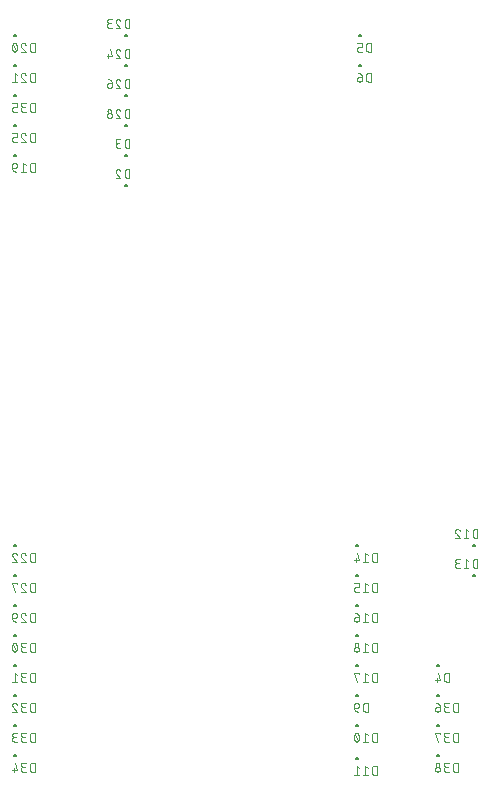
<source format=gbr>
G04 EAGLE Gerber RS-274X export*
G75*
%MOMM*%
%FSLAX34Y34*%
%LPD*%
%INSilkscreen Bottom*%
%IPPOS*%
%AMOC8*
5,1,8,0,0,1.08239X$1,22.5*%
G01*
%ADD10C,0.150000*%
%ADD11C,0.076200*%


D10*
X884470Y622300D02*
X884472Y622354D01*
X884478Y622408D01*
X884488Y622461D01*
X884501Y622514D01*
X884518Y622565D01*
X884539Y622615D01*
X884564Y622663D01*
X884592Y622710D01*
X884623Y622754D01*
X884657Y622796D01*
X884694Y622835D01*
X884734Y622872D01*
X884777Y622905D01*
X884822Y622936D01*
X884869Y622963D01*
X884917Y622986D01*
X884968Y623006D01*
X885019Y623023D01*
X885072Y623035D01*
X885125Y623044D01*
X885179Y623049D01*
X885234Y623050D01*
X885288Y623047D01*
X885341Y623040D01*
X885394Y623029D01*
X885447Y623015D01*
X885498Y622997D01*
X885547Y622975D01*
X885595Y622950D01*
X885641Y622921D01*
X885685Y622889D01*
X885726Y622854D01*
X885764Y622816D01*
X885800Y622775D01*
X885833Y622732D01*
X885863Y622687D01*
X885889Y622639D01*
X885912Y622590D01*
X885931Y622539D01*
X885946Y622488D01*
X885958Y622435D01*
X885966Y622381D01*
X885970Y622327D01*
X885970Y622273D01*
X885966Y622219D01*
X885958Y622165D01*
X885946Y622112D01*
X885931Y622061D01*
X885912Y622010D01*
X885889Y621961D01*
X885863Y621913D01*
X885833Y621868D01*
X885800Y621825D01*
X885764Y621784D01*
X885726Y621746D01*
X885685Y621711D01*
X885641Y621679D01*
X885595Y621650D01*
X885547Y621625D01*
X885498Y621603D01*
X885447Y621585D01*
X885394Y621571D01*
X885341Y621560D01*
X885288Y621553D01*
X885234Y621550D01*
X885179Y621551D01*
X885125Y621556D01*
X885072Y621565D01*
X885019Y621577D01*
X884968Y621594D01*
X884917Y621614D01*
X884869Y621637D01*
X884822Y621664D01*
X884777Y621695D01*
X884734Y621728D01*
X884694Y621765D01*
X884657Y621804D01*
X884623Y621846D01*
X884592Y621890D01*
X884564Y621937D01*
X884539Y621985D01*
X884518Y622035D01*
X884501Y622086D01*
X884488Y622139D01*
X884478Y622192D01*
X884472Y622246D01*
X884470Y622300D01*
D11*
X887839Y628681D02*
X887839Y636047D01*
X885793Y636047D01*
X885704Y636045D01*
X885615Y636039D01*
X885526Y636029D01*
X885438Y636016D01*
X885350Y635999D01*
X885263Y635977D01*
X885178Y635952D01*
X885093Y635924D01*
X885010Y635891D01*
X884928Y635855D01*
X884848Y635816D01*
X884770Y635773D01*
X884694Y635727D01*
X884619Y635677D01*
X884547Y635624D01*
X884478Y635568D01*
X884411Y635509D01*
X884346Y635448D01*
X884285Y635383D01*
X884226Y635316D01*
X884170Y635247D01*
X884117Y635175D01*
X884067Y635100D01*
X884021Y635024D01*
X883978Y634946D01*
X883939Y634866D01*
X883903Y634784D01*
X883870Y634701D01*
X883842Y634616D01*
X883817Y634531D01*
X883795Y634444D01*
X883778Y634356D01*
X883765Y634268D01*
X883755Y634179D01*
X883749Y634090D01*
X883747Y634001D01*
X883747Y630727D01*
X883749Y630638D01*
X883755Y630549D01*
X883765Y630460D01*
X883778Y630372D01*
X883795Y630284D01*
X883817Y630197D01*
X883842Y630112D01*
X883870Y630027D01*
X883903Y629944D01*
X883939Y629862D01*
X883978Y629782D01*
X884021Y629704D01*
X884067Y629628D01*
X884117Y629553D01*
X884170Y629481D01*
X884226Y629412D01*
X884285Y629345D01*
X884346Y629280D01*
X884411Y629219D01*
X884478Y629160D01*
X884547Y629104D01*
X884619Y629051D01*
X884694Y629001D01*
X884770Y628955D01*
X884848Y628912D01*
X884928Y628873D01*
X885010Y628837D01*
X885093Y628804D01*
X885178Y628776D01*
X885263Y628751D01*
X885350Y628729D01*
X885438Y628712D01*
X885526Y628699D01*
X885615Y628689D01*
X885704Y628683D01*
X885793Y628681D01*
X887839Y628681D01*
X878029Y636048D02*
X877944Y636046D01*
X877859Y636040D01*
X877775Y636030D01*
X877691Y636017D01*
X877607Y635999D01*
X877525Y635978D01*
X877444Y635953D01*
X877364Y635924D01*
X877285Y635891D01*
X877208Y635855D01*
X877133Y635815D01*
X877059Y635772D01*
X876988Y635726D01*
X876919Y635676D01*
X876852Y635623D01*
X876788Y635567D01*
X876727Y635508D01*
X876668Y635447D01*
X876612Y635383D01*
X876559Y635316D01*
X876509Y635247D01*
X876463Y635176D01*
X876420Y635102D01*
X876380Y635027D01*
X876344Y634950D01*
X876311Y634871D01*
X876282Y634791D01*
X876257Y634710D01*
X876236Y634628D01*
X876218Y634544D01*
X876205Y634460D01*
X876195Y634376D01*
X876189Y634291D01*
X876187Y634206D01*
X878029Y636047D02*
X878125Y636045D01*
X878221Y636039D01*
X878316Y636029D01*
X878411Y636016D01*
X878506Y635998D01*
X878599Y635977D01*
X878692Y635952D01*
X878783Y635923D01*
X878874Y635891D01*
X878963Y635855D01*
X879050Y635815D01*
X879136Y635772D01*
X879220Y635726D01*
X879302Y635676D01*
X879382Y635622D01*
X879459Y635566D01*
X879534Y635506D01*
X879607Y635444D01*
X879677Y635378D01*
X879745Y635310D01*
X879810Y635239D01*
X879871Y635166D01*
X879930Y635090D01*
X879986Y635011D01*
X880038Y634931D01*
X880087Y634848D01*
X880133Y634764D01*
X880175Y634678D01*
X880213Y634590D01*
X880248Y634501D01*
X880280Y634410D01*
X876802Y632774D02*
X876742Y632833D01*
X876685Y632895D01*
X876630Y632959D01*
X876579Y633026D01*
X876530Y633095D01*
X876484Y633165D01*
X876441Y633238D01*
X876401Y633312D01*
X876365Y633388D01*
X876332Y633466D01*
X876302Y633545D01*
X876275Y633625D01*
X876252Y633706D01*
X876233Y633788D01*
X876217Y633870D01*
X876204Y633954D01*
X876195Y634038D01*
X876190Y634122D01*
X876188Y634206D01*
X876802Y632773D02*
X880280Y628681D01*
X876188Y628681D01*
D10*
X884470Y647700D02*
X884472Y647754D01*
X884478Y647808D01*
X884488Y647861D01*
X884501Y647914D01*
X884518Y647965D01*
X884539Y648015D01*
X884564Y648063D01*
X884592Y648110D01*
X884623Y648154D01*
X884657Y648196D01*
X884694Y648235D01*
X884734Y648272D01*
X884777Y648305D01*
X884822Y648336D01*
X884869Y648363D01*
X884917Y648386D01*
X884968Y648406D01*
X885019Y648423D01*
X885072Y648435D01*
X885125Y648444D01*
X885179Y648449D01*
X885234Y648450D01*
X885288Y648447D01*
X885341Y648440D01*
X885394Y648429D01*
X885447Y648415D01*
X885498Y648397D01*
X885547Y648375D01*
X885595Y648350D01*
X885641Y648321D01*
X885685Y648289D01*
X885726Y648254D01*
X885764Y648216D01*
X885800Y648175D01*
X885833Y648132D01*
X885863Y648087D01*
X885889Y648039D01*
X885912Y647990D01*
X885931Y647939D01*
X885946Y647888D01*
X885958Y647835D01*
X885966Y647781D01*
X885970Y647727D01*
X885970Y647673D01*
X885966Y647619D01*
X885958Y647565D01*
X885946Y647512D01*
X885931Y647461D01*
X885912Y647410D01*
X885889Y647361D01*
X885863Y647313D01*
X885833Y647268D01*
X885800Y647225D01*
X885764Y647184D01*
X885726Y647146D01*
X885685Y647111D01*
X885641Y647079D01*
X885595Y647050D01*
X885547Y647025D01*
X885498Y647003D01*
X885447Y646985D01*
X885394Y646971D01*
X885341Y646960D01*
X885288Y646953D01*
X885234Y646950D01*
X885179Y646951D01*
X885125Y646956D01*
X885072Y646965D01*
X885019Y646977D01*
X884968Y646994D01*
X884917Y647014D01*
X884869Y647037D01*
X884822Y647064D01*
X884777Y647095D01*
X884734Y647128D01*
X884694Y647165D01*
X884657Y647204D01*
X884623Y647246D01*
X884592Y647290D01*
X884564Y647337D01*
X884539Y647385D01*
X884518Y647435D01*
X884501Y647486D01*
X884488Y647539D01*
X884478Y647592D01*
X884472Y647646D01*
X884470Y647700D01*
D11*
X887839Y654081D02*
X887839Y661447D01*
X885793Y661447D01*
X885704Y661445D01*
X885615Y661439D01*
X885526Y661429D01*
X885438Y661416D01*
X885350Y661399D01*
X885263Y661377D01*
X885178Y661352D01*
X885093Y661324D01*
X885010Y661291D01*
X884928Y661255D01*
X884848Y661216D01*
X884770Y661173D01*
X884694Y661127D01*
X884619Y661077D01*
X884547Y661024D01*
X884478Y660968D01*
X884411Y660909D01*
X884346Y660848D01*
X884285Y660783D01*
X884226Y660716D01*
X884170Y660647D01*
X884117Y660575D01*
X884067Y660500D01*
X884021Y660424D01*
X883978Y660346D01*
X883939Y660266D01*
X883903Y660184D01*
X883870Y660101D01*
X883842Y660016D01*
X883817Y659931D01*
X883795Y659844D01*
X883778Y659756D01*
X883765Y659668D01*
X883755Y659579D01*
X883749Y659490D01*
X883747Y659401D01*
X883747Y656127D01*
X883749Y656038D01*
X883755Y655949D01*
X883765Y655860D01*
X883778Y655772D01*
X883795Y655684D01*
X883817Y655597D01*
X883842Y655512D01*
X883870Y655427D01*
X883903Y655344D01*
X883939Y655262D01*
X883978Y655182D01*
X884021Y655104D01*
X884067Y655028D01*
X884117Y654953D01*
X884170Y654881D01*
X884226Y654812D01*
X884285Y654745D01*
X884346Y654680D01*
X884411Y654619D01*
X884478Y654560D01*
X884547Y654504D01*
X884619Y654451D01*
X884694Y654401D01*
X884770Y654355D01*
X884848Y654312D01*
X884928Y654273D01*
X885010Y654237D01*
X885093Y654204D01*
X885178Y654176D01*
X885263Y654151D01*
X885350Y654129D01*
X885438Y654112D01*
X885526Y654099D01*
X885615Y654089D01*
X885704Y654083D01*
X885793Y654081D01*
X887839Y654081D01*
X880280Y654081D02*
X878234Y654081D01*
X878145Y654083D01*
X878056Y654089D01*
X877967Y654099D01*
X877879Y654112D01*
X877791Y654129D01*
X877704Y654151D01*
X877619Y654176D01*
X877534Y654204D01*
X877451Y654237D01*
X877369Y654273D01*
X877289Y654312D01*
X877211Y654355D01*
X877135Y654401D01*
X877060Y654451D01*
X876988Y654504D01*
X876919Y654560D01*
X876852Y654619D01*
X876787Y654680D01*
X876726Y654745D01*
X876667Y654812D01*
X876611Y654881D01*
X876558Y654953D01*
X876508Y655028D01*
X876462Y655104D01*
X876419Y655182D01*
X876380Y655262D01*
X876344Y655344D01*
X876311Y655427D01*
X876283Y655512D01*
X876258Y655597D01*
X876236Y655684D01*
X876219Y655772D01*
X876206Y655860D01*
X876196Y655949D01*
X876190Y656038D01*
X876188Y656127D01*
X876190Y656216D01*
X876196Y656305D01*
X876206Y656394D01*
X876219Y656482D01*
X876236Y656570D01*
X876258Y656657D01*
X876283Y656742D01*
X876311Y656827D01*
X876344Y656910D01*
X876380Y656992D01*
X876419Y657072D01*
X876462Y657150D01*
X876508Y657226D01*
X876558Y657301D01*
X876611Y657373D01*
X876667Y657442D01*
X876726Y657509D01*
X876787Y657574D01*
X876852Y657635D01*
X876919Y657694D01*
X876988Y657750D01*
X877060Y657803D01*
X877135Y657853D01*
X877211Y657899D01*
X877289Y657942D01*
X877369Y657981D01*
X877451Y658017D01*
X877534Y658050D01*
X877619Y658078D01*
X877704Y658103D01*
X877791Y658125D01*
X877879Y658142D01*
X877967Y658155D01*
X878056Y658165D01*
X878145Y658171D01*
X878234Y658173D01*
X877825Y661447D02*
X880280Y661447D01*
X877825Y661447D02*
X877746Y661445D01*
X877667Y661439D01*
X877588Y661430D01*
X877510Y661417D01*
X877433Y661399D01*
X877357Y661379D01*
X877282Y661354D01*
X877208Y661326D01*
X877135Y661295D01*
X877064Y661259D01*
X876995Y661221D01*
X876928Y661179D01*
X876863Y661134D01*
X876800Y661086D01*
X876739Y661035D01*
X876682Y660981D01*
X876626Y660925D01*
X876574Y660866D01*
X876524Y660804D01*
X876478Y660740D01*
X876434Y660674D01*
X876394Y660606D01*
X876358Y660536D01*
X876324Y660464D01*
X876294Y660390D01*
X876268Y660316D01*
X876245Y660240D01*
X876227Y660163D01*
X876211Y660086D01*
X876200Y660007D01*
X876192Y659929D01*
X876188Y659850D01*
X876188Y659770D01*
X876192Y659691D01*
X876200Y659613D01*
X876211Y659534D01*
X876227Y659457D01*
X876245Y659380D01*
X876268Y659304D01*
X876294Y659230D01*
X876324Y659156D01*
X876358Y659084D01*
X876394Y659014D01*
X876434Y658946D01*
X876478Y658880D01*
X876524Y658816D01*
X876574Y658754D01*
X876626Y658695D01*
X876682Y658639D01*
X876739Y658585D01*
X876800Y658534D01*
X876863Y658486D01*
X876928Y658441D01*
X876995Y658399D01*
X877064Y658361D01*
X877135Y658325D01*
X877208Y658294D01*
X877282Y658266D01*
X877357Y658241D01*
X877433Y658221D01*
X877510Y658203D01*
X877588Y658190D01*
X877667Y658181D01*
X877746Y658175D01*
X877825Y658173D01*
X879462Y658173D01*
D10*
X1082530Y749300D02*
X1082532Y749354D01*
X1082538Y749408D01*
X1082548Y749461D01*
X1082561Y749514D01*
X1082578Y749565D01*
X1082599Y749615D01*
X1082624Y749663D01*
X1082652Y749710D01*
X1082683Y749754D01*
X1082717Y749796D01*
X1082754Y749835D01*
X1082794Y749872D01*
X1082837Y749905D01*
X1082882Y749936D01*
X1082929Y749963D01*
X1082977Y749986D01*
X1083028Y750006D01*
X1083079Y750023D01*
X1083132Y750035D01*
X1083185Y750044D01*
X1083239Y750049D01*
X1083294Y750050D01*
X1083348Y750047D01*
X1083401Y750040D01*
X1083454Y750029D01*
X1083507Y750015D01*
X1083558Y749997D01*
X1083607Y749975D01*
X1083655Y749950D01*
X1083701Y749921D01*
X1083745Y749889D01*
X1083786Y749854D01*
X1083824Y749816D01*
X1083860Y749775D01*
X1083893Y749732D01*
X1083923Y749687D01*
X1083949Y749639D01*
X1083972Y749590D01*
X1083991Y749539D01*
X1084006Y749488D01*
X1084018Y749435D01*
X1084026Y749381D01*
X1084030Y749327D01*
X1084030Y749273D01*
X1084026Y749219D01*
X1084018Y749165D01*
X1084006Y749112D01*
X1083991Y749061D01*
X1083972Y749010D01*
X1083949Y748961D01*
X1083923Y748913D01*
X1083893Y748868D01*
X1083860Y748825D01*
X1083824Y748784D01*
X1083786Y748746D01*
X1083745Y748711D01*
X1083701Y748679D01*
X1083655Y748650D01*
X1083607Y748625D01*
X1083558Y748603D01*
X1083507Y748585D01*
X1083454Y748571D01*
X1083401Y748560D01*
X1083348Y748553D01*
X1083294Y748550D01*
X1083239Y748551D01*
X1083185Y748556D01*
X1083132Y748565D01*
X1083079Y748577D01*
X1083028Y748594D01*
X1082977Y748614D01*
X1082929Y748637D01*
X1082882Y748664D01*
X1082837Y748695D01*
X1082794Y748728D01*
X1082754Y748765D01*
X1082717Y748804D01*
X1082683Y748846D01*
X1082652Y748890D01*
X1082624Y748937D01*
X1082599Y748985D01*
X1082578Y749035D01*
X1082561Y749086D01*
X1082548Y749139D01*
X1082538Y749192D01*
X1082532Y749246D01*
X1082530Y749300D01*
D11*
X1092312Y742919D02*
X1092312Y735553D01*
X1092312Y742919D02*
X1090266Y742919D01*
X1090177Y742917D01*
X1090088Y742911D01*
X1089999Y742901D01*
X1089911Y742888D01*
X1089823Y742871D01*
X1089736Y742849D01*
X1089651Y742824D01*
X1089566Y742796D01*
X1089483Y742763D01*
X1089401Y742727D01*
X1089321Y742688D01*
X1089243Y742645D01*
X1089167Y742599D01*
X1089092Y742549D01*
X1089020Y742496D01*
X1088951Y742440D01*
X1088884Y742381D01*
X1088819Y742320D01*
X1088758Y742255D01*
X1088699Y742188D01*
X1088643Y742119D01*
X1088590Y742047D01*
X1088540Y741972D01*
X1088494Y741896D01*
X1088451Y741818D01*
X1088412Y741738D01*
X1088376Y741656D01*
X1088343Y741573D01*
X1088315Y741488D01*
X1088290Y741403D01*
X1088268Y741316D01*
X1088251Y741228D01*
X1088238Y741140D01*
X1088228Y741051D01*
X1088222Y740962D01*
X1088220Y740873D01*
X1088220Y737599D01*
X1088222Y737510D01*
X1088228Y737421D01*
X1088238Y737332D01*
X1088251Y737244D01*
X1088268Y737156D01*
X1088290Y737069D01*
X1088315Y736984D01*
X1088343Y736899D01*
X1088376Y736816D01*
X1088412Y736734D01*
X1088451Y736654D01*
X1088494Y736576D01*
X1088540Y736500D01*
X1088590Y736425D01*
X1088643Y736353D01*
X1088699Y736284D01*
X1088758Y736217D01*
X1088819Y736152D01*
X1088884Y736091D01*
X1088951Y736032D01*
X1089020Y735976D01*
X1089092Y735923D01*
X1089167Y735873D01*
X1089243Y735827D01*
X1089321Y735784D01*
X1089401Y735745D01*
X1089483Y735709D01*
X1089566Y735676D01*
X1089651Y735648D01*
X1089736Y735623D01*
X1089823Y735601D01*
X1089911Y735584D01*
X1089999Y735571D01*
X1090088Y735561D01*
X1090177Y735555D01*
X1090266Y735553D01*
X1092312Y735553D01*
X1084753Y735553D02*
X1082298Y735553D01*
X1082218Y735555D01*
X1082138Y735561D01*
X1082058Y735571D01*
X1081979Y735584D01*
X1081900Y735602D01*
X1081823Y735623D01*
X1081747Y735649D01*
X1081672Y735678D01*
X1081598Y735710D01*
X1081526Y735746D01*
X1081456Y735786D01*
X1081389Y735829D01*
X1081323Y735875D01*
X1081260Y735925D01*
X1081199Y735977D01*
X1081140Y736032D01*
X1081085Y736091D01*
X1081033Y736151D01*
X1080983Y736215D01*
X1080937Y736280D01*
X1080894Y736348D01*
X1080854Y736418D01*
X1080818Y736490D01*
X1080786Y736564D01*
X1080757Y736638D01*
X1080732Y736715D01*
X1080710Y736792D01*
X1080692Y736871D01*
X1080679Y736950D01*
X1080669Y737029D01*
X1080663Y737110D01*
X1080661Y737190D01*
X1080661Y738008D01*
X1080663Y738086D01*
X1080668Y738164D01*
X1080678Y738241D01*
X1080691Y738318D01*
X1080707Y738394D01*
X1080727Y738469D01*
X1080751Y738543D01*
X1080778Y738616D01*
X1080809Y738688D01*
X1080843Y738758D01*
X1080880Y738827D01*
X1080921Y738893D01*
X1080965Y738958D01*
X1081011Y739020D01*
X1081061Y739080D01*
X1081113Y739138D01*
X1081168Y739193D01*
X1081226Y739245D01*
X1081286Y739295D01*
X1081348Y739341D01*
X1081413Y739385D01*
X1081480Y739426D01*
X1081548Y739463D01*
X1081618Y739497D01*
X1081690Y739528D01*
X1081763Y739555D01*
X1081837Y739579D01*
X1081912Y739599D01*
X1081988Y739615D01*
X1082065Y739628D01*
X1082142Y739638D01*
X1082220Y739643D01*
X1082298Y739645D01*
X1084753Y739645D01*
X1084753Y742919D01*
X1080661Y742919D01*
D10*
X1082530Y723900D02*
X1082532Y723954D01*
X1082538Y724008D01*
X1082548Y724061D01*
X1082561Y724114D01*
X1082578Y724165D01*
X1082599Y724215D01*
X1082624Y724263D01*
X1082652Y724310D01*
X1082683Y724354D01*
X1082717Y724396D01*
X1082754Y724435D01*
X1082794Y724472D01*
X1082837Y724505D01*
X1082882Y724536D01*
X1082929Y724563D01*
X1082977Y724586D01*
X1083028Y724606D01*
X1083079Y724623D01*
X1083132Y724635D01*
X1083185Y724644D01*
X1083239Y724649D01*
X1083294Y724650D01*
X1083348Y724647D01*
X1083401Y724640D01*
X1083454Y724629D01*
X1083507Y724615D01*
X1083558Y724597D01*
X1083607Y724575D01*
X1083655Y724550D01*
X1083701Y724521D01*
X1083745Y724489D01*
X1083786Y724454D01*
X1083824Y724416D01*
X1083860Y724375D01*
X1083893Y724332D01*
X1083923Y724287D01*
X1083949Y724239D01*
X1083972Y724190D01*
X1083991Y724139D01*
X1084006Y724088D01*
X1084018Y724035D01*
X1084026Y723981D01*
X1084030Y723927D01*
X1084030Y723873D01*
X1084026Y723819D01*
X1084018Y723765D01*
X1084006Y723712D01*
X1083991Y723661D01*
X1083972Y723610D01*
X1083949Y723561D01*
X1083923Y723513D01*
X1083893Y723468D01*
X1083860Y723425D01*
X1083824Y723384D01*
X1083786Y723346D01*
X1083745Y723311D01*
X1083701Y723279D01*
X1083655Y723250D01*
X1083607Y723225D01*
X1083558Y723203D01*
X1083507Y723185D01*
X1083454Y723171D01*
X1083401Y723160D01*
X1083348Y723153D01*
X1083294Y723150D01*
X1083239Y723151D01*
X1083185Y723156D01*
X1083132Y723165D01*
X1083079Y723177D01*
X1083028Y723194D01*
X1082977Y723214D01*
X1082929Y723237D01*
X1082882Y723264D01*
X1082837Y723295D01*
X1082794Y723328D01*
X1082754Y723365D01*
X1082717Y723404D01*
X1082683Y723446D01*
X1082652Y723490D01*
X1082624Y723537D01*
X1082599Y723585D01*
X1082578Y723635D01*
X1082561Y723686D01*
X1082548Y723739D01*
X1082538Y723792D01*
X1082532Y723846D01*
X1082530Y723900D01*
D11*
X1092312Y717519D02*
X1092312Y710153D01*
X1092312Y717519D02*
X1090266Y717519D01*
X1090177Y717517D01*
X1090088Y717511D01*
X1089999Y717501D01*
X1089911Y717488D01*
X1089823Y717471D01*
X1089736Y717449D01*
X1089651Y717424D01*
X1089566Y717396D01*
X1089483Y717363D01*
X1089401Y717327D01*
X1089321Y717288D01*
X1089243Y717245D01*
X1089167Y717199D01*
X1089092Y717149D01*
X1089020Y717096D01*
X1088951Y717040D01*
X1088884Y716981D01*
X1088819Y716920D01*
X1088758Y716855D01*
X1088699Y716788D01*
X1088643Y716719D01*
X1088590Y716647D01*
X1088540Y716572D01*
X1088494Y716496D01*
X1088451Y716418D01*
X1088412Y716338D01*
X1088376Y716256D01*
X1088343Y716173D01*
X1088315Y716088D01*
X1088290Y716003D01*
X1088268Y715916D01*
X1088251Y715828D01*
X1088238Y715740D01*
X1088228Y715651D01*
X1088222Y715562D01*
X1088220Y715473D01*
X1088220Y712199D01*
X1088222Y712110D01*
X1088228Y712021D01*
X1088238Y711932D01*
X1088251Y711844D01*
X1088268Y711756D01*
X1088290Y711669D01*
X1088315Y711584D01*
X1088343Y711499D01*
X1088376Y711416D01*
X1088412Y711334D01*
X1088451Y711254D01*
X1088494Y711176D01*
X1088540Y711100D01*
X1088590Y711025D01*
X1088643Y710953D01*
X1088699Y710884D01*
X1088758Y710817D01*
X1088819Y710752D01*
X1088884Y710691D01*
X1088951Y710632D01*
X1089020Y710576D01*
X1089092Y710523D01*
X1089167Y710473D01*
X1089243Y710427D01*
X1089321Y710384D01*
X1089401Y710345D01*
X1089483Y710309D01*
X1089566Y710276D01*
X1089651Y710248D01*
X1089736Y710223D01*
X1089823Y710201D01*
X1089911Y710184D01*
X1089999Y710171D01*
X1090088Y710161D01*
X1090177Y710155D01*
X1090266Y710153D01*
X1092312Y710153D01*
X1084753Y714245D02*
X1082298Y714245D01*
X1082218Y714243D01*
X1082138Y714237D01*
X1082058Y714227D01*
X1081979Y714214D01*
X1081900Y714196D01*
X1081823Y714175D01*
X1081747Y714149D01*
X1081672Y714120D01*
X1081598Y714088D01*
X1081526Y714052D01*
X1081456Y714012D01*
X1081389Y713969D01*
X1081323Y713923D01*
X1081260Y713873D01*
X1081199Y713821D01*
X1081140Y713766D01*
X1081085Y713707D01*
X1081033Y713647D01*
X1080983Y713583D01*
X1080937Y713517D01*
X1080894Y713450D01*
X1080854Y713380D01*
X1080818Y713308D01*
X1080786Y713234D01*
X1080757Y713160D01*
X1080731Y713083D01*
X1080710Y713006D01*
X1080692Y712927D01*
X1080679Y712848D01*
X1080669Y712768D01*
X1080663Y712688D01*
X1080661Y712608D01*
X1080661Y712199D01*
X1080663Y712110D01*
X1080669Y712021D01*
X1080679Y711932D01*
X1080692Y711844D01*
X1080709Y711756D01*
X1080731Y711669D01*
X1080756Y711584D01*
X1080784Y711499D01*
X1080817Y711416D01*
X1080853Y711334D01*
X1080892Y711254D01*
X1080935Y711176D01*
X1080981Y711100D01*
X1081031Y711025D01*
X1081084Y710953D01*
X1081140Y710884D01*
X1081199Y710817D01*
X1081260Y710752D01*
X1081325Y710691D01*
X1081392Y710632D01*
X1081461Y710576D01*
X1081533Y710523D01*
X1081608Y710473D01*
X1081684Y710427D01*
X1081762Y710384D01*
X1081842Y710345D01*
X1081924Y710309D01*
X1082007Y710276D01*
X1082092Y710248D01*
X1082177Y710223D01*
X1082264Y710201D01*
X1082352Y710184D01*
X1082440Y710171D01*
X1082529Y710161D01*
X1082618Y710155D01*
X1082707Y710153D01*
X1082796Y710155D01*
X1082885Y710161D01*
X1082974Y710171D01*
X1083062Y710184D01*
X1083150Y710201D01*
X1083237Y710223D01*
X1083322Y710248D01*
X1083407Y710276D01*
X1083490Y710309D01*
X1083572Y710345D01*
X1083652Y710384D01*
X1083730Y710427D01*
X1083806Y710473D01*
X1083881Y710523D01*
X1083953Y710576D01*
X1084022Y710632D01*
X1084089Y710691D01*
X1084154Y710752D01*
X1084215Y710817D01*
X1084274Y710884D01*
X1084330Y710953D01*
X1084383Y711025D01*
X1084433Y711100D01*
X1084479Y711176D01*
X1084522Y711254D01*
X1084561Y711334D01*
X1084597Y711416D01*
X1084630Y711499D01*
X1084658Y711584D01*
X1084683Y711669D01*
X1084705Y711756D01*
X1084722Y711844D01*
X1084735Y711932D01*
X1084745Y712021D01*
X1084751Y712110D01*
X1084753Y712199D01*
X1084753Y714245D01*
X1084751Y714357D01*
X1084745Y714468D01*
X1084736Y714580D01*
X1084723Y714691D01*
X1084705Y714801D01*
X1084685Y714911D01*
X1084660Y715020D01*
X1084632Y715128D01*
X1084600Y715235D01*
X1084564Y715341D01*
X1084525Y715446D01*
X1084482Y715549D01*
X1084436Y715651D01*
X1084386Y715751D01*
X1084333Y715850D01*
X1084276Y715946D01*
X1084217Y716041D01*
X1084154Y716133D01*
X1084088Y716223D01*
X1084019Y716311D01*
X1083947Y716397D01*
X1083872Y716480D01*
X1083794Y716560D01*
X1083714Y716638D01*
X1083631Y716713D01*
X1083545Y716785D01*
X1083457Y716854D01*
X1083367Y716920D01*
X1083275Y716983D01*
X1083180Y717042D01*
X1083084Y717099D01*
X1082985Y717152D01*
X1082885Y717202D01*
X1082783Y717248D01*
X1082680Y717291D01*
X1082575Y717330D01*
X1082469Y717366D01*
X1082362Y717398D01*
X1082254Y717426D01*
X1082145Y717451D01*
X1082035Y717471D01*
X1081925Y717489D01*
X1081814Y717502D01*
X1081702Y717511D01*
X1081591Y717517D01*
X1081479Y717519D01*
D10*
X1079990Y190500D02*
X1079992Y190554D01*
X1079998Y190608D01*
X1080008Y190661D01*
X1080021Y190714D01*
X1080038Y190765D01*
X1080059Y190815D01*
X1080084Y190863D01*
X1080112Y190910D01*
X1080143Y190954D01*
X1080177Y190996D01*
X1080214Y191035D01*
X1080254Y191072D01*
X1080297Y191105D01*
X1080342Y191136D01*
X1080389Y191163D01*
X1080437Y191186D01*
X1080488Y191206D01*
X1080539Y191223D01*
X1080592Y191235D01*
X1080645Y191244D01*
X1080699Y191249D01*
X1080754Y191250D01*
X1080808Y191247D01*
X1080861Y191240D01*
X1080914Y191229D01*
X1080967Y191215D01*
X1081018Y191197D01*
X1081067Y191175D01*
X1081115Y191150D01*
X1081161Y191121D01*
X1081205Y191089D01*
X1081246Y191054D01*
X1081284Y191016D01*
X1081320Y190975D01*
X1081353Y190932D01*
X1081383Y190887D01*
X1081409Y190839D01*
X1081432Y190790D01*
X1081451Y190739D01*
X1081466Y190688D01*
X1081478Y190635D01*
X1081486Y190581D01*
X1081490Y190527D01*
X1081490Y190473D01*
X1081486Y190419D01*
X1081478Y190365D01*
X1081466Y190312D01*
X1081451Y190261D01*
X1081432Y190210D01*
X1081409Y190161D01*
X1081383Y190113D01*
X1081353Y190068D01*
X1081320Y190025D01*
X1081284Y189984D01*
X1081246Y189946D01*
X1081205Y189911D01*
X1081161Y189879D01*
X1081115Y189850D01*
X1081067Y189825D01*
X1081018Y189803D01*
X1080967Y189785D01*
X1080914Y189771D01*
X1080861Y189760D01*
X1080808Y189753D01*
X1080754Y189750D01*
X1080699Y189751D01*
X1080645Y189756D01*
X1080592Y189765D01*
X1080539Y189777D01*
X1080488Y189794D01*
X1080437Y189814D01*
X1080389Y189837D01*
X1080342Y189864D01*
X1080297Y189895D01*
X1080254Y189928D01*
X1080214Y189965D01*
X1080177Y190004D01*
X1080143Y190046D01*
X1080112Y190090D01*
X1080084Y190137D01*
X1080059Y190185D01*
X1080038Y190235D01*
X1080021Y190286D01*
X1080008Y190339D01*
X1079998Y190392D01*
X1079992Y190446D01*
X1079990Y190500D01*
D11*
X1089772Y184119D02*
X1089772Y176753D01*
X1089772Y184119D02*
X1087726Y184119D01*
X1087637Y184117D01*
X1087548Y184111D01*
X1087459Y184101D01*
X1087371Y184088D01*
X1087283Y184071D01*
X1087196Y184049D01*
X1087111Y184024D01*
X1087026Y183996D01*
X1086943Y183963D01*
X1086861Y183927D01*
X1086781Y183888D01*
X1086703Y183845D01*
X1086627Y183799D01*
X1086552Y183749D01*
X1086480Y183696D01*
X1086411Y183640D01*
X1086344Y183581D01*
X1086279Y183520D01*
X1086218Y183455D01*
X1086159Y183388D01*
X1086103Y183319D01*
X1086050Y183247D01*
X1086000Y183172D01*
X1085954Y183096D01*
X1085911Y183018D01*
X1085872Y182938D01*
X1085836Y182856D01*
X1085803Y182773D01*
X1085775Y182688D01*
X1085750Y182603D01*
X1085728Y182516D01*
X1085711Y182428D01*
X1085698Y182340D01*
X1085688Y182251D01*
X1085682Y182162D01*
X1085680Y182073D01*
X1085680Y178799D01*
X1085682Y178710D01*
X1085688Y178621D01*
X1085698Y178532D01*
X1085711Y178444D01*
X1085728Y178356D01*
X1085750Y178269D01*
X1085775Y178184D01*
X1085803Y178099D01*
X1085836Y178016D01*
X1085872Y177934D01*
X1085911Y177854D01*
X1085954Y177776D01*
X1086000Y177700D01*
X1086050Y177625D01*
X1086103Y177553D01*
X1086159Y177484D01*
X1086218Y177417D01*
X1086279Y177352D01*
X1086344Y177291D01*
X1086411Y177232D01*
X1086480Y177176D01*
X1086552Y177123D01*
X1086627Y177073D01*
X1086703Y177027D01*
X1086781Y176984D01*
X1086861Y176945D01*
X1086943Y176909D01*
X1087026Y176876D01*
X1087111Y176848D01*
X1087196Y176823D01*
X1087283Y176801D01*
X1087371Y176784D01*
X1087459Y176771D01*
X1087548Y176761D01*
X1087637Y176755D01*
X1087726Y176753D01*
X1089772Y176753D01*
X1080576Y180027D02*
X1078121Y180027D01*
X1080576Y180027D02*
X1080654Y180029D01*
X1080732Y180034D01*
X1080809Y180044D01*
X1080886Y180057D01*
X1080962Y180073D01*
X1081037Y180093D01*
X1081111Y180117D01*
X1081184Y180144D01*
X1081256Y180175D01*
X1081326Y180209D01*
X1081395Y180246D01*
X1081461Y180287D01*
X1081526Y180331D01*
X1081588Y180377D01*
X1081648Y180427D01*
X1081706Y180479D01*
X1081761Y180534D01*
X1081813Y180592D01*
X1081863Y180652D01*
X1081909Y180714D01*
X1081953Y180779D01*
X1081994Y180846D01*
X1082031Y180914D01*
X1082065Y180984D01*
X1082096Y181056D01*
X1082123Y181129D01*
X1082147Y181203D01*
X1082167Y181278D01*
X1082183Y181354D01*
X1082196Y181431D01*
X1082206Y181508D01*
X1082211Y181586D01*
X1082213Y181664D01*
X1082213Y182073D01*
X1082211Y182162D01*
X1082205Y182251D01*
X1082195Y182340D01*
X1082182Y182428D01*
X1082165Y182516D01*
X1082143Y182603D01*
X1082118Y182688D01*
X1082090Y182773D01*
X1082057Y182856D01*
X1082021Y182938D01*
X1081982Y183018D01*
X1081939Y183096D01*
X1081893Y183172D01*
X1081843Y183247D01*
X1081790Y183319D01*
X1081734Y183388D01*
X1081675Y183455D01*
X1081614Y183520D01*
X1081549Y183581D01*
X1081482Y183640D01*
X1081413Y183696D01*
X1081341Y183749D01*
X1081266Y183799D01*
X1081190Y183845D01*
X1081112Y183888D01*
X1081032Y183927D01*
X1080950Y183963D01*
X1080867Y183996D01*
X1080782Y184024D01*
X1080697Y184049D01*
X1080610Y184071D01*
X1080522Y184088D01*
X1080434Y184101D01*
X1080345Y184111D01*
X1080256Y184117D01*
X1080167Y184119D01*
X1080078Y184117D01*
X1079989Y184111D01*
X1079900Y184101D01*
X1079812Y184088D01*
X1079724Y184071D01*
X1079637Y184049D01*
X1079552Y184024D01*
X1079467Y183996D01*
X1079384Y183963D01*
X1079302Y183927D01*
X1079222Y183888D01*
X1079144Y183845D01*
X1079068Y183799D01*
X1078993Y183749D01*
X1078921Y183696D01*
X1078852Y183640D01*
X1078785Y183581D01*
X1078720Y183520D01*
X1078659Y183455D01*
X1078600Y183388D01*
X1078544Y183319D01*
X1078491Y183247D01*
X1078441Y183172D01*
X1078395Y183096D01*
X1078352Y183018D01*
X1078313Y182938D01*
X1078277Y182856D01*
X1078244Y182773D01*
X1078216Y182688D01*
X1078191Y182603D01*
X1078169Y182516D01*
X1078152Y182428D01*
X1078139Y182340D01*
X1078129Y182251D01*
X1078123Y182162D01*
X1078121Y182073D01*
X1078121Y180027D01*
X1078123Y179915D01*
X1078129Y179804D01*
X1078138Y179692D01*
X1078151Y179581D01*
X1078169Y179471D01*
X1078189Y179361D01*
X1078214Y179252D01*
X1078242Y179144D01*
X1078274Y179037D01*
X1078310Y178931D01*
X1078349Y178826D01*
X1078392Y178723D01*
X1078438Y178621D01*
X1078488Y178521D01*
X1078541Y178422D01*
X1078598Y178326D01*
X1078657Y178231D01*
X1078720Y178139D01*
X1078786Y178049D01*
X1078855Y177961D01*
X1078927Y177875D01*
X1079002Y177792D01*
X1079080Y177712D01*
X1079160Y177634D01*
X1079243Y177559D01*
X1079329Y177487D01*
X1079417Y177418D01*
X1079507Y177352D01*
X1079599Y177289D01*
X1079694Y177230D01*
X1079790Y177173D01*
X1079889Y177120D01*
X1079989Y177070D01*
X1080091Y177024D01*
X1080194Y176981D01*
X1080299Y176942D01*
X1080405Y176906D01*
X1080512Y176874D01*
X1080620Y176846D01*
X1080729Y176821D01*
X1080839Y176801D01*
X1080949Y176783D01*
X1081060Y176770D01*
X1081172Y176761D01*
X1081283Y176755D01*
X1081395Y176753D01*
D10*
X1079990Y165100D02*
X1079992Y165154D01*
X1079998Y165208D01*
X1080008Y165261D01*
X1080021Y165314D01*
X1080038Y165365D01*
X1080059Y165415D01*
X1080084Y165463D01*
X1080112Y165510D01*
X1080143Y165554D01*
X1080177Y165596D01*
X1080214Y165635D01*
X1080254Y165672D01*
X1080297Y165705D01*
X1080342Y165736D01*
X1080389Y165763D01*
X1080437Y165786D01*
X1080488Y165806D01*
X1080539Y165823D01*
X1080592Y165835D01*
X1080645Y165844D01*
X1080699Y165849D01*
X1080754Y165850D01*
X1080808Y165847D01*
X1080861Y165840D01*
X1080914Y165829D01*
X1080967Y165815D01*
X1081018Y165797D01*
X1081067Y165775D01*
X1081115Y165750D01*
X1081161Y165721D01*
X1081205Y165689D01*
X1081246Y165654D01*
X1081284Y165616D01*
X1081320Y165575D01*
X1081353Y165532D01*
X1081383Y165487D01*
X1081409Y165439D01*
X1081432Y165390D01*
X1081451Y165339D01*
X1081466Y165288D01*
X1081478Y165235D01*
X1081486Y165181D01*
X1081490Y165127D01*
X1081490Y165073D01*
X1081486Y165019D01*
X1081478Y164965D01*
X1081466Y164912D01*
X1081451Y164861D01*
X1081432Y164810D01*
X1081409Y164761D01*
X1081383Y164713D01*
X1081353Y164668D01*
X1081320Y164625D01*
X1081284Y164584D01*
X1081246Y164546D01*
X1081205Y164511D01*
X1081161Y164479D01*
X1081115Y164450D01*
X1081067Y164425D01*
X1081018Y164403D01*
X1080967Y164385D01*
X1080914Y164371D01*
X1080861Y164360D01*
X1080808Y164353D01*
X1080754Y164350D01*
X1080699Y164351D01*
X1080645Y164356D01*
X1080592Y164365D01*
X1080539Y164377D01*
X1080488Y164394D01*
X1080437Y164414D01*
X1080389Y164437D01*
X1080342Y164464D01*
X1080297Y164495D01*
X1080254Y164528D01*
X1080214Y164565D01*
X1080177Y164604D01*
X1080143Y164646D01*
X1080112Y164690D01*
X1080084Y164737D01*
X1080059Y164785D01*
X1080038Y164835D01*
X1080021Y164886D01*
X1080008Y164939D01*
X1079998Y164992D01*
X1079992Y165046D01*
X1079990Y165100D01*
D11*
X1097087Y158719D02*
X1097087Y151353D01*
X1097087Y158719D02*
X1095041Y158719D01*
X1094952Y158717D01*
X1094863Y158711D01*
X1094774Y158701D01*
X1094686Y158688D01*
X1094598Y158671D01*
X1094511Y158649D01*
X1094426Y158624D01*
X1094341Y158596D01*
X1094258Y158563D01*
X1094176Y158527D01*
X1094096Y158488D01*
X1094018Y158445D01*
X1093942Y158399D01*
X1093867Y158349D01*
X1093795Y158296D01*
X1093726Y158240D01*
X1093659Y158181D01*
X1093594Y158120D01*
X1093533Y158055D01*
X1093474Y157988D01*
X1093418Y157919D01*
X1093365Y157847D01*
X1093315Y157772D01*
X1093269Y157696D01*
X1093226Y157618D01*
X1093187Y157538D01*
X1093151Y157456D01*
X1093118Y157373D01*
X1093090Y157288D01*
X1093065Y157203D01*
X1093043Y157116D01*
X1093026Y157028D01*
X1093013Y156940D01*
X1093003Y156851D01*
X1092997Y156762D01*
X1092995Y156673D01*
X1092995Y153399D01*
X1092997Y153310D01*
X1093003Y153221D01*
X1093013Y153132D01*
X1093026Y153044D01*
X1093043Y152956D01*
X1093065Y152869D01*
X1093090Y152784D01*
X1093118Y152699D01*
X1093151Y152616D01*
X1093187Y152534D01*
X1093226Y152454D01*
X1093269Y152376D01*
X1093315Y152300D01*
X1093365Y152225D01*
X1093418Y152153D01*
X1093474Y152084D01*
X1093533Y152017D01*
X1093594Y151952D01*
X1093659Y151891D01*
X1093726Y151832D01*
X1093795Y151776D01*
X1093867Y151723D01*
X1093942Y151673D01*
X1094018Y151627D01*
X1094096Y151584D01*
X1094176Y151545D01*
X1094258Y151509D01*
X1094341Y151476D01*
X1094426Y151448D01*
X1094511Y151423D01*
X1094598Y151401D01*
X1094686Y151384D01*
X1094774Y151371D01*
X1094863Y151361D01*
X1094952Y151355D01*
X1095041Y151353D01*
X1097087Y151353D01*
X1089528Y157082D02*
X1087482Y158719D01*
X1087482Y151353D01*
X1089528Y151353D02*
X1085436Y151353D01*
X1082213Y155036D02*
X1082211Y155189D01*
X1082205Y155342D01*
X1082196Y155494D01*
X1082182Y155647D01*
X1082165Y155799D01*
X1082144Y155950D01*
X1082119Y156101D01*
X1082090Y156251D01*
X1082058Y156401D01*
X1082021Y156549D01*
X1081981Y156697D01*
X1081938Y156844D01*
X1081890Y156989D01*
X1081839Y157133D01*
X1081785Y157276D01*
X1081726Y157418D01*
X1081665Y157557D01*
X1081599Y157696D01*
X1081573Y157766D01*
X1081543Y157835D01*
X1081511Y157903D01*
X1081474Y157969D01*
X1081435Y158033D01*
X1081392Y158095D01*
X1081347Y158154D01*
X1081298Y158212D01*
X1081247Y158266D01*
X1081193Y158319D01*
X1081136Y158368D01*
X1081077Y158415D01*
X1081016Y158458D01*
X1080953Y158499D01*
X1080888Y158536D01*
X1080821Y158571D01*
X1080752Y158601D01*
X1080682Y158629D01*
X1080611Y158652D01*
X1080539Y158673D01*
X1080466Y158689D01*
X1080392Y158702D01*
X1080317Y158712D01*
X1080242Y158717D01*
X1080167Y158719D01*
X1080092Y158717D01*
X1080017Y158712D01*
X1079942Y158702D01*
X1079868Y158689D01*
X1079795Y158673D01*
X1079723Y158652D01*
X1079652Y158629D01*
X1079582Y158601D01*
X1079513Y158571D01*
X1079446Y158536D01*
X1079381Y158499D01*
X1079318Y158458D01*
X1079257Y158415D01*
X1079198Y158368D01*
X1079141Y158319D01*
X1079087Y158266D01*
X1079036Y158212D01*
X1078988Y158154D01*
X1078942Y158095D01*
X1078899Y158033D01*
X1078860Y157969D01*
X1078824Y157903D01*
X1078791Y157836D01*
X1078761Y157766D01*
X1078735Y157696D01*
X1078670Y157558D01*
X1078608Y157418D01*
X1078550Y157276D01*
X1078495Y157133D01*
X1078444Y156989D01*
X1078396Y156844D01*
X1078353Y156697D01*
X1078313Y156550D01*
X1078276Y156401D01*
X1078244Y156251D01*
X1078215Y156101D01*
X1078190Y155950D01*
X1078169Y155799D01*
X1078152Y155647D01*
X1078138Y155494D01*
X1078129Y155342D01*
X1078123Y155189D01*
X1078121Y155036D01*
X1082214Y155036D02*
X1082212Y154883D01*
X1082206Y154730D01*
X1082197Y154577D01*
X1082183Y154425D01*
X1082166Y154273D01*
X1082145Y154122D01*
X1082120Y153971D01*
X1082091Y153820D01*
X1082059Y153671D01*
X1082022Y153522D01*
X1081982Y153375D01*
X1081939Y153228D01*
X1081891Y153083D01*
X1081840Y152938D01*
X1081785Y152796D01*
X1081727Y152654D01*
X1081665Y152514D01*
X1081600Y152376D01*
X1081599Y152376D02*
X1081573Y152306D01*
X1081543Y152236D01*
X1081511Y152169D01*
X1081474Y152103D01*
X1081435Y152039D01*
X1081392Y151977D01*
X1081346Y151918D01*
X1081298Y151860D01*
X1081247Y151806D01*
X1081193Y151753D01*
X1081136Y151704D01*
X1081077Y151657D01*
X1081016Y151614D01*
X1080953Y151573D01*
X1080888Y151536D01*
X1080821Y151501D01*
X1080752Y151471D01*
X1080682Y151443D01*
X1080611Y151420D01*
X1080539Y151399D01*
X1080466Y151383D01*
X1080392Y151370D01*
X1080317Y151360D01*
X1080242Y151355D01*
X1080167Y151353D01*
X1078735Y152376D02*
X1078670Y152514D01*
X1078608Y152654D01*
X1078550Y152796D01*
X1078495Y152939D01*
X1078444Y153083D01*
X1078396Y153228D01*
X1078353Y153375D01*
X1078313Y153523D01*
X1078276Y153671D01*
X1078244Y153821D01*
X1078215Y153971D01*
X1078190Y154122D01*
X1078169Y154273D01*
X1078152Y154425D01*
X1078138Y154578D01*
X1078129Y154730D01*
X1078123Y154883D01*
X1078121Y155036D01*
X1078735Y152376D02*
X1078761Y152305D01*
X1078791Y152236D01*
X1078824Y152169D01*
X1078860Y152103D01*
X1078899Y152039D01*
X1078942Y151977D01*
X1078988Y151918D01*
X1079036Y151860D01*
X1079087Y151806D01*
X1079141Y151753D01*
X1079198Y151704D01*
X1079257Y151657D01*
X1079318Y151614D01*
X1079381Y151573D01*
X1079446Y151536D01*
X1079513Y151501D01*
X1079582Y151471D01*
X1079652Y151443D01*
X1079723Y151420D01*
X1079795Y151399D01*
X1079868Y151383D01*
X1079942Y151370D01*
X1080017Y151360D01*
X1080092Y151355D01*
X1080167Y151353D01*
X1081804Y152990D02*
X1078530Y157082D01*
D10*
X1079990Y137160D02*
X1079992Y137214D01*
X1079998Y137268D01*
X1080008Y137321D01*
X1080021Y137374D01*
X1080038Y137425D01*
X1080059Y137475D01*
X1080084Y137523D01*
X1080112Y137570D01*
X1080143Y137614D01*
X1080177Y137656D01*
X1080214Y137695D01*
X1080254Y137732D01*
X1080297Y137765D01*
X1080342Y137796D01*
X1080389Y137823D01*
X1080437Y137846D01*
X1080488Y137866D01*
X1080539Y137883D01*
X1080592Y137895D01*
X1080645Y137904D01*
X1080699Y137909D01*
X1080754Y137910D01*
X1080808Y137907D01*
X1080861Y137900D01*
X1080914Y137889D01*
X1080967Y137875D01*
X1081018Y137857D01*
X1081067Y137835D01*
X1081115Y137810D01*
X1081161Y137781D01*
X1081205Y137749D01*
X1081246Y137714D01*
X1081284Y137676D01*
X1081320Y137635D01*
X1081353Y137592D01*
X1081383Y137547D01*
X1081409Y137499D01*
X1081432Y137450D01*
X1081451Y137399D01*
X1081466Y137348D01*
X1081478Y137295D01*
X1081486Y137241D01*
X1081490Y137187D01*
X1081490Y137133D01*
X1081486Y137079D01*
X1081478Y137025D01*
X1081466Y136972D01*
X1081451Y136921D01*
X1081432Y136870D01*
X1081409Y136821D01*
X1081383Y136773D01*
X1081353Y136728D01*
X1081320Y136685D01*
X1081284Y136644D01*
X1081246Y136606D01*
X1081205Y136571D01*
X1081161Y136539D01*
X1081115Y136510D01*
X1081067Y136485D01*
X1081018Y136463D01*
X1080967Y136445D01*
X1080914Y136431D01*
X1080861Y136420D01*
X1080808Y136413D01*
X1080754Y136410D01*
X1080699Y136411D01*
X1080645Y136416D01*
X1080592Y136425D01*
X1080539Y136437D01*
X1080488Y136454D01*
X1080437Y136474D01*
X1080389Y136497D01*
X1080342Y136524D01*
X1080297Y136555D01*
X1080254Y136588D01*
X1080214Y136625D01*
X1080177Y136664D01*
X1080143Y136706D01*
X1080112Y136750D01*
X1080084Y136797D01*
X1080059Y136845D01*
X1080038Y136895D01*
X1080021Y136946D01*
X1080008Y136999D01*
X1079998Y137052D01*
X1079992Y137106D01*
X1079990Y137160D01*
D11*
X1097087Y130779D02*
X1097087Y123413D01*
X1097087Y130779D02*
X1095041Y130779D01*
X1094952Y130777D01*
X1094863Y130771D01*
X1094774Y130761D01*
X1094686Y130748D01*
X1094598Y130731D01*
X1094511Y130709D01*
X1094426Y130684D01*
X1094341Y130656D01*
X1094258Y130623D01*
X1094176Y130587D01*
X1094096Y130548D01*
X1094018Y130505D01*
X1093942Y130459D01*
X1093867Y130409D01*
X1093795Y130356D01*
X1093726Y130300D01*
X1093659Y130241D01*
X1093594Y130180D01*
X1093533Y130115D01*
X1093474Y130048D01*
X1093418Y129979D01*
X1093365Y129907D01*
X1093315Y129832D01*
X1093269Y129756D01*
X1093226Y129678D01*
X1093187Y129598D01*
X1093151Y129516D01*
X1093118Y129433D01*
X1093090Y129348D01*
X1093065Y129263D01*
X1093043Y129176D01*
X1093026Y129088D01*
X1093013Y129000D01*
X1093003Y128911D01*
X1092997Y128822D01*
X1092995Y128733D01*
X1092995Y125459D01*
X1092997Y125370D01*
X1093003Y125281D01*
X1093013Y125192D01*
X1093026Y125104D01*
X1093043Y125016D01*
X1093065Y124929D01*
X1093090Y124844D01*
X1093118Y124759D01*
X1093151Y124676D01*
X1093187Y124594D01*
X1093226Y124514D01*
X1093269Y124436D01*
X1093315Y124360D01*
X1093365Y124285D01*
X1093418Y124213D01*
X1093474Y124144D01*
X1093533Y124077D01*
X1093594Y124012D01*
X1093659Y123951D01*
X1093726Y123892D01*
X1093795Y123836D01*
X1093867Y123783D01*
X1093942Y123733D01*
X1094018Y123687D01*
X1094096Y123644D01*
X1094176Y123605D01*
X1094258Y123569D01*
X1094341Y123536D01*
X1094426Y123508D01*
X1094511Y123483D01*
X1094598Y123461D01*
X1094686Y123444D01*
X1094774Y123431D01*
X1094863Y123421D01*
X1094952Y123415D01*
X1095041Y123413D01*
X1097087Y123413D01*
X1089528Y129142D02*
X1087482Y130779D01*
X1087482Y123413D01*
X1089528Y123413D02*
X1085436Y123413D01*
X1082213Y129142D02*
X1080167Y130779D01*
X1080167Y123413D01*
X1082213Y123413D02*
X1078121Y123413D01*
D10*
X1179110Y317500D02*
X1179112Y317554D01*
X1179118Y317608D01*
X1179128Y317661D01*
X1179141Y317714D01*
X1179158Y317765D01*
X1179179Y317815D01*
X1179204Y317863D01*
X1179232Y317910D01*
X1179263Y317954D01*
X1179297Y317996D01*
X1179334Y318035D01*
X1179374Y318072D01*
X1179417Y318105D01*
X1179462Y318136D01*
X1179509Y318163D01*
X1179557Y318186D01*
X1179608Y318206D01*
X1179659Y318223D01*
X1179712Y318235D01*
X1179765Y318244D01*
X1179819Y318249D01*
X1179874Y318250D01*
X1179928Y318247D01*
X1179981Y318240D01*
X1180034Y318229D01*
X1180087Y318215D01*
X1180138Y318197D01*
X1180187Y318175D01*
X1180235Y318150D01*
X1180281Y318121D01*
X1180325Y318089D01*
X1180366Y318054D01*
X1180404Y318016D01*
X1180440Y317975D01*
X1180473Y317932D01*
X1180503Y317887D01*
X1180529Y317839D01*
X1180552Y317790D01*
X1180571Y317739D01*
X1180586Y317688D01*
X1180598Y317635D01*
X1180606Y317581D01*
X1180610Y317527D01*
X1180610Y317473D01*
X1180606Y317419D01*
X1180598Y317365D01*
X1180586Y317312D01*
X1180571Y317261D01*
X1180552Y317210D01*
X1180529Y317161D01*
X1180503Y317113D01*
X1180473Y317068D01*
X1180440Y317025D01*
X1180404Y316984D01*
X1180366Y316946D01*
X1180325Y316911D01*
X1180281Y316879D01*
X1180235Y316850D01*
X1180187Y316825D01*
X1180138Y316803D01*
X1180087Y316785D01*
X1180034Y316771D01*
X1179981Y316760D01*
X1179928Y316753D01*
X1179874Y316750D01*
X1179819Y316751D01*
X1179765Y316756D01*
X1179712Y316765D01*
X1179659Y316777D01*
X1179608Y316794D01*
X1179557Y316814D01*
X1179509Y316837D01*
X1179462Y316864D01*
X1179417Y316895D01*
X1179374Y316928D01*
X1179334Y316965D01*
X1179297Y317004D01*
X1179263Y317046D01*
X1179232Y317090D01*
X1179204Y317137D01*
X1179179Y317185D01*
X1179158Y317235D01*
X1179141Y317286D01*
X1179128Y317339D01*
X1179118Y317392D01*
X1179112Y317446D01*
X1179110Y317500D01*
D11*
X1182479Y323881D02*
X1182479Y331247D01*
X1180433Y331247D01*
X1180344Y331245D01*
X1180255Y331239D01*
X1180166Y331229D01*
X1180078Y331216D01*
X1179990Y331199D01*
X1179903Y331177D01*
X1179818Y331152D01*
X1179733Y331124D01*
X1179650Y331091D01*
X1179568Y331055D01*
X1179488Y331016D01*
X1179410Y330973D01*
X1179334Y330927D01*
X1179259Y330877D01*
X1179187Y330824D01*
X1179118Y330768D01*
X1179051Y330709D01*
X1178986Y330648D01*
X1178925Y330583D01*
X1178866Y330516D01*
X1178810Y330447D01*
X1178757Y330375D01*
X1178707Y330300D01*
X1178661Y330224D01*
X1178618Y330146D01*
X1178579Y330066D01*
X1178543Y329984D01*
X1178510Y329901D01*
X1178482Y329816D01*
X1178457Y329731D01*
X1178435Y329644D01*
X1178418Y329556D01*
X1178405Y329468D01*
X1178395Y329379D01*
X1178389Y329290D01*
X1178387Y329201D01*
X1178387Y325927D01*
X1178389Y325838D01*
X1178395Y325749D01*
X1178405Y325660D01*
X1178418Y325572D01*
X1178435Y325484D01*
X1178457Y325397D01*
X1178482Y325312D01*
X1178510Y325227D01*
X1178543Y325144D01*
X1178579Y325062D01*
X1178618Y324982D01*
X1178661Y324904D01*
X1178707Y324828D01*
X1178757Y324753D01*
X1178810Y324681D01*
X1178866Y324612D01*
X1178925Y324545D01*
X1178986Y324480D01*
X1179051Y324419D01*
X1179118Y324360D01*
X1179187Y324304D01*
X1179259Y324251D01*
X1179334Y324201D01*
X1179410Y324155D01*
X1179488Y324112D01*
X1179568Y324073D01*
X1179650Y324037D01*
X1179733Y324004D01*
X1179818Y323976D01*
X1179903Y323951D01*
X1179990Y323929D01*
X1180078Y323912D01*
X1180166Y323899D01*
X1180255Y323889D01*
X1180344Y323883D01*
X1180433Y323881D01*
X1182479Y323881D01*
X1174920Y329610D02*
X1172874Y331247D01*
X1172874Y323881D01*
X1174920Y323881D02*
X1170828Y323881D01*
X1163512Y329406D02*
X1163514Y329491D01*
X1163520Y329576D01*
X1163530Y329660D01*
X1163543Y329744D01*
X1163561Y329828D01*
X1163582Y329910D01*
X1163607Y329991D01*
X1163636Y330071D01*
X1163669Y330150D01*
X1163705Y330227D01*
X1163745Y330302D01*
X1163788Y330376D01*
X1163834Y330447D01*
X1163884Y330516D01*
X1163937Y330583D01*
X1163993Y330647D01*
X1164052Y330708D01*
X1164113Y330767D01*
X1164177Y330823D01*
X1164244Y330876D01*
X1164313Y330926D01*
X1164384Y330972D01*
X1164458Y331015D01*
X1164533Y331055D01*
X1164610Y331091D01*
X1164689Y331124D01*
X1164769Y331153D01*
X1164850Y331178D01*
X1164932Y331199D01*
X1165016Y331217D01*
X1165100Y331230D01*
X1165184Y331240D01*
X1165269Y331246D01*
X1165354Y331248D01*
X1165354Y331247D02*
X1165450Y331245D01*
X1165546Y331239D01*
X1165641Y331229D01*
X1165736Y331216D01*
X1165831Y331198D01*
X1165924Y331177D01*
X1166017Y331152D01*
X1166108Y331123D01*
X1166199Y331091D01*
X1166288Y331055D01*
X1166375Y331015D01*
X1166461Y330972D01*
X1166545Y330926D01*
X1166627Y330876D01*
X1166707Y330822D01*
X1166784Y330766D01*
X1166859Y330706D01*
X1166932Y330644D01*
X1167002Y330578D01*
X1167070Y330510D01*
X1167135Y330439D01*
X1167196Y330366D01*
X1167255Y330290D01*
X1167311Y330211D01*
X1167363Y330131D01*
X1167412Y330048D01*
X1167458Y329964D01*
X1167500Y329878D01*
X1167538Y329790D01*
X1167573Y329701D01*
X1167605Y329610D01*
X1164126Y327974D02*
X1164066Y328033D01*
X1164009Y328095D01*
X1163954Y328159D01*
X1163903Y328226D01*
X1163854Y328295D01*
X1163808Y328365D01*
X1163765Y328438D01*
X1163725Y328512D01*
X1163689Y328588D01*
X1163656Y328666D01*
X1163626Y328745D01*
X1163599Y328825D01*
X1163576Y328906D01*
X1163557Y328988D01*
X1163541Y329070D01*
X1163528Y329154D01*
X1163519Y329238D01*
X1163514Y329322D01*
X1163512Y329406D01*
X1164126Y327973D02*
X1167605Y323881D01*
X1163513Y323881D01*
D10*
X1179110Y292100D02*
X1179112Y292154D01*
X1179118Y292208D01*
X1179128Y292261D01*
X1179141Y292314D01*
X1179158Y292365D01*
X1179179Y292415D01*
X1179204Y292463D01*
X1179232Y292510D01*
X1179263Y292554D01*
X1179297Y292596D01*
X1179334Y292635D01*
X1179374Y292672D01*
X1179417Y292705D01*
X1179462Y292736D01*
X1179509Y292763D01*
X1179557Y292786D01*
X1179608Y292806D01*
X1179659Y292823D01*
X1179712Y292835D01*
X1179765Y292844D01*
X1179819Y292849D01*
X1179874Y292850D01*
X1179928Y292847D01*
X1179981Y292840D01*
X1180034Y292829D01*
X1180087Y292815D01*
X1180138Y292797D01*
X1180187Y292775D01*
X1180235Y292750D01*
X1180281Y292721D01*
X1180325Y292689D01*
X1180366Y292654D01*
X1180404Y292616D01*
X1180440Y292575D01*
X1180473Y292532D01*
X1180503Y292487D01*
X1180529Y292439D01*
X1180552Y292390D01*
X1180571Y292339D01*
X1180586Y292288D01*
X1180598Y292235D01*
X1180606Y292181D01*
X1180610Y292127D01*
X1180610Y292073D01*
X1180606Y292019D01*
X1180598Y291965D01*
X1180586Y291912D01*
X1180571Y291861D01*
X1180552Y291810D01*
X1180529Y291761D01*
X1180503Y291713D01*
X1180473Y291668D01*
X1180440Y291625D01*
X1180404Y291584D01*
X1180366Y291546D01*
X1180325Y291511D01*
X1180281Y291479D01*
X1180235Y291450D01*
X1180187Y291425D01*
X1180138Y291403D01*
X1180087Y291385D01*
X1180034Y291371D01*
X1179981Y291360D01*
X1179928Y291353D01*
X1179874Y291350D01*
X1179819Y291351D01*
X1179765Y291356D01*
X1179712Y291365D01*
X1179659Y291377D01*
X1179608Y291394D01*
X1179557Y291414D01*
X1179509Y291437D01*
X1179462Y291464D01*
X1179417Y291495D01*
X1179374Y291528D01*
X1179334Y291565D01*
X1179297Y291604D01*
X1179263Y291646D01*
X1179232Y291690D01*
X1179204Y291737D01*
X1179179Y291785D01*
X1179158Y291835D01*
X1179141Y291886D01*
X1179128Y291939D01*
X1179118Y291992D01*
X1179112Y292046D01*
X1179110Y292100D01*
D11*
X1182479Y298481D02*
X1182479Y305847D01*
X1180433Y305847D01*
X1180344Y305845D01*
X1180255Y305839D01*
X1180166Y305829D01*
X1180078Y305816D01*
X1179990Y305799D01*
X1179903Y305777D01*
X1179818Y305752D01*
X1179733Y305724D01*
X1179650Y305691D01*
X1179568Y305655D01*
X1179488Y305616D01*
X1179410Y305573D01*
X1179334Y305527D01*
X1179259Y305477D01*
X1179187Y305424D01*
X1179118Y305368D01*
X1179051Y305309D01*
X1178986Y305248D01*
X1178925Y305183D01*
X1178866Y305116D01*
X1178810Y305047D01*
X1178757Y304975D01*
X1178707Y304900D01*
X1178661Y304824D01*
X1178618Y304746D01*
X1178579Y304666D01*
X1178543Y304584D01*
X1178510Y304501D01*
X1178482Y304416D01*
X1178457Y304331D01*
X1178435Y304244D01*
X1178418Y304156D01*
X1178405Y304068D01*
X1178395Y303979D01*
X1178389Y303890D01*
X1178387Y303801D01*
X1178387Y300527D01*
X1178389Y300438D01*
X1178395Y300349D01*
X1178405Y300260D01*
X1178418Y300172D01*
X1178435Y300084D01*
X1178457Y299997D01*
X1178482Y299912D01*
X1178510Y299827D01*
X1178543Y299744D01*
X1178579Y299662D01*
X1178618Y299582D01*
X1178661Y299504D01*
X1178707Y299428D01*
X1178757Y299353D01*
X1178810Y299281D01*
X1178866Y299212D01*
X1178925Y299145D01*
X1178986Y299080D01*
X1179051Y299019D01*
X1179118Y298960D01*
X1179187Y298904D01*
X1179259Y298851D01*
X1179334Y298801D01*
X1179410Y298755D01*
X1179488Y298712D01*
X1179568Y298673D01*
X1179650Y298637D01*
X1179733Y298604D01*
X1179818Y298576D01*
X1179903Y298551D01*
X1179990Y298529D01*
X1180078Y298512D01*
X1180166Y298499D01*
X1180255Y298489D01*
X1180344Y298483D01*
X1180433Y298481D01*
X1182479Y298481D01*
X1174920Y304210D02*
X1172874Y305847D01*
X1172874Y298481D01*
X1174920Y298481D02*
X1170828Y298481D01*
X1167605Y298481D02*
X1165559Y298481D01*
X1165470Y298483D01*
X1165381Y298489D01*
X1165292Y298499D01*
X1165204Y298512D01*
X1165116Y298529D01*
X1165029Y298551D01*
X1164944Y298576D01*
X1164859Y298604D01*
X1164776Y298637D01*
X1164694Y298673D01*
X1164614Y298712D01*
X1164536Y298755D01*
X1164460Y298801D01*
X1164385Y298851D01*
X1164313Y298904D01*
X1164244Y298960D01*
X1164177Y299019D01*
X1164112Y299080D01*
X1164051Y299145D01*
X1163992Y299212D01*
X1163936Y299281D01*
X1163883Y299353D01*
X1163833Y299428D01*
X1163787Y299504D01*
X1163744Y299582D01*
X1163705Y299662D01*
X1163669Y299744D01*
X1163636Y299827D01*
X1163608Y299912D01*
X1163583Y299997D01*
X1163561Y300084D01*
X1163544Y300172D01*
X1163531Y300260D01*
X1163521Y300349D01*
X1163515Y300438D01*
X1163513Y300527D01*
X1163515Y300616D01*
X1163521Y300705D01*
X1163531Y300794D01*
X1163544Y300882D01*
X1163561Y300970D01*
X1163583Y301057D01*
X1163608Y301142D01*
X1163636Y301227D01*
X1163669Y301310D01*
X1163705Y301392D01*
X1163744Y301472D01*
X1163787Y301550D01*
X1163833Y301626D01*
X1163883Y301701D01*
X1163936Y301773D01*
X1163992Y301842D01*
X1164051Y301909D01*
X1164112Y301974D01*
X1164177Y302035D01*
X1164244Y302094D01*
X1164313Y302150D01*
X1164385Y302203D01*
X1164460Y302253D01*
X1164536Y302299D01*
X1164614Y302342D01*
X1164694Y302381D01*
X1164776Y302417D01*
X1164859Y302450D01*
X1164944Y302478D01*
X1165029Y302503D01*
X1165116Y302525D01*
X1165204Y302542D01*
X1165292Y302555D01*
X1165381Y302565D01*
X1165470Y302571D01*
X1165559Y302573D01*
X1165149Y305847D02*
X1167605Y305847D01*
X1165149Y305847D02*
X1165070Y305845D01*
X1164991Y305839D01*
X1164912Y305830D01*
X1164834Y305817D01*
X1164757Y305799D01*
X1164681Y305779D01*
X1164606Y305754D01*
X1164532Y305726D01*
X1164459Y305695D01*
X1164388Y305659D01*
X1164319Y305621D01*
X1164252Y305579D01*
X1164187Y305534D01*
X1164124Y305486D01*
X1164063Y305435D01*
X1164006Y305381D01*
X1163950Y305325D01*
X1163898Y305266D01*
X1163848Y305204D01*
X1163802Y305140D01*
X1163758Y305074D01*
X1163718Y305006D01*
X1163682Y304936D01*
X1163648Y304864D01*
X1163618Y304790D01*
X1163592Y304716D01*
X1163569Y304640D01*
X1163551Y304563D01*
X1163535Y304486D01*
X1163524Y304407D01*
X1163516Y304329D01*
X1163512Y304250D01*
X1163512Y304170D01*
X1163516Y304091D01*
X1163524Y304013D01*
X1163535Y303934D01*
X1163551Y303857D01*
X1163569Y303780D01*
X1163592Y303704D01*
X1163618Y303630D01*
X1163648Y303556D01*
X1163682Y303484D01*
X1163718Y303414D01*
X1163758Y303346D01*
X1163802Y303280D01*
X1163848Y303216D01*
X1163898Y303154D01*
X1163950Y303095D01*
X1164006Y303039D01*
X1164063Y302985D01*
X1164124Y302934D01*
X1164187Y302886D01*
X1164252Y302841D01*
X1164319Y302799D01*
X1164388Y302761D01*
X1164459Y302725D01*
X1164532Y302694D01*
X1164606Y302666D01*
X1164681Y302641D01*
X1164757Y302621D01*
X1164834Y302603D01*
X1164912Y302590D01*
X1164991Y302581D01*
X1165070Y302575D01*
X1165149Y302573D01*
X1166786Y302573D01*
D10*
X1079990Y317500D02*
X1079992Y317554D01*
X1079998Y317608D01*
X1080008Y317661D01*
X1080021Y317714D01*
X1080038Y317765D01*
X1080059Y317815D01*
X1080084Y317863D01*
X1080112Y317910D01*
X1080143Y317954D01*
X1080177Y317996D01*
X1080214Y318035D01*
X1080254Y318072D01*
X1080297Y318105D01*
X1080342Y318136D01*
X1080389Y318163D01*
X1080437Y318186D01*
X1080488Y318206D01*
X1080539Y318223D01*
X1080592Y318235D01*
X1080645Y318244D01*
X1080699Y318249D01*
X1080754Y318250D01*
X1080808Y318247D01*
X1080861Y318240D01*
X1080914Y318229D01*
X1080967Y318215D01*
X1081018Y318197D01*
X1081067Y318175D01*
X1081115Y318150D01*
X1081161Y318121D01*
X1081205Y318089D01*
X1081246Y318054D01*
X1081284Y318016D01*
X1081320Y317975D01*
X1081353Y317932D01*
X1081383Y317887D01*
X1081409Y317839D01*
X1081432Y317790D01*
X1081451Y317739D01*
X1081466Y317688D01*
X1081478Y317635D01*
X1081486Y317581D01*
X1081490Y317527D01*
X1081490Y317473D01*
X1081486Y317419D01*
X1081478Y317365D01*
X1081466Y317312D01*
X1081451Y317261D01*
X1081432Y317210D01*
X1081409Y317161D01*
X1081383Y317113D01*
X1081353Y317068D01*
X1081320Y317025D01*
X1081284Y316984D01*
X1081246Y316946D01*
X1081205Y316911D01*
X1081161Y316879D01*
X1081115Y316850D01*
X1081067Y316825D01*
X1081018Y316803D01*
X1080967Y316785D01*
X1080914Y316771D01*
X1080861Y316760D01*
X1080808Y316753D01*
X1080754Y316750D01*
X1080699Y316751D01*
X1080645Y316756D01*
X1080592Y316765D01*
X1080539Y316777D01*
X1080488Y316794D01*
X1080437Y316814D01*
X1080389Y316837D01*
X1080342Y316864D01*
X1080297Y316895D01*
X1080254Y316928D01*
X1080214Y316965D01*
X1080177Y317004D01*
X1080143Y317046D01*
X1080112Y317090D01*
X1080084Y317137D01*
X1080059Y317185D01*
X1080038Y317235D01*
X1080021Y317286D01*
X1080008Y317339D01*
X1079998Y317392D01*
X1079992Y317446D01*
X1079990Y317500D01*
D11*
X1097087Y311119D02*
X1097087Y303753D01*
X1097087Y311119D02*
X1095041Y311119D01*
X1094952Y311117D01*
X1094863Y311111D01*
X1094774Y311101D01*
X1094686Y311088D01*
X1094598Y311071D01*
X1094511Y311049D01*
X1094426Y311024D01*
X1094341Y310996D01*
X1094258Y310963D01*
X1094176Y310927D01*
X1094096Y310888D01*
X1094018Y310845D01*
X1093942Y310799D01*
X1093867Y310749D01*
X1093795Y310696D01*
X1093726Y310640D01*
X1093659Y310581D01*
X1093594Y310520D01*
X1093533Y310455D01*
X1093474Y310388D01*
X1093418Y310319D01*
X1093365Y310247D01*
X1093315Y310172D01*
X1093269Y310096D01*
X1093226Y310018D01*
X1093187Y309938D01*
X1093151Y309856D01*
X1093118Y309773D01*
X1093090Y309688D01*
X1093065Y309603D01*
X1093043Y309516D01*
X1093026Y309428D01*
X1093013Y309340D01*
X1093003Y309251D01*
X1092997Y309162D01*
X1092995Y309073D01*
X1092995Y305799D01*
X1092997Y305710D01*
X1093003Y305621D01*
X1093013Y305532D01*
X1093026Y305444D01*
X1093043Y305356D01*
X1093065Y305269D01*
X1093090Y305184D01*
X1093118Y305099D01*
X1093151Y305016D01*
X1093187Y304934D01*
X1093226Y304854D01*
X1093269Y304776D01*
X1093315Y304700D01*
X1093365Y304625D01*
X1093418Y304553D01*
X1093474Y304484D01*
X1093533Y304417D01*
X1093594Y304352D01*
X1093659Y304291D01*
X1093726Y304232D01*
X1093795Y304176D01*
X1093867Y304123D01*
X1093942Y304073D01*
X1094018Y304027D01*
X1094096Y303984D01*
X1094176Y303945D01*
X1094258Y303909D01*
X1094341Y303876D01*
X1094426Y303848D01*
X1094511Y303823D01*
X1094598Y303801D01*
X1094686Y303784D01*
X1094774Y303771D01*
X1094863Y303761D01*
X1094952Y303755D01*
X1095041Y303753D01*
X1097087Y303753D01*
X1089528Y309482D02*
X1087482Y311119D01*
X1087482Y303753D01*
X1089528Y303753D02*
X1085436Y303753D01*
X1082213Y305390D02*
X1080576Y311119D01*
X1082213Y305390D02*
X1078121Y305390D01*
X1079349Y307027D02*
X1079349Y303753D01*
D10*
X1079990Y292100D02*
X1079992Y292154D01*
X1079998Y292208D01*
X1080008Y292261D01*
X1080021Y292314D01*
X1080038Y292365D01*
X1080059Y292415D01*
X1080084Y292463D01*
X1080112Y292510D01*
X1080143Y292554D01*
X1080177Y292596D01*
X1080214Y292635D01*
X1080254Y292672D01*
X1080297Y292705D01*
X1080342Y292736D01*
X1080389Y292763D01*
X1080437Y292786D01*
X1080488Y292806D01*
X1080539Y292823D01*
X1080592Y292835D01*
X1080645Y292844D01*
X1080699Y292849D01*
X1080754Y292850D01*
X1080808Y292847D01*
X1080861Y292840D01*
X1080914Y292829D01*
X1080967Y292815D01*
X1081018Y292797D01*
X1081067Y292775D01*
X1081115Y292750D01*
X1081161Y292721D01*
X1081205Y292689D01*
X1081246Y292654D01*
X1081284Y292616D01*
X1081320Y292575D01*
X1081353Y292532D01*
X1081383Y292487D01*
X1081409Y292439D01*
X1081432Y292390D01*
X1081451Y292339D01*
X1081466Y292288D01*
X1081478Y292235D01*
X1081486Y292181D01*
X1081490Y292127D01*
X1081490Y292073D01*
X1081486Y292019D01*
X1081478Y291965D01*
X1081466Y291912D01*
X1081451Y291861D01*
X1081432Y291810D01*
X1081409Y291761D01*
X1081383Y291713D01*
X1081353Y291668D01*
X1081320Y291625D01*
X1081284Y291584D01*
X1081246Y291546D01*
X1081205Y291511D01*
X1081161Y291479D01*
X1081115Y291450D01*
X1081067Y291425D01*
X1081018Y291403D01*
X1080967Y291385D01*
X1080914Y291371D01*
X1080861Y291360D01*
X1080808Y291353D01*
X1080754Y291350D01*
X1080699Y291351D01*
X1080645Y291356D01*
X1080592Y291365D01*
X1080539Y291377D01*
X1080488Y291394D01*
X1080437Y291414D01*
X1080389Y291437D01*
X1080342Y291464D01*
X1080297Y291495D01*
X1080254Y291528D01*
X1080214Y291565D01*
X1080177Y291604D01*
X1080143Y291646D01*
X1080112Y291690D01*
X1080084Y291737D01*
X1080059Y291785D01*
X1080038Y291835D01*
X1080021Y291886D01*
X1080008Y291939D01*
X1079998Y291992D01*
X1079992Y292046D01*
X1079990Y292100D01*
D11*
X1097087Y285719D02*
X1097087Y278353D01*
X1097087Y285719D02*
X1095041Y285719D01*
X1094952Y285717D01*
X1094863Y285711D01*
X1094774Y285701D01*
X1094686Y285688D01*
X1094598Y285671D01*
X1094511Y285649D01*
X1094426Y285624D01*
X1094341Y285596D01*
X1094258Y285563D01*
X1094176Y285527D01*
X1094096Y285488D01*
X1094018Y285445D01*
X1093942Y285399D01*
X1093867Y285349D01*
X1093795Y285296D01*
X1093726Y285240D01*
X1093659Y285181D01*
X1093594Y285120D01*
X1093533Y285055D01*
X1093474Y284988D01*
X1093418Y284919D01*
X1093365Y284847D01*
X1093315Y284772D01*
X1093269Y284696D01*
X1093226Y284618D01*
X1093187Y284538D01*
X1093151Y284456D01*
X1093118Y284373D01*
X1093090Y284288D01*
X1093065Y284203D01*
X1093043Y284116D01*
X1093026Y284028D01*
X1093013Y283940D01*
X1093003Y283851D01*
X1092997Y283762D01*
X1092995Y283673D01*
X1092995Y280399D01*
X1092997Y280310D01*
X1093003Y280221D01*
X1093013Y280132D01*
X1093026Y280044D01*
X1093043Y279956D01*
X1093065Y279869D01*
X1093090Y279784D01*
X1093118Y279699D01*
X1093151Y279616D01*
X1093187Y279534D01*
X1093226Y279454D01*
X1093269Y279376D01*
X1093315Y279300D01*
X1093365Y279225D01*
X1093418Y279153D01*
X1093474Y279084D01*
X1093533Y279017D01*
X1093594Y278952D01*
X1093659Y278891D01*
X1093726Y278832D01*
X1093795Y278776D01*
X1093867Y278723D01*
X1093942Y278673D01*
X1094018Y278627D01*
X1094096Y278584D01*
X1094176Y278545D01*
X1094258Y278509D01*
X1094341Y278476D01*
X1094426Y278448D01*
X1094511Y278423D01*
X1094598Y278401D01*
X1094686Y278384D01*
X1094774Y278371D01*
X1094863Y278361D01*
X1094952Y278355D01*
X1095041Y278353D01*
X1097087Y278353D01*
X1089528Y284082D02*
X1087482Y285719D01*
X1087482Y278353D01*
X1089528Y278353D02*
X1085436Y278353D01*
X1082213Y278353D02*
X1079758Y278353D01*
X1079678Y278355D01*
X1079598Y278361D01*
X1079518Y278371D01*
X1079439Y278384D01*
X1079360Y278402D01*
X1079283Y278423D01*
X1079207Y278449D01*
X1079132Y278478D01*
X1079058Y278510D01*
X1078986Y278546D01*
X1078916Y278586D01*
X1078849Y278629D01*
X1078783Y278675D01*
X1078720Y278725D01*
X1078659Y278777D01*
X1078600Y278832D01*
X1078545Y278891D01*
X1078493Y278951D01*
X1078443Y279015D01*
X1078397Y279080D01*
X1078354Y279148D01*
X1078314Y279218D01*
X1078278Y279290D01*
X1078246Y279364D01*
X1078217Y279438D01*
X1078192Y279515D01*
X1078170Y279592D01*
X1078152Y279671D01*
X1078139Y279750D01*
X1078129Y279829D01*
X1078123Y279910D01*
X1078121Y279990D01*
X1078121Y280808D01*
X1078123Y280886D01*
X1078128Y280964D01*
X1078138Y281041D01*
X1078151Y281118D01*
X1078167Y281194D01*
X1078187Y281269D01*
X1078211Y281343D01*
X1078238Y281416D01*
X1078269Y281488D01*
X1078303Y281558D01*
X1078340Y281627D01*
X1078381Y281693D01*
X1078425Y281758D01*
X1078471Y281820D01*
X1078521Y281880D01*
X1078573Y281938D01*
X1078628Y281993D01*
X1078686Y282045D01*
X1078746Y282095D01*
X1078808Y282141D01*
X1078873Y282185D01*
X1078940Y282226D01*
X1079008Y282263D01*
X1079078Y282297D01*
X1079150Y282328D01*
X1079223Y282355D01*
X1079297Y282379D01*
X1079372Y282399D01*
X1079448Y282415D01*
X1079525Y282428D01*
X1079602Y282438D01*
X1079680Y282443D01*
X1079758Y282445D01*
X1082213Y282445D01*
X1082213Y285719D01*
X1078121Y285719D01*
D10*
X1079990Y266700D02*
X1079992Y266754D01*
X1079998Y266808D01*
X1080008Y266861D01*
X1080021Y266914D01*
X1080038Y266965D01*
X1080059Y267015D01*
X1080084Y267063D01*
X1080112Y267110D01*
X1080143Y267154D01*
X1080177Y267196D01*
X1080214Y267235D01*
X1080254Y267272D01*
X1080297Y267305D01*
X1080342Y267336D01*
X1080389Y267363D01*
X1080437Y267386D01*
X1080488Y267406D01*
X1080539Y267423D01*
X1080592Y267435D01*
X1080645Y267444D01*
X1080699Y267449D01*
X1080754Y267450D01*
X1080808Y267447D01*
X1080861Y267440D01*
X1080914Y267429D01*
X1080967Y267415D01*
X1081018Y267397D01*
X1081067Y267375D01*
X1081115Y267350D01*
X1081161Y267321D01*
X1081205Y267289D01*
X1081246Y267254D01*
X1081284Y267216D01*
X1081320Y267175D01*
X1081353Y267132D01*
X1081383Y267087D01*
X1081409Y267039D01*
X1081432Y266990D01*
X1081451Y266939D01*
X1081466Y266888D01*
X1081478Y266835D01*
X1081486Y266781D01*
X1081490Y266727D01*
X1081490Y266673D01*
X1081486Y266619D01*
X1081478Y266565D01*
X1081466Y266512D01*
X1081451Y266461D01*
X1081432Y266410D01*
X1081409Y266361D01*
X1081383Y266313D01*
X1081353Y266268D01*
X1081320Y266225D01*
X1081284Y266184D01*
X1081246Y266146D01*
X1081205Y266111D01*
X1081161Y266079D01*
X1081115Y266050D01*
X1081067Y266025D01*
X1081018Y266003D01*
X1080967Y265985D01*
X1080914Y265971D01*
X1080861Y265960D01*
X1080808Y265953D01*
X1080754Y265950D01*
X1080699Y265951D01*
X1080645Y265956D01*
X1080592Y265965D01*
X1080539Y265977D01*
X1080488Y265994D01*
X1080437Y266014D01*
X1080389Y266037D01*
X1080342Y266064D01*
X1080297Y266095D01*
X1080254Y266128D01*
X1080214Y266165D01*
X1080177Y266204D01*
X1080143Y266246D01*
X1080112Y266290D01*
X1080084Y266337D01*
X1080059Y266385D01*
X1080038Y266435D01*
X1080021Y266486D01*
X1080008Y266539D01*
X1079998Y266592D01*
X1079992Y266646D01*
X1079990Y266700D01*
D11*
X1097087Y260319D02*
X1097087Y252953D01*
X1097087Y260319D02*
X1095041Y260319D01*
X1094952Y260317D01*
X1094863Y260311D01*
X1094774Y260301D01*
X1094686Y260288D01*
X1094598Y260271D01*
X1094511Y260249D01*
X1094426Y260224D01*
X1094341Y260196D01*
X1094258Y260163D01*
X1094176Y260127D01*
X1094096Y260088D01*
X1094018Y260045D01*
X1093942Y259999D01*
X1093867Y259949D01*
X1093795Y259896D01*
X1093726Y259840D01*
X1093659Y259781D01*
X1093594Y259720D01*
X1093533Y259655D01*
X1093474Y259588D01*
X1093418Y259519D01*
X1093365Y259447D01*
X1093315Y259372D01*
X1093269Y259296D01*
X1093226Y259218D01*
X1093187Y259138D01*
X1093151Y259056D01*
X1093118Y258973D01*
X1093090Y258888D01*
X1093065Y258803D01*
X1093043Y258716D01*
X1093026Y258628D01*
X1093013Y258540D01*
X1093003Y258451D01*
X1092997Y258362D01*
X1092995Y258273D01*
X1092995Y254999D01*
X1092997Y254910D01*
X1093003Y254821D01*
X1093013Y254732D01*
X1093026Y254644D01*
X1093043Y254556D01*
X1093065Y254469D01*
X1093090Y254384D01*
X1093118Y254299D01*
X1093151Y254216D01*
X1093187Y254134D01*
X1093226Y254054D01*
X1093269Y253976D01*
X1093315Y253900D01*
X1093365Y253825D01*
X1093418Y253753D01*
X1093474Y253684D01*
X1093533Y253617D01*
X1093594Y253552D01*
X1093659Y253491D01*
X1093726Y253432D01*
X1093795Y253376D01*
X1093867Y253323D01*
X1093942Y253273D01*
X1094018Y253227D01*
X1094096Y253184D01*
X1094176Y253145D01*
X1094258Y253109D01*
X1094341Y253076D01*
X1094426Y253048D01*
X1094511Y253023D01*
X1094598Y253001D01*
X1094686Y252984D01*
X1094774Y252971D01*
X1094863Y252961D01*
X1094952Y252955D01*
X1095041Y252953D01*
X1097087Y252953D01*
X1089528Y258682D02*
X1087482Y260319D01*
X1087482Y252953D01*
X1089528Y252953D02*
X1085436Y252953D01*
X1082213Y257045D02*
X1079758Y257045D01*
X1079678Y257043D01*
X1079598Y257037D01*
X1079518Y257027D01*
X1079439Y257014D01*
X1079360Y256996D01*
X1079283Y256975D01*
X1079207Y256949D01*
X1079132Y256920D01*
X1079058Y256888D01*
X1078986Y256852D01*
X1078916Y256812D01*
X1078849Y256769D01*
X1078783Y256723D01*
X1078720Y256673D01*
X1078659Y256621D01*
X1078600Y256566D01*
X1078545Y256507D01*
X1078493Y256447D01*
X1078443Y256383D01*
X1078397Y256317D01*
X1078354Y256250D01*
X1078314Y256180D01*
X1078278Y256108D01*
X1078246Y256034D01*
X1078217Y255960D01*
X1078191Y255883D01*
X1078170Y255806D01*
X1078152Y255727D01*
X1078139Y255648D01*
X1078129Y255568D01*
X1078123Y255488D01*
X1078121Y255408D01*
X1078121Y254999D01*
X1078123Y254910D01*
X1078129Y254821D01*
X1078139Y254732D01*
X1078152Y254644D01*
X1078169Y254556D01*
X1078191Y254469D01*
X1078216Y254384D01*
X1078244Y254299D01*
X1078277Y254216D01*
X1078313Y254134D01*
X1078352Y254054D01*
X1078395Y253976D01*
X1078441Y253900D01*
X1078491Y253825D01*
X1078544Y253753D01*
X1078600Y253684D01*
X1078659Y253617D01*
X1078720Y253552D01*
X1078785Y253491D01*
X1078852Y253432D01*
X1078921Y253376D01*
X1078993Y253323D01*
X1079068Y253273D01*
X1079144Y253227D01*
X1079222Y253184D01*
X1079302Y253145D01*
X1079384Y253109D01*
X1079467Y253076D01*
X1079552Y253048D01*
X1079637Y253023D01*
X1079724Y253001D01*
X1079812Y252984D01*
X1079900Y252971D01*
X1079989Y252961D01*
X1080078Y252955D01*
X1080167Y252953D01*
X1080256Y252955D01*
X1080345Y252961D01*
X1080434Y252971D01*
X1080522Y252984D01*
X1080610Y253001D01*
X1080697Y253023D01*
X1080782Y253048D01*
X1080867Y253076D01*
X1080950Y253109D01*
X1081032Y253145D01*
X1081112Y253184D01*
X1081190Y253227D01*
X1081266Y253273D01*
X1081341Y253323D01*
X1081413Y253376D01*
X1081482Y253432D01*
X1081549Y253491D01*
X1081614Y253552D01*
X1081675Y253617D01*
X1081734Y253684D01*
X1081790Y253753D01*
X1081843Y253825D01*
X1081893Y253900D01*
X1081939Y253976D01*
X1081982Y254054D01*
X1082021Y254134D01*
X1082057Y254216D01*
X1082090Y254299D01*
X1082118Y254384D01*
X1082143Y254469D01*
X1082165Y254556D01*
X1082182Y254644D01*
X1082195Y254732D01*
X1082205Y254821D01*
X1082211Y254910D01*
X1082213Y254999D01*
X1082213Y257045D01*
X1082211Y257157D01*
X1082205Y257268D01*
X1082196Y257380D01*
X1082183Y257491D01*
X1082165Y257601D01*
X1082145Y257711D01*
X1082120Y257820D01*
X1082092Y257928D01*
X1082060Y258035D01*
X1082024Y258141D01*
X1081985Y258246D01*
X1081942Y258349D01*
X1081896Y258451D01*
X1081846Y258551D01*
X1081793Y258650D01*
X1081736Y258746D01*
X1081677Y258841D01*
X1081614Y258933D01*
X1081548Y259023D01*
X1081479Y259111D01*
X1081407Y259197D01*
X1081332Y259280D01*
X1081254Y259360D01*
X1081174Y259438D01*
X1081091Y259513D01*
X1081005Y259585D01*
X1080917Y259654D01*
X1080827Y259720D01*
X1080735Y259783D01*
X1080640Y259842D01*
X1080544Y259899D01*
X1080445Y259952D01*
X1080345Y260002D01*
X1080243Y260048D01*
X1080140Y260091D01*
X1080035Y260130D01*
X1079929Y260166D01*
X1079822Y260198D01*
X1079714Y260226D01*
X1079605Y260251D01*
X1079495Y260271D01*
X1079385Y260289D01*
X1079274Y260302D01*
X1079162Y260311D01*
X1079051Y260317D01*
X1078939Y260319D01*
D10*
X1079990Y215900D02*
X1079992Y215954D01*
X1079998Y216008D01*
X1080008Y216061D01*
X1080021Y216114D01*
X1080038Y216165D01*
X1080059Y216215D01*
X1080084Y216263D01*
X1080112Y216310D01*
X1080143Y216354D01*
X1080177Y216396D01*
X1080214Y216435D01*
X1080254Y216472D01*
X1080297Y216505D01*
X1080342Y216536D01*
X1080389Y216563D01*
X1080437Y216586D01*
X1080488Y216606D01*
X1080539Y216623D01*
X1080592Y216635D01*
X1080645Y216644D01*
X1080699Y216649D01*
X1080754Y216650D01*
X1080808Y216647D01*
X1080861Y216640D01*
X1080914Y216629D01*
X1080967Y216615D01*
X1081018Y216597D01*
X1081067Y216575D01*
X1081115Y216550D01*
X1081161Y216521D01*
X1081205Y216489D01*
X1081246Y216454D01*
X1081284Y216416D01*
X1081320Y216375D01*
X1081353Y216332D01*
X1081383Y216287D01*
X1081409Y216239D01*
X1081432Y216190D01*
X1081451Y216139D01*
X1081466Y216088D01*
X1081478Y216035D01*
X1081486Y215981D01*
X1081490Y215927D01*
X1081490Y215873D01*
X1081486Y215819D01*
X1081478Y215765D01*
X1081466Y215712D01*
X1081451Y215661D01*
X1081432Y215610D01*
X1081409Y215561D01*
X1081383Y215513D01*
X1081353Y215468D01*
X1081320Y215425D01*
X1081284Y215384D01*
X1081246Y215346D01*
X1081205Y215311D01*
X1081161Y215279D01*
X1081115Y215250D01*
X1081067Y215225D01*
X1081018Y215203D01*
X1080967Y215185D01*
X1080914Y215171D01*
X1080861Y215160D01*
X1080808Y215153D01*
X1080754Y215150D01*
X1080699Y215151D01*
X1080645Y215156D01*
X1080592Y215165D01*
X1080539Y215177D01*
X1080488Y215194D01*
X1080437Y215214D01*
X1080389Y215237D01*
X1080342Y215264D01*
X1080297Y215295D01*
X1080254Y215328D01*
X1080214Y215365D01*
X1080177Y215404D01*
X1080143Y215446D01*
X1080112Y215490D01*
X1080084Y215537D01*
X1080059Y215585D01*
X1080038Y215635D01*
X1080021Y215686D01*
X1080008Y215739D01*
X1079998Y215792D01*
X1079992Y215846D01*
X1079990Y215900D01*
D11*
X1097087Y209519D02*
X1097087Y202153D01*
X1097087Y209519D02*
X1095041Y209519D01*
X1094952Y209517D01*
X1094863Y209511D01*
X1094774Y209501D01*
X1094686Y209488D01*
X1094598Y209471D01*
X1094511Y209449D01*
X1094426Y209424D01*
X1094341Y209396D01*
X1094258Y209363D01*
X1094176Y209327D01*
X1094096Y209288D01*
X1094018Y209245D01*
X1093942Y209199D01*
X1093867Y209149D01*
X1093795Y209096D01*
X1093726Y209040D01*
X1093659Y208981D01*
X1093594Y208920D01*
X1093533Y208855D01*
X1093474Y208788D01*
X1093418Y208719D01*
X1093365Y208647D01*
X1093315Y208572D01*
X1093269Y208496D01*
X1093226Y208418D01*
X1093187Y208338D01*
X1093151Y208256D01*
X1093118Y208173D01*
X1093090Y208088D01*
X1093065Y208003D01*
X1093043Y207916D01*
X1093026Y207828D01*
X1093013Y207740D01*
X1093003Y207651D01*
X1092997Y207562D01*
X1092995Y207473D01*
X1092995Y204199D01*
X1092997Y204110D01*
X1093003Y204021D01*
X1093013Y203932D01*
X1093026Y203844D01*
X1093043Y203756D01*
X1093065Y203669D01*
X1093090Y203584D01*
X1093118Y203499D01*
X1093151Y203416D01*
X1093187Y203334D01*
X1093226Y203254D01*
X1093269Y203176D01*
X1093315Y203100D01*
X1093365Y203025D01*
X1093418Y202953D01*
X1093474Y202884D01*
X1093533Y202817D01*
X1093594Y202752D01*
X1093659Y202691D01*
X1093726Y202632D01*
X1093795Y202576D01*
X1093867Y202523D01*
X1093942Y202473D01*
X1094018Y202427D01*
X1094096Y202384D01*
X1094176Y202345D01*
X1094258Y202309D01*
X1094341Y202276D01*
X1094426Y202248D01*
X1094511Y202223D01*
X1094598Y202201D01*
X1094686Y202184D01*
X1094774Y202171D01*
X1094863Y202161D01*
X1094952Y202155D01*
X1095041Y202153D01*
X1097087Y202153D01*
X1089528Y207882D02*
X1087482Y209519D01*
X1087482Y202153D01*
X1089528Y202153D02*
X1085436Y202153D01*
X1082213Y208701D02*
X1082213Y209519D01*
X1078121Y209519D01*
X1080167Y202153D01*
D10*
X1079990Y241300D02*
X1079992Y241354D01*
X1079998Y241408D01*
X1080008Y241461D01*
X1080021Y241514D01*
X1080038Y241565D01*
X1080059Y241615D01*
X1080084Y241663D01*
X1080112Y241710D01*
X1080143Y241754D01*
X1080177Y241796D01*
X1080214Y241835D01*
X1080254Y241872D01*
X1080297Y241905D01*
X1080342Y241936D01*
X1080389Y241963D01*
X1080437Y241986D01*
X1080488Y242006D01*
X1080539Y242023D01*
X1080592Y242035D01*
X1080645Y242044D01*
X1080699Y242049D01*
X1080754Y242050D01*
X1080808Y242047D01*
X1080861Y242040D01*
X1080914Y242029D01*
X1080967Y242015D01*
X1081018Y241997D01*
X1081067Y241975D01*
X1081115Y241950D01*
X1081161Y241921D01*
X1081205Y241889D01*
X1081246Y241854D01*
X1081284Y241816D01*
X1081320Y241775D01*
X1081353Y241732D01*
X1081383Y241687D01*
X1081409Y241639D01*
X1081432Y241590D01*
X1081451Y241539D01*
X1081466Y241488D01*
X1081478Y241435D01*
X1081486Y241381D01*
X1081490Y241327D01*
X1081490Y241273D01*
X1081486Y241219D01*
X1081478Y241165D01*
X1081466Y241112D01*
X1081451Y241061D01*
X1081432Y241010D01*
X1081409Y240961D01*
X1081383Y240913D01*
X1081353Y240868D01*
X1081320Y240825D01*
X1081284Y240784D01*
X1081246Y240746D01*
X1081205Y240711D01*
X1081161Y240679D01*
X1081115Y240650D01*
X1081067Y240625D01*
X1081018Y240603D01*
X1080967Y240585D01*
X1080914Y240571D01*
X1080861Y240560D01*
X1080808Y240553D01*
X1080754Y240550D01*
X1080699Y240551D01*
X1080645Y240556D01*
X1080592Y240565D01*
X1080539Y240577D01*
X1080488Y240594D01*
X1080437Y240614D01*
X1080389Y240637D01*
X1080342Y240664D01*
X1080297Y240695D01*
X1080254Y240728D01*
X1080214Y240765D01*
X1080177Y240804D01*
X1080143Y240846D01*
X1080112Y240890D01*
X1080084Y240937D01*
X1080059Y240985D01*
X1080038Y241035D01*
X1080021Y241086D01*
X1080008Y241139D01*
X1079998Y241192D01*
X1079992Y241246D01*
X1079990Y241300D01*
D11*
X1097087Y234919D02*
X1097087Y227553D01*
X1097087Y234919D02*
X1095041Y234919D01*
X1094952Y234917D01*
X1094863Y234911D01*
X1094774Y234901D01*
X1094686Y234888D01*
X1094598Y234871D01*
X1094511Y234849D01*
X1094426Y234824D01*
X1094341Y234796D01*
X1094258Y234763D01*
X1094176Y234727D01*
X1094096Y234688D01*
X1094018Y234645D01*
X1093942Y234599D01*
X1093867Y234549D01*
X1093795Y234496D01*
X1093726Y234440D01*
X1093659Y234381D01*
X1093594Y234320D01*
X1093533Y234255D01*
X1093474Y234188D01*
X1093418Y234119D01*
X1093365Y234047D01*
X1093315Y233972D01*
X1093269Y233896D01*
X1093226Y233818D01*
X1093187Y233738D01*
X1093151Y233656D01*
X1093118Y233573D01*
X1093090Y233488D01*
X1093065Y233403D01*
X1093043Y233316D01*
X1093026Y233228D01*
X1093013Y233140D01*
X1093003Y233051D01*
X1092997Y232962D01*
X1092995Y232873D01*
X1092995Y229599D01*
X1092997Y229510D01*
X1093003Y229421D01*
X1093013Y229332D01*
X1093026Y229244D01*
X1093043Y229156D01*
X1093065Y229069D01*
X1093090Y228984D01*
X1093118Y228899D01*
X1093151Y228816D01*
X1093187Y228734D01*
X1093226Y228654D01*
X1093269Y228576D01*
X1093315Y228500D01*
X1093365Y228425D01*
X1093418Y228353D01*
X1093474Y228284D01*
X1093533Y228217D01*
X1093594Y228152D01*
X1093659Y228091D01*
X1093726Y228032D01*
X1093795Y227976D01*
X1093867Y227923D01*
X1093942Y227873D01*
X1094018Y227827D01*
X1094096Y227784D01*
X1094176Y227745D01*
X1094258Y227709D01*
X1094341Y227676D01*
X1094426Y227648D01*
X1094511Y227623D01*
X1094598Y227601D01*
X1094686Y227584D01*
X1094774Y227571D01*
X1094863Y227561D01*
X1094952Y227555D01*
X1095041Y227553D01*
X1097087Y227553D01*
X1089528Y233282D02*
X1087482Y234919D01*
X1087482Y227553D01*
X1089528Y227553D02*
X1085436Y227553D01*
X1082213Y229599D02*
X1082211Y229688D01*
X1082205Y229777D01*
X1082195Y229866D01*
X1082182Y229954D01*
X1082165Y230042D01*
X1082143Y230129D01*
X1082118Y230214D01*
X1082090Y230299D01*
X1082057Y230382D01*
X1082021Y230464D01*
X1081982Y230544D01*
X1081939Y230622D01*
X1081893Y230698D01*
X1081843Y230773D01*
X1081790Y230845D01*
X1081734Y230914D01*
X1081675Y230981D01*
X1081614Y231046D01*
X1081549Y231107D01*
X1081482Y231166D01*
X1081413Y231222D01*
X1081341Y231275D01*
X1081266Y231325D01*
X1081190Y231371D01*
X1081112Y231414D01*
X1081032Y231453D01*
X1080950Y231489D01*
X1080867Y231522D01*
X1080782Y231550D01*
X1080697Y231575D01*
X1080610Y231597D01*
X1080522Y231614D01*
X1080434Y231627D01*
X1080345Y231637D01*
X1080256Y231643D01*
X1080167Y231645D01*
X1080078Y231643D01*
X1079989Y231637D01*
X1079900Y231627D01*
X1079812Y231614D01*
X1079724Y231597D01*
X1079637Y231575D01*
X1079552Y231550D01*
X1079467Y231522D01*
X1079384Y231489D01*
X1079302Y231453D01*
X1079222Y231414D01*
X1079144Y231371D01*
X1079068Y231325D01*
X1078993Y231275D01*
X1078921Y231222D01*
X1078852Y231166D01*
X1078785Y231107D01*
X1078720Y231046D01*
X1078659Y230981D01*
X1078600Y230914D01*
X1078544Y230845D01*
X1078491Y230773D01*
X1078441Y230698D01*
X1078395Y230622D01*
X1078352Y230544D01*
X1078313Y230464D01*
X1078277Y230382D01*
X1078244Y230299D01*
X1078216Y230214D01*
X1078191Y230129D01*
X1078169Y230042D01*
X1078152Y229954D01*
X1078139Y229866D01*
X1078129Y229777D01*
X1078123Y229688D01*
X1078121Y229599D01*
X1078123Y229510D01*
X1078129Y229421D01*
X1078139Y229332D01*
X1078152Y229244D01*
X1078169Y229156D01*
X1078191Y229069D01*
X1078216Y228984D01*
X1078244Y228899D01*
X1078277Y228816D01*
X1078313Y228734D01*
X1078352Y228654D01*
X1078395Y228576D01*
X1078441Y228500D01*
X1078491Y228425D01*
X1078544Y228353D01*
X1078600Y228284D01*
X1078659Y228217D01*
X1078720Y228152D01*
X1078785Y228091D01*
X1078852Y228032D01*
X1078921Y227976D01*
X1078993Y227923D01*
X1079068Y227873D01*
X1079144Y227827D01*
X1079222Y227784D01*
X1079302Y227745D01*
X1079384Y227709D01*
X1079467Y227676D01*
X1079552Y227648D01*
X1079637Y227623D01*
X1079724Y227601D01*
X1079812Y227584D01*
X1079900Y227571D01*
X1079989Y227561D01*
X1080078Y227555D01*
X1080167Y227553D01*
X1080256Y227555D01*
X1080345Y227561D01*
X1080434Y227571D01*
X1080522Y227584D01*
X1080610Y227601D01*
X1080697Y227623D01*
X1080782Y227648D01*
X1080867Y227676D01*
X1080950Y227709D01*
X1081032Y227745D01*
X1081112Y227784D01*
X1081190Y227827D01*
X1081266Y227873D01*
X1081341Y227923D01*
X1081413Y227976D01*
X1081482Y228032D01*
X1081549Y228091D01*
X1081614Y228152D01*
X1081675Y228217D01*
X1081734Y228284D01*
X1081790Y228353D01*
X1081843Y228425D01*
X1081893Y228500D01*
X1081939Y228576D01*
X1081982Y228654D01*
X1082021Y228734D01*
X1082057Y228816D01*
X1082090Y228899D01*
X1082118Y228984D01*
X1082143Y229069D01*
X1082165Y229156D01*
X1082182Y229244D01*
X1082195Y229332D01*
X1082205Y229421D01*
X1082211Y229510D01*
X1082213Y229599D01*
X1081804Y233282D02*
X1081802Y233361D01*
X1081796Y233440D01*
X1081787Y233519D01*
X1081774Y233597D01*
X1081756Y233674D01*
X1081736Y233750D01*
X1081711Y233825D01*
X1081683Y233899D01*
X1081652Y233972D01*
X1081616Y234043D01*
X1081578Y234112D01*
X1081536Y234179D01*
X1081491Y234244D01*
X1081443Y234307D01*
X1081392Y234368D01*
X1081338Y234425D01*
X1081282Y234481D01*
X1081223Y234533D01*
X1081161Y234583D01*
X1081097Y234629D01*
X1081031Y234673D01*
X1080963Y234713D01*
X1080893Y234749D01*
X1080821Y234783D01*
X1080747Y234813D01*
X1080673Y234839D01*
X1080597Y234862D01*
X1080520Y234880D01*
X1080443Y234896D01*
X1080364Y234907D01*
X1080286Y234915D01*
X1080207Y234919D01*
X1080127Y234919D01*
X1080048Y234915D01*
X1079970Y234907D01*
X1079891Y234896D01*
X1079814Y234880D01*
X1079737Y234862D01*
X1079661Y234839D01*
X1079587Y234813D01*
X1079513Y234783D01*
X1079441Y234749D01*
X1079371Y234713D01*
X1079303Y234673D01*
X1079237Y234629D01*
X1079173Y234583D01*
X1079111Y234533D01*
X1079052Y234481D01*
X1078996Y234425D01*
X1078942Y234368D01*
X1078891Y234307D01*
X1078843Y234244D01*
X1078798Y234179D01*
X1078756Y234112D01*
X1078718Y234043D01*
X1078682Y233972D01*
X1078651Y233899D01*
X1078623Y233825D01*
X1078598Y233750D01*
X1078578Y233674D01*
X1078560Y233597D01*
X1078547Y233519D01*
X1078538Y233440D01*
X1078532Y233361D01*
X1078530Y233282D01*
X1078532Y233203D01*
X1078538Y233124D01*
X1078547Y233045D01*
X1078560Y232967D01*
X1078578Y232890D01*
X1078598Y232814D01*
X1078623Y232739D01*
X1078651Y232665D01*
X1078682Y232592D01*
X1078718Y232521D01*
X1078756Y232452D01*
X1078798Y232385D01*
X1078843Y232320D01*
X1078891Y232257D01*
X1078942Y232196D01*
X1078996Y232139D01*
X1079052Y232083D01*
X1079111Y232031D01*
X1079173Y231981D01*
X1079237Y231935D01*
X1079303Y231891D01*
X1079371Y231851D01*
X1079441Y231815D01*
X1079513Y231781D01*
X1079587Y231751D01*
X1079661Y231725D01*
X1079737Y231702D01*
X1079814Y231684D01*
X1079891Y231668D01*
X1079970Y231657D01*
X1080048Y231649D01*
X1080127Y231645D01*
X1080207Y231645D01*
X1080286Y231649D01*
X1080364Y231657D01*
X1080443Y231668D01*
X1080520Y231684D01*
X1080597Y231702D01*
X1080673Y231725D01*
X1080747Y231751D01*
X1080821Y231781D01*
X1080893Y231815D01*
X1080963Y231851D01*
X1081031Y231891D01*
X1081097Y231935D01*
X1081161Y231981D01*
X1081223Y232031D01*
X1081282Y232083D01*
X1081338Y232139D01*
X1081392Y232196D01*
X1081443Y232257D01*
X1081491Y232320D01*
X1081536Y232385D01*
X1081578Y232452D01*
X1081616Y232521D01*
X1081652Y232592D01*
X1081683Y232665D01*
X1081711Y232739D01*
X1081736Y232814D01*
X1081756Y232890D01*
X1081774Y232967D01*
X1081787Y233045D01*
X1081796Y233124D01*
X1081802Y233203D01*
X1081804Y233282D01*
D10*
X790430Y647700D02*
X790432Y647754D01*
X790438Y647808D01*
X790448Y647861D01*
X790461Y647914D01*
X790478Y647965D01*
X790499Y648015D01*
X790524Y648063D01*
X790552Y648110D01*
X790583Y648154D01*
X790617Y648196D01*
X790654Y648235D01*
X790694Y648272D01*
X790737Y648305D01*
X790782Y648336D01*
X790829Y648363D01*
X790877Y648386D01*
X790928Y648406D01*
X790979Y648423D01*
X791032Y648435D01*
X791085Y648444D01*
X791139Y648449D01*
X791194Y648450D01*
X791248Y648447D01*
X791301Y648440D01*
X791354Y648429D01*
X791407Y648415D01*
X791458Y648397D01*
X791507Y648375D01*
X791555Y648350D01*
X791601Y648321D01*
X791645Y648289D01*
X791686Y648254D01*
X791724Y648216D01*
X791760Y648175D01*
X791793Y648132D01*
X791823Y648087D01*
X791849Y648039D01*
X791872Y647990D01*
X791891Y647939D01*
X791906Y647888D01*
X791918Y647835D01*
X791926Y647781D01*
X791930Y647727D01*
X791930Y647673D01*
X791926Y647619D01*
X791918Y647565D01*
X791906Y647512D01*
X791891Y647461D01*
X791872Y647410D01*
X791849Y647361D01*
X791823Y647313D01*
X791793Y647268D01*
X791760Y647225D01*
X791724Y647184D01*
X791686Y647146D01*
X791645Y647111D01*
X791601Y647079D01*
X791555Y647050D01*
X791507Y647025D01*
X791458Y647003D01*
X791407Y646985D01*
X791354Y646971D01*
X791301Y646960D01*
X791248Y646953D01*
X791194Y646950D01*
X791139Y646951D01*
X791085Y646956D01*
X791032Y646965D01*
X790979Y646977D01*
X790928Y646994D01*
X790877Y647014D01*
X790829Y647037D01*
X790782Y647064D01*
X790737Y647095D01*
X790694Y647128D01*
X790654Y647165D01*
X790617Y647204D01*
X790583Y647246D01*
X790552Y647290D01*
X790524Y647337D01*
X790499Y647385D01*
X790478Y647435D01*
X790461Y647486D01*
X790448Y647539D01*
X790438Y647592D01*
X790432Y647646D01*
X790430Y647700D01*
D11*
X807527Y641319D02*
X807527Y633953D01*
X807527Y641319D02*
X805481Y641319D01*
X805392Y641317D01*
X805303Y641311D01*
X805214Y641301D01*
X805126Y641288D01*
X805038Y641271D01*
X804951Y641249D01*
X804866Y641224D01*
X804781Y641196D01*
X804698Y641163D01*
X804616Y641127D01*
X804536Y641088D01*
X804458Y641045D01*
X804382Y640999D01*
X804307Y640949D01*
X804235Y640896D01*
X804166Y640840D01*
X804099Y640781D01*
X804034Y640720D01*
X803973Y640655D01*
X803914Y640588D01*
X803858Y640519D01*
X803805Y640447D01*
X803755Y640372D01*
X803709Y640296D01*
X803666Y640218D01*
X803627Y640138D01*
X803591Y640056D01*
X803558Y639973D01*
X803530Y639888D01*
X803505Y639803D01*
X803483Y639716D01*
X803466Y639628D01*
X803453Y639540D01*
X803443Y639451D01*
X803437Y639362D01*
X803435Y639273D01*
X803435Y635999D01*
X803437Y635910D01*
X803443Y635821D01*
X803453Y635732D01*
X803466Y635644D01*
X803483Y635556D01*
X803505Y635469D01*
X803530Y635384D01*
X803558Y635299D01*
X803591Y635216D01*
X803627Y635134D01*
X803666Y635054D01*
X803709Y634976D01*
X803755Y634900D01*
X803805Y634825D01*
X803858Y634753D01*
X803914Y634684D01*
X803973Y634617D01*
X804034Y634552D01*
X804099Y634491D01*
X804166Y634432D01*
X804235Y634376D01*
X804307Y634323D01*
X804382Y634273D01*
X804458Y634227D01*
X804536Y634184D01*
X804616Y634145D01*
X804698Y634109D01*
X804781Y634076D01*
X804866Y634048D01*
X804951Y634023D01*
X805038Y634001D01*
X805126Y633984D01*
X805214Y633971D01*
X805303Y633961D01*
X805392Y633955D01*
X805481Y633953D01*
X807527Y633953D01*
X799968Y639682D02*
X797922Y641319D01*
X797922Y633953D01*
X799968Y633953D02*
X795876Y633953D01*
X791016Y637227D02*
X788561Y637227D01*
X791016Y637227D02*
X791094Y637229D01*
X791172Y637234D01*
X791249Y637244D01*
X791326Y637257D01*
X791402Y637273D01*
X791477Y637293D01*
X791551Y637317D01*
X791624Y637344D01*
X791696Y637375D01*
X791766Y637409D01*
X791835Y637446D01*
X791901Y637487D01*
X791966Y637531D01*
X792028Y637577D01*
X792088Y637627D01*
X792146Y637679D01*
X792201Y637734D01*
X792253Y637792D01*
X792303Y637852D01*
X792349Y637914D01*
X792393Y637979D01*
X792434Y638046D01*
X792471Y638114D01*
X792505Y638184D01*
X792536Y638256D01*
X792563Y638329D01*
X792587Y638403D01*
X792607Y638478D01*
X792623Y638554D01*
X792636Y638631D01*
X792646Y638708D01*
X792651Y638786D01*
X792653Y638864D01*
X792653Y639273D01*
X792651Y639362D01*
X792645Y639451D01*
X792635Y639540D01*
X792622Y639628D01*
X792605Y639716D01*
X792583Y639803D01*
X792558Y639888D01*
X792530Y639973D01*
X792497Y640056D01*
X792461Y640138D01*
X792422Y640218D01*
X792379Y640296D01*
X792333Y640372D01*
X792283Y640447D01*
X792230Y640519D01*
X792174Y640588D01*
X792115Y640655D01*
X792054Y640720D01*
X791989Y640781D01*
X791922Y640840D01*
X791853Y640896D01*
X791781Y640949D01*
X791706Y640999D01*
X791630Y641045D01*
X791552Y641088D01*
X791472Y641127D01*
X791390Y641163D01*
X791307Y641196D01*
X791222Y641224D01*
X791137Y641249D01*
X791050Y641271D01*
X790962Y641288D01*
X790874Y641301D01*
X790785Y641311D01*
X790696Y641317D01*
X790607Y641319D01*
X790518Y641317D01*
X790429Y641311D01*
X790340Y641301D01*
X790252Y641288D01*
X790164Y641271D01*
X790077Y641249D01*
X789992Y641224D01*
X789907Y641196D01*
X789824Y641163D01*
X789742Y641127D01*
X789662Y641088D01*
X789584Y641045D01*
X789508Y640999D01*
X789433Y640949D01*
X789361Y640896D01*
X789292Y640840D01*
X789225Y640781D01*
X789160Y640720D01*
X789099Y640655D01*
X789040Y640588D01*
X788984Y640519D01*
X788931Y640447D01*
X788881Y640372D01*
X788835Y640296D01*
X788792Y640218D01*
X788753Y640138D01*
X788717Y640056D01*
X788684Y639973D01*
X788656Y639888D01*
X788631Y639803D01*
X788609Y639716D01*
X788592Y639628D01*
X788579Y639540D01*
X788569Y639451D01*
X788563Y639362D01*
X788561Y639273D01*
X788561Y637227D01*
X788563Y637115D01*
X788569Y637004D01*
X788578Y636892D01*
X788591Y636781D01*
X788609Y636671D01*
X788629Y636561D01*
X788654Y636452D01*
X788682Y636344D01*
X788714Y636237D01*
X788750Y636131D01*
X788789Y636026D01*
X788832Y635923D01*
X788878Y635821D01*
X788928Y635721D01*
X788981Y635622D01*
X789038Y635526D01*
X789097Y635431D01*
X789160Y635339D01*
X789226Y635249D01*
X789295Y635161D01*
X789367Y635075D01*
X789442Y634992D01*
X789520Y634912D01*
X789600Y634834D01*
X789683Y634759D01*
X789769Y634687D01*
X789857Y634618D01*
X789947Y634552D01*
X790039Y634489D01*
X790134Y634430D01*
X790230Y634373D01*
X790329Y634320D01*
X790429Y634270D01*
X790531Y634224D01*
X790634Y634181D01*
X790739Y634142D01*
X790845Y634106D01*
X790952Y634074D01*
X791060Y634046D01*
X791169Y634021D01*
X791279Y634001D01*
X791389Y633983D01*
X791500Y633970D01*
X791612Y633961D01*
X791723Y633955D01*
X791835Y633953D01*
D10*
X790430Y749300D02*
X790432Y749354D01*
X790438Y749408D01*
X790448Y749461D01*
X790461Y749514D01*
X790478Y749565D01*
X790499Y749615D01*
X790524Y749663D01*
X790552Y749710D01*
X790583Y749754D01*
X790617Y749796D01*
X790654Y749835D01*
X790694Y749872D01*
X790737Y749905D01*
X790782Y749936D01*
X790829Y749963D01*
X790877Y749986D01*
X790928Y750006D01*
X790979Y750023D01*
X791032Y750035D01*
X791085Y750044D01*
X791139Y750049D01*
X791194Y750050D01*
X791248Y750047D01*
X791301Y750040D01*
X791354Y750029D01*
X791407Y750015D01*
X791458Y749997D01*
X791507Y749975D01*
X791555Y749950D01*
X791601Y749921D01*
X791645Y749889D01*
X791686Y749854D01*
X791724Y749816D01*
X791760Y749775D01*
X791793Y749732D01*
X791823Y749687D01*
X791849Y749639D01*
X791872Y749590D01*
X791891Y749539D01*
X791906Y749488D01*
X791918Y749435D01*
X791926Y749381D01*
X791930Y749327D01*
X791930Y749273D01*
X791926Y749219D01*
X791918Y749165D01*
X791906Y749112D01*
X791891Y749061D01*
X791872Y749010D01*
X791849Y748961D01*
X791823Y748913D01*
X791793Y748868D01*
X791760Y748825D01*
X791724Y748784D01*
X791686Y748746D01*
X791645Y748711D01*
X791601Y748679D01*
X791555Y748650D01*
X791507Y748625D01*
X791458Y748603D01*
X791407Y748585D01*
X791354Y748571D01*
X791301Y748560D01*
X791248Y748553D01*
X791194Y748550D01*
X791139Y748551D01*
X791085Y748556D01*
X791032Y748565D01*
X790979Y748577D01*
X790928Y748594D01*
X790877Y748614D01*
X790829Y748637D01*
X790782Y748664D01*
X790737Y748695D01*
X790694Y748728D01*
X790654Y748765D01*
X790617Y748804D01*
X790583Y748846D01*
X790552Y748890D01*
X790524Y748937D01*
X790499Y748985D01*
X790478Y749035D01*
X790461Y749086D01*
X790448Y749139D01*
X790438Y749192D01*
X790432Y749246D01*
X790430Y749300D01*
D11*
X807527Y742919D02*
X807527Y735553D01*
X807527Y742919D02*
X805481Y742919D01*
X805392Y742917D01*
X805303Y742911D01*
X805214Y742901D01*
X805126Y742888D01*
X805038Y742871D01*
X804951Y742849D01*
X804866Y742824D01*
X804781Y742796D01*
X804698Y742763D01*
X804616Y742727D01*
X804536Y742688D01*
X804458Y742645D01*
X804382Y742599D01*
X804307Y742549D01*
X804235Y742496D01*
X804166Y742440D01*
X804099Y742381D01*
X804034Y742320D01*
X803973Y742255D01*
X803914Y742188D01*
X803858Y742119D01*
X803805Y742047D01*
X803755Y741972D01*
X803709Y741896D01*
X803666Y741818D01*
X803627Y741738D01*
X803591Y741656D01*
X803558Y741573D01*
X803530Y741488D01*
X803505Y741403D01*
X803483Y741316D01*
X803466Y741228D01*
X803453Y741140D01*
X803443Y741051D01*
X803437Y740962D01*
X803435Y740873D01*
X803435Y737599D01*
X803437Y737510D01*
X803443Y737421D01*
X803453Y737332D01*
X803466Y737244D01*
X803483Y737156D01*
X803505Y737069D01*
X803530Y736984D01*
X803558Y736899D01*
X803591Y736816D01*
X803627Y736734D01*
X803666Y736654D01*
X803709Y736576D01*
X803755Y736500D01*
X803805Y736425D01*
X803858Y736353D01*
X803914Y736284D01*
X803973Y736217D01*
X804034Y736152D01*
X804099Y736091D01*
X804166Y736032D01*
X804235Y735976D01*
X804307Y735923D01*
X804382Y735873D01*
X804458Y735827D01*
X804536Y735784D01*
X804616Y735745D01*
X804698Y735709D01*
X804781Y735676D01*
X804866Y735648D01*
X804951Y735623D01*
X805038Y735601D01*
X805126Y735584D01*
X805214Y735571D01*
X805303Y735561D01*
X805392Y735555D01*
X805481Y735553D01*
X807527Y735553D01*
X797718Y742920D02*
X797633Y742918D01*
X797548Y742912D01*
X797464Y742902D01*
X797380Y742889D01*
X797296Y742871D01*
X797214Y742850D01*
X797133Y742825D01*
X797053Y742796D01*
X796974Y742763D01*
X796897Y742727D01*
X796822Y742687D01*
X796748Y742644D01*
X796677Y742598D01*
X796608Y742548D01*
X796541Y742495D01*
X796477Y742439D01*
X796416Y742380D01*
X796357Y742319D01*
X796301Y742255D01*
X796248Y742188D01*
X796198Y742119D01*
X796152Y742048D01*
X796109Y741974D01*
X796069Y741899D01*
X796033Y741822D01*
X796000Y741743D01*
X795971Y741663D01*
X795946Y741582D01*
X795925Y741500D01*
X795907Y741416D01*
X795894Y741332D01*
X795884Y741248D01*
X795878Y741163D01*
X795876Y741078D01*
X797718Y742919D02*
X797814Y742917D01*
X797910Y742911D01*
X798005Y742901D01*
X798100Y742888D01*
X798195Y742870D01*
X798288Y742849D01*
X798381Y742824D01*
X798472Y742795D01*
X798563Y742763D01*
X798652Y742727D01*
X798739Y742687D01*
X798825Y742644D01*
X798909Y742598D01*
X798991Y742548D01*
X799071Y742494D01*
X799148Y742438D01*
X799223Y742378D01*
X799296Y742316D01*
X799366Y742250D01*
X799434Y742182D01*
X799499Y742111D01*
X799560Y742038D01*
X799619Y741962D01*
X799675Y741883D01*
X799727Y741803D01*
X799776Y741720D01*
X799822Y741636D01*
X799864Y741550D01*
X799902Y741462D01*
X799937Y741373D01*
X799969Y741282D01*
X796490Y739646D02*
X796430Y739705D01*
X796373Y739767D01*
X796318Y739831D01*
X796267Y739898D01*
X796218Y739967D01*
X796172Y740037D01*
X796129Y740110D01*
X796089Y740184D01*
X796053Y740260D01*
X796020Y740338D01*
X795990Y740417D01*
X795963Y740497D01*
X795940Y740578D01*
X795921Y740660D01*
X795905Y740742D01*
X795892Y740826D01*
X795883Y740910D01*
X795878Y740994D01*
X795876Y741078D01*
X796490Y739645D02*
X799968Y735553D01*
X795876Y735553D01*
X792653Y739236D02*
X792651Y739389D01*
X792645Y739542D01*
X792636Y739694D01*
X792622Y739847D01*
X792605Y739999D01*
X792584Y740150D01*
X792559Y740301D01*
X792530Y740451D01*
X792498Y740601D01*
X792461Y740749D01*
X792421Y740897D01*
X792378Y741044D01*
X792330Y741189D01*
X792279Y741333D01*
X792225Y741476D01*
X792166Y741618D01*
X792105Y741757D01*
X792039Y741896D01*
X792013Y741966D01*
X791983Y742035D01*
X791951Y742103D01*
X791914Y742169D01*
X791875Y742233D01*
X791832Y742295D01*
X791787Y742354D01*
X791738Y742412D01*
X791687Y742466D01*
X791633Y742519D01*
X791576Y742568D01*
X791517Y742615D01*
X791456Y742658D01*
X791393Y742699D01*
X791328Y742736D01*
X791261Y742771D01*
X791192Y742801D01*
X791122Y742829D01*
X791051Y742852D01*
X790979Y742873D01*
X790906Y742889D01*
X790832Y742902D01*
X790757Y742912D01*
X790682Y742917D01*
X790607Y742919D01*
X790532Y742917D01*
X790457Y742912D01*
X790382Y742902D01*
X790308Y742889D01*
X790235Y742873D01*
X790163Y742852D01*
X790092Y742829D01*
X790022Y742801D01*
X789953Y742771D01*
X789886Y742736D01*
X789821Y742699D01*
X789758Y742658D01*
X789697Y742615D01*
X789638Y742568D01*
X789581Y742519D01*
X789527Y742466D01*
X789476Y742412D01*
X789428Y742354D01*
X789382Y742295D01*
X789339Y742233D01*
X789300Y742169D01*
X789264Y742103D01*
X789231Y742036D01*
X789201Y741966D01*
X789175Y741896D01*
X789110Y741758D01*
X789048Y741618D01*
X788990Y741476D01*
X788935Y741333D01*
X788884Y741189D01*
X788836Y741044D01*
X788793Y740897D01*
X788753Y740750D01*
X788716Y740601D01*
X788684Y740451D01*
X788655Y740301D01*
X788630Y740150D01*
X788609Y739999D01*
X788592Y739847D01*
X788578Y739694D01*
X788569Y739542D01*
X788563Y739389D01*
X788561Y739236D01*
X792654Y739236D02*
X792652Y739083D01*
X792646Y738930D01*
X792637Y738777D01*
X792623Y738625D01*
X792606Y738473D01*
X792585Y738322D01*
X792560Y738171D01*
X792531Y738020D01*
X792499Y737871D01*
X792462Y737722D01*
X792422Y737575D01*
X792379Y737428D01*
X792331Y737283D01*
X792280Y737138D01*
X792225Y736996D01*
X792167Y736854D01*
X792105Y736714D01*
X792040Y736576D01*
X792039Y736576D02*
X792013Y736506D01*
X791983Y736436D01*
X791951Y736369D01*
X791914Y736303D01*
X791875Y736239D01*
X791832Y736177D01*
X791786Y736118D01*
X791738Y736060D01*
X791687Y736006D01*
X791633Y735953D01*
X791576Y735904D01*
X791517Y735857D01*
X791456Y735814D01*
X791393Y735773D01*
X791328Y735736D01*
X791261Y735701D01*
X791192Y735671D01*
X791122Y735643D01*
X791051Y735620D01*
X790979Y735599D01*
X790906Y735583D01*
X790832Y735570D01*
X790757Y735560D01*
X790682Y735555D01*
X790607Y735553D01*
X789175Y736576D02*
X789110Y736714D01*
X789048Y736854D01*
X788990Y736996D01*
X788935Y737139D01*
X788884Y737283D01*
X788836Y737428D01*
X788793Y737575D01*
X788753Y737723D01*
X788716Y737871D01*
X788684Y738021D01*
X788655Y738171D01*
X788630Y738322D01*
X788609Y738473D01*
X788592Y738625D01*
X788578Y738778D01*
X788569Y738930D01*
X788563Y739083D01*
X788561Y739236D01*
X789175Y736576D02*
X789201Y736505D01*
X789231Y736436D01*
X789264Y736369D01*
X789300Y736303D01*
X789339Y736239D01*
X789382Y736177D01*
X789428Y736118D01*
X789476Y736060D01*
X789527Y736006D01*
X789581Y735953D01*
X789638Y735904D01*
X789697Y735857D01*
X789758Y735814D01*
X789821Y735773D01*
X789886Y735736D01*
X789953Y735701D01*
X790022Y735671D01*
X790092Y735643D01*
X790163Y735620D01*
X790235Y735599D01*
X790308Y735583D01*
X790382Y735570D01*
X790457Y735560D01*
X790532Y735555D01*
X790607Y735553D01*
X792244Y737190D02*
X788970Y741282D01*
D10*
X790430Y723900D02*
X790432Y723954D01*
X790438Y724008D01*
X790448Y724061D01*
X790461Y724114D01*
X790478Y724165D01*
X790499Y724215D01*
X790524Y724263D01*
X790552Y724310D01*
X790583Y724354D01*
X790617Y724396D01*
X790654Y724435D01*
X790694Y724472D01*
X790737Y724505D01*
X790782Y724536D01*
X790829Y724563D01*
X790877Y724586D01*
X790928Y724606D01*
X790979Y724623D01*
X791032Y724635D01*
X791085Y724644D01*
X791139Y724649D01*
X791194Y724650D01*
X791248Y724647D01*
X791301Y724640D01*
X791354Y724629D01*
X791407Y724615D01*
X791458Y724597D01*
X791507Y724575D01*
X791555Y724550D01*
X791601Y724521D01*
X791645Y724489D01*
X791686Y724454D01*
X791724Y724416D01*
X791760Y724375D01*
X791793Y724332D01*
X791823Y724287D01*
X791849Y724239D01*
X791872Y724190D01*
X791891Y724139D01*
X791906Y724088D01*
X791918Y724035D01*
X791926Y723981D01*
X791930Y723927D01*
X791930Y723873D01*
X791926Y723819D01*
X791918Y723765D01*
X791906Y723712D01*
X791891Y723661D01*
X791872Y723610D01*
X791849Y723561D01*
X791823Y723513D01*
X791793Y723468D01*
X791760Y723425D01*
X791724Y723384D01*
X791686Y723346D01*
X791645Y723311D01*
X791601Y723279D01*
X791555Y723250D01*
X791507Y723225D01*
X791458Y723203D01*
X791407Y723185D01*
X791354Y723171D01*
X791301Y723160D01*
X791248Y723153D01*
X791194Y723150D01*
X791139Y723151D01*
X791085Y723156D01*
X791032Y723165D01*
X790979Y723177D01*
X790928Y723194D01*
X790877Y723214D01*
X790829Y723237D01*
X790782Y723264D01*
X790737Y723295D01*
X790694Y723328D01*
X790654Y723365D01*
X790617Y723404D01*
X790583Y723446D01*
X790552Y723490D01*
X790524Y723537D01*
X790499Y723585D01*
X790478Y723635D01*
X790461Y723686D01*
X790448Y723739D01*
X790438Y723792D01*
X790432Y723846D01*
X790430Y723900D01*
D11*
X807527Y717519D02*
X807527Y710153D01*
X807527Y717519D02*
X805481Y717519D01*
X805392Y717517D01*
X805303Y717511D01*
X805214Y717501D01*
X805126Y717488D01*
X805038Y717471D01*
X804951Y717449D01*
X804866Y717424D01*
X804781Y717396D01*
X804698Y717363D01*
X804616Y717327D01*
X804536Y717288D01*
X804458Y717245D01*
X804382Y717199D01*
X804307Y717149D01*
X804235Y717096D01*
X804166Y717040D01*
X804099Y716981D01*
X804034Y716920D01*
X803973Y716855D01*
X803914Y716788D01*
X803858Y716719D01*
X803805Y716647D01*
X803755Y716572D01*
X803709Y716496D01*
X803666Y716418D01*
X803627Y716338D01*
X803591Y716256D01*
X803558Y716173D01*
X803530Y716088D01*
X803505Y716003D01*
X803483Y715916D01*
X803466Y715828D01*
X803453Y715740D01*
X803443Y715651D01*
X803437Y715562D01*
X803435Y715473D01*
X803435Y712199D01*
X803437Y712110D01*
X803443Y712021D01*
X803453Y711932D01*
X803466Y711844D01*
X803483Y711756D01*
X803505Y711669D01*
X803530Y711584D01*
X803558Y711499D01*
X803591Y711416D01*
X803627Y711334D01*
X803666Y711254D01*
X803709Y711176D01*
X803755Y711100D01*
X803805Y711025D01*
X803858Y710953D01*
X803914Y710884D01*
X803973Y710817D01*
X804034Y710752D01*
X804099Y710691D01*
X804166Y710632D01*
X804235Y710576D01*
X804307Y710523D01*
X804382Y710473D01*
X804458Y710427D01*
X804536Y710384D01*
X804616Y710345D01*
X804698Y710309D01*
X804781Y710276D01*
X804866Y710248D01*
X804951Y710223D01*
X805038Y710201D01*
X805126Y710184D01*
X805214Y710171D01*
X805303Y710161D01*
X805392Y710155D01*
X805481Y710153D01*
X807527Y710153D01*
X797718Y717520D02*
X797633Y717518D01*
X797548Y717512D01*
X797464Y717502D01*
X797380Y717489D01*
X797296Y717471D01*
X797214Y717450D01*
X797133Y717425D01*
X797053Y717396D01*
X796974Y717363D01*
X796897Y717327D01*
X796822Y717287D01*
X796748Y717244D01*
X796677Y717198D01*
X796608Y717148D01*
X796541Y717095D01*
X796477Y717039D01*
X796416Y716980D01*
X796357Y716919D01*
X796301Y716855D01*
X796248Y716788D01*
X796198Y716719D01*
X796152Y716648D01*
X796109Y716574D01*
X796069Y716499D01*
X796033Y716422D01*
X796000Y716343D01*
X795971Y716263D01*
X795946Y716182D01*
X795925Y716100D01*
X795907Y716016D01*
X795894Y715932D01*
X795884Y715848D01*
X795878Y715763D01*
X795876Y715678D01*
X797718Y717519D02*
X797814Y717517D01*
X797910Y717511D01*
X798005Y717501D01*
X798100Y717488D01*
X798195Y717470D01*
X798288Y717449D01*
X798381Y717424D01*
X798472Y717395D01*
X798563Y717363D01*
X798652Y717327D01*
X798739Y717287D01*
X798825Y717244D01*
X798909Y717198D01*
X798991Y717148D01*
X799071Y717094D01*
X799148Y717038D01*
X799223Y716978D01*
X799296Y716916D01*
X799366Y716850D01*
X799434Y716782D01*
X799499Y716711D01*
X799560Y716638D01*
X799619Y716562D01*
X799675Y716483D01*
X799727Y716403D01*
X799776Y716320D01*
X799822Y716236D01*
X799864Y716150D01*
X799902Y716062D01*
X799937Y715973D01*
X799969Y715882D01*
X796490Y714246D02*
X796430Y714305D01*
X796373Y714367D01*
X796318Y714431D01*
X796267Y714498D01*
X796218Y714567D01*
X796172Y714637D01*
X796129Y714710D01*
X796089Y714784D01*
X796053Y714860D01*
X796020Y714938D01*
X795990Y715017D01*
X795963Y715097D01*
X795940Y715178D01*
X795921Y715260D01*
X795905Y715342D01*
X795892Y715426D01*
X795883Y715510D01*
X795878Y715594D01*
X795876Y715678D01*
X796490Y714245D02*
X799968Y710153D01*
X795876Y710153D01*
X792653Y715882D02*
X790607Y717519D01*
X790607Y710153D01*
X792653Y710153D02*
X788561Y710153D01*
D10*
X884470Y749300D02*
X884472Y749354D01*
X884478Y749408D01*
X884488Y749461D01*
X884501Y749514D01*
X884518Y749565D01*
X884539Y749615D01*
X884564Y749663D01*
X884592Y749710D01*
X884623Y749754D01*
X884657Y749796D01*
X884694Y749835D01*
X884734Y749872D01*
X884777Y749905D01*
X884822Y749936D01*
X884869Y749963D01*
X884917Y749986D01*
X884968Y750006D01*
X885019Y750023D01*
X885072Y750035D01*
X885125Y750044D01*
X885179Y750049D01*
X885234Y750050D01*
X885288Y750047D01*
X885341Y750040D01*
X885394Y750029D01*
X885447Y750015D01*
X885498Y749997D01*
X885547Y749975D01*
X885595Y749950D01*
X885641Y749921D01*
X885685Y749889D01*
X885726Y749854D01*
X885764Y749816D01*
X885800Y749775D01*
X885833Y749732D01*
X885863Y749687D01*
X885889Y749639D01*
X885912Y749590D01*
X885931Y749539D01*
X885946Y749488D01*
X885958Y749435D01*
X885966Y749381D01*
X885970Y749327D01*
X885970Y749273D01*
X885966Y749219D01*
X885958Y749165D01*
X885946Y749112D01*
X885931Y749061D01*
X885912Y749010D01*
X885889Y748961D01*
X885863Y748913D01*
X885833Y748868D01*
X885800Y748825D01*
X885764Y748784D01*
X885726Y748746D01*
X885685Y748711D01*
X885641Y748679D01*
X885595Y748650D01*
X885547Y748625D01*
X885498Y748603D01*
X885447Y748585D01*
X885394Y748571D01*
X885341Y748560D01*
X885288Y748553D01*
X885234Y748550D01*
X885179Y748551D01*
X885125Y748556D01*
X885072Y748565D01*
X885019Y748577D01*
X884968Y748594D01*
X884917Y748614D01*
X884869Y748637D01*
X884822Y748664D01*
X884777Y748695D01*
X884734Y748728D01*
X884694Y748765D01*
X884657Y748804D01*
X884623Y748846D01*
X884592Y748890D01*
X884564Y748937D01*
X884539Y748985D01*
X884518Y749035D01*
X884501Y749086D01*
X884488Y749139D01*
X884478Y749192D01*
X884472Y749246D01*
X884470Y749300D01*
D11*
X887839Y755681D02*
X887839Y763047D01*
X885793Y763047D01*
X885704Y763045D01*
X885615Y763039D01*
X885526Y763029D01*
X885438Y763016D01*
X885350Y762999D01*
X885263Y762977D01*
X885178Y762952D01*
X885093Y762924D01*
X885010Y762891D01*
X884928Y762855D01*
X884848Y762816D01*
X884770Y762773D01*
X884694Y762727D01*
X884619Y762677D01*
X884547Y762624D01*
X884478Y762568D01*
X884411Y762509D01*
X884346Y762448D01*
X884285Y762383D01*
X884226Y762316D01*
X884170Y762247D01*
X884117Y762175D01*
X884067Y762100D01*
X884021Y762024D01*
X883978Y761946D01*
X883939Y761866D01*
X883903Y761784D01*
X883870Y761701D01*
X883842Y761616D01*
X883817Y761531D01*
X883795Y761444D01*
X883778Y761356D01*
X883765Y761268D01*
X883755Y761179D01*
X883749Y761090D01*
X883747Y761001D01*
X883747Y757727D01*
X883749Y757638D01*
X883755Y757549D01*
X883765Y757460D01*
X883778Y757372D01*
X883795Y757284D01*
X883817Y757197D01*
X883842Y757112D01*
X883870Y757027D01*
X883903Y756944D01*
X883939Y756862D01*
X883978Y756782D01*
X884021Y756704D01*
X884067Y756628D01*
X884117Y756553D01*
X884170Y756481D01*
X884226Y756412D01*
X884285Y756345D01*
X884346Y756280D01*
X884411Y756219D01*
X884478Y756160D01*
X884547Y756104D01*
X884619Y756051D01*
X884694Y756001D01*
X884770Y755955D01*
X884848Y755912D01*
X884928Y755873D01*
X885010Y755837D01*
X885093Y755804D01*
X885178Y755776D01*
X885263Y755751D01*
X885350Y755729D01*
X885438Y755712D01*
X885526Y755699D01*
X885615Y755689D01*
X885704Y755683D01*
X885793Y755681D01*
X887839Y755681D01*
X878029Y763048D02*
X877944Y763046D01*
X877859Y763040D01*
X877775Y763030D01*
X877691Y763017D01*
X877607Y762999D01*
X877525Y762978D01*
X877444Y762953D01*
X877364Y762924D01*
X877285Y762891D01*
X877208Y762855D01*
X877133Y762815D01*
X877059Y762772D01*
X876988Y762726D01*
X876919Y762676D01*
X876852Y762623D01*
X876788Y762567D01*
X876727Y762508D01*
X876668Y762447D01*
X876612Y762383D01*
X876559Y762316D01*
X876509Y762247D01*
X876463Y762176D01*
X876420Y762102D01*
X876380Y762027D01*
X876344Y761950D01*
X876311Y761871D01*
X876282Y761791D01*
X876257Y761710D01*
X876236Y761628D01*
X876218Y761544D01*
X876205Y761460D01*
X876195Y761376D01*
X876189Y761291D01*
X876187Y761206D01*
X878029Y763047D02*
X878125Y763045D01*
X878221Y763039D01*
X878316Y763029D01*
X878411Y763016D01*
X878506Y762998D01*
X878599Y762977D01*
X878692Y762952D01*
X878783Y762923D01*
X878874Y762891D01*
X878963Y762855D01*
X879050Y762815D01*
X879136Y762772D01*
X879220Y762726D01*
X879302Y762676D01*
X879382Y762622D01*
X879459Y762566D01*
X879534Y762506D01*
X879607Y762444D01*
X879677Y762378D01*
X879745Y762310D01*
X879810Y762239D01*
X879871Y762166D01*
X879930Y762090D01*
X879986Y762011D01*
X880038Y761931D01*
X880087Y761848D01*
X880133Y761764D01*
X880175Y761678D01*
X880213Y761590D01*
X880248Y761501D01*
X880280Y761410D01*
X876802Y759774D02*
X876742Y759833D01*
X876685Y759895D01*
X876630Y759959D01*
X876579Y760026D01*
X876530Y760095D01*
X876484Y760165D01*
X876441Y760238D01*
X876401Y760312D01*
X876365Y760388D01*
X876332Y760466D01*
X876302Y760545D01*
X876275Y760625D01*
X876252Y760706D01*
X876233Y760788D01*
X876217Y760870D01*
X876204Y760954D01*
X876195Y761038D01*
X876190Y761122D01*
X876188Y761206D01*
X876802Y759773D02*
X880280Y755681D01*
X876188Y755681D01*
X872965Y755681D02*
X870919Y755681D01*
X870830Y755683D01*
X870741Y755689D01*
X870652Y755699D01*
X870564Y755712D01*
X870476Y755729D01*
X870389Y755751D01*
X870304Y755776D01*
X870219Y755804D01*
X870136Y755837D01*
X870054Y755873D01*
X869974Y755912D01*
X869896Y755955D01*
X869820Y756001D01*
X869745Y756051D01*
X869673Y756104D01*
X869604Y756160D01*
X869537Y756219D01*
X869472Y756280D01*
X869411Y756345D01*
X869352Y756412D01*
X869296Y756481D01*
X869243Y756553D01*
X869193Y756628D01*
X869147Y756704D01*
X869104Y756782D01*
X869065Y756862D01*
X869029Y756944D01*
X868996Y757027D01*
X868968Y757112D01*
X868943Y757197D01*
X868921Y757284D01*
X868904Y757372D01*
X868891Y757460D01*
X868881Y757549D01*
X868875Y757638D01*
X868873Y757727D01*
X868875Y757816D01*
X868881Y757905D01*
X868891Y757994D01*
X868904Y758082D01*
X868921Y758170D01*
X868943Y758257D01*
X868968Y758342D01*
X868996Y758427D01*
X869029Y758510D01*
X869065Y758592D01*
X869104Y758672D01*
X869147Y758750D01*
X869193Y758826D01*
X869243Y758901D01*
X869296Y758973D01*
X869352Y759042D01*
X869411Y759109D01*
X869472Y759174D01*
X869537Y759235D01*
X869604Y759294D01*
X869673Y759350D01*
X869745Y759403D01*
X869820Y759453D01*
X869896Y759499D01*
X869974Y759542D01*
X870054Y759581D01*
X870136Y759617D01*
X870219Y759650D01*
X870304Y759678D01*
X870389Y759703D01*
X870476Y759725D01*
X870564Y759742D01*
X870652Y759755D01*
X870741Y759765D01*
X870830Y759771D01*
X870919Y759773D01*
X870509Y763047D02*
X872965Y763047D01*
X870509Y763047D02*
X870430Y763045D01*
X870351Y763039D01*
X870272Y763030D01*
X870194Y763017D01*
X870117Y762999D01*
X870041Y762979D01*
X869966Y762954D01*
X869892Y762926D01*
X869819Y762895D01*
X869748Y762859D01*
X869679Y762821D01*
X869612Y762779D01*
X869547Y762734D01*
X869484Y762686D01*
X869423Y762635D01*
X869366Y762581D01*
X869310Y762525D01*
X869258Y762466D01*
X869208Y762404D01*
X869162Y762340D01*
X869118Y762274D01*
X869078Y762206D01*
X869042Y762136D01*
X869008Y762064D01*
X868978Y761990D01*
X868952Y761916D01*
X868929Y761840D01*
X868911Y761763D01*
X868895Y761686D01*
X868884Y761607D01*
X868876Y761529D01*
X868872Y761450D01*
X868872Y761370D01*
X868876Y761291D01*
X868884Y761213D01*
X868895Y761134D01*
X868911Y761057D01*
X868929Y760980D01*
X868952Y760904D01*
X868978Y760830D01*
X869008Y760756D01*
X869042Y760684D01*
X869078Y760614D01*
X869118Y760546D01*
X869162Y760480D01*
X869208Y760416D01*
X869258Y760354D01*
X869310Y760295D01*
X869366Y760239D01*
X869423Y760185D01*
X869484Y760134D01*
X869547Y760086D01*
X869612Y760041D01*
X869679Y759999D01*
X869748Y759961D01*
X869819Y759925D01*
X869892Y759894D01*
X869966Y759866D01*
X870041Y759841D01*
X870117Y759821D01*
X870194Y759803D01*
X870272Y759790D01*
X870351Y759781D01*
X870430Y759775D01*
X870509Y759773D01*
X872146Y759773D01*
D10*
X884470Y723900D02*
X884472Y723954D01*
X884478Y724008D01*
X884488Y724061D01*
X884501Y724114D01*
X884518Y724165D01*
X884539Y724215D01*
X884564Y724263D01*
X884592Y724310D01*
X884623Y724354D01*
X884657Y724396D01*
X884694Y724435D01*
X884734Y724472D01*
X884777Y724505D01*
X884822Y724536D01*
X884869Y724563D01*
X884917Y724586D01*
X884968Y724606D01*
X885019Y724623D01*
X885072Y724635D01*
X885125Y724644D01*
X885179Y724649D01*
X885234Y724650D01*
X885288Y724647D01*
X885341Y724640D01*
X885394Y724629D01*
X885447Y724615D01*
X885498Y724597D01*
X885547Y724575D01*
X885595Y724550D01*
X885641Y724521D01*
X885685Y724489D01*
X885726Y724454D01*
X885764Y724416D01*
X885800Y724375D01*
X885833Y724332D01*
X885863Y724287D01*
X885889Y724239D01*
X885912Y724190D01*
X885931Y724139D01*
X885946Y724088D01*
X885958Y724035D01*
X885966Y723981D01*
X885970Y723927D01*
X885970Y723873D01*
X885966Y723819D01*
X885958Y723765D01*
X885946Y723712D01*
X885931Y723661D01*
X885912Y723610D01*
X885889Y723561D01*
X885863Y723513D01*
X885833Y723468D01*
X885800Y723425D01*
X885764Y723384D01*
X885726Y723346D01*
X885685Y723311D01*
X885641Y723279D01*
X885595Y723250D01*
X885547Y723225D01*
X885498Y723203D01*
X885447Y723185D01*
X885394Y723171D01*
X885341Y723160D01*
X885288Y723153D01*
X885234Y723150D01*
X885179Y723151D01*
X885125Y723156D01*
X885072Y723165D01*
X885019Y723177D01*
X884968Y723194D01*
X884917Y723214D01*
X884869Y723237D01*
X884822Y723264D01*
X884777Y723295D01*
X884734Y723328D01*
X884694Y723365D01*
X884657Y723404D01*
X884623Y723446D01*
X884592Y723490D01*
X884564Y723537D01*
X884539Y723585D01*
X884518Y723635D01*
X884501Y723686D01*
X884488Y723739D01*
X884478Y723792D01*
X884472Y723846D01*
X884470Y723900D01*
D11*
X887839Y730281D02*
X887839Y737647D01*
X885793Y737647D01*
X885704Y737645D01*
X885615Y737639D01*
X885526Y737629D01*
X885438Y737616D01*
X885350Y737599D01*
X885263Y737577D01*
X885178Y737552D01*
X885093Y737524D01*
X885010Y737491D01*
X884928Y737455D01*
X884848Y737416D01*
X884770Y737373D01*
X884694Y737327D01*
X884619Y737277D01*
X884547Y737224D01*
X884478Y737168D01*
X884411Y737109D01*
X884346Y737048D01*
X884285Y736983D01*
X884226Y736916D01*
X884170Y736847D01*
X884117Y736775D01*
X884067Y736700D01*
X884021Y736624D01*
X883978Y736546D01*
X883939Y736466D01*
X883903Y736384D01*
X883870Y736301D01*
X883842Y736216D01*
X883817Y736131D01*
X883795Y736044D01*
X883778Y735956D01*
X883765Y735868D01*
X883755Y735779D01*
X883749Y735690D01*
X883747Y735601D01*
X883747Y732327D01*
X883749Y732238D01*
X883755Y732149D01*
X883765Y732060D01*
X883778Y731972D01*
X883795Y731884D01*
X883817Y731797D01*
X883842Y731712D01*
X883870Y731627D01*
X883903Y731544D01*
X883939Y731462D01*
X883978Y731382D01*
X884021Y731304D01*
X884067Y731228D01*
X884117Y731153D01*
X884170Y731081D01*
X884226Y731012D01*
X884285Y730945D01*
X884346Y730880D01*
X884411Y730819D01*
X884478Y730760D01*
X884547Y730704D01*
X884619Y730651D01*
X884694Y730601D01*
X884770Y730555D01*
X884848Y730512D01*
X884928Y730473D01*
X885010Y730437D01*
X885093Y730404D01*
X885178Y730376D01*
X885263Y730351D01*
X885350Y730329D01*
X885438Y730312D01*
X885526Y730299D01*
X885615Y730289D01*
X885704Y730283D01*
X885793Y730281D01*
X887839Y730281D01*
X878029Y737648D02*
X877944Y737646D01*
X877859Y737640D01*
X877775Y737630D01*
X877691Y737617D01*
X877607Y737599D01*
X877525Y737578D01*
X877444Y737553D01*
X877364Y737524D01*
X877285Y737491D01*
X877208Y737455D01*
X877133Y737415D01*
X877059Y737372D01*
X876988Y737326D01*
X876919Y737276D01*
X876852Y737223D01*
X876788Y737167D01*
X876727Y737108D01*
X876668Y737047D01*
X876612Y736983D01*
X876559Y736916D01*
X876509Y736847D01*
X876463Y736776D01*
X876420Y736702D01*
X876380Y736627D01*
X876344Y736550D01*
X876311Y736471D01*
X876282Y736391D01*
X876257Y736310D01*
X876236Y736228D01*
X876218Y736144D01*
X876205Y736060D01*
X876195Y735976D01*
X876189Y735891D01*
X876187Y735806D01*
X878029Y737647D02*
X878125Y737645D01*
X878221Y737639D01*
X878316Y737629D01*
X878411Y737616D01*
X878506Y737598D01*
X878599Y737577D01*
X878692Y737552D01*
X878783Y737523D01*
X878874Y737491D01*
X878963Y737455D01*
X879050Y737415D01*
X879136Y737372D01*
X879220Y737326D01*
X879302Y737276D01*
X879382Y737222D01*
X879459Y737166D01*
X879534Y737106D01*
X879607Y737044D01*
X879677Y736978D01*
X879745Y736910D01*
X879810Y736839D01*
X879871Y736766D01*
X879930Y736690D01*
X879986Y736611D01*
X880038Y736531D01*
X880087Y736448D01*
X880133Y736364D01*
X880175Y736278D01*
X880213Y736190D01*
X880248Y736101D01*
X880280Y736010D01*
X876802Y734374D02*
X876742Y734433D01*
X876685Y734495D01*
X876630Y734559D01*
X876579Y734626D01*
X876530Y734695D01*
X876484Y734765D01*
X876441Y734838D01*
X876401Y734912D01*
X876365Y734988D01*
X876332Y735066D01*
X876302Y735145D01*
X876275Y735225D01*
X876252Y735306D01*
X876233Y735388D01*
X876217Y735470D01*
X876204Y735554D01*
X876195Y735638D01*
X876190Y735722D01*
X876188Y735806D01*
X876802Y734373D02*
X880280Y730281D01*
X876188Y730281D01*
X872965Y731918D02*
X871328Y737647D01*
X872965Y731918D02*
X868873Y731918D01*
X870100Y733555D02*
X870100Y730281D01*
D10*
X790430Y673100D02*
X790432Y673154D01*
X790438Y673208D01*
X790448Y673261D01*
X790461Y673314D01*
X790478Y673365D01*
X790499Y673415D01*
X790524Y673463D01*
X790552Y673510D01*
X790583Y673554D01*
X790617Y673596D01*
X790654Y673635D01*
X790694Y673672D01*
X790737Y673705D01*
X790782Y673736D01*
X790829Y673763D01*
X790877Y673786D01*
X790928Y673806D01*
X790979Y673823D01*
X791032Y673835D01*
X791085Y673844D01*
X791139Y673849D01*
X791194Y673850D01*
X791248Y673847D01*
X791301Y673840D01*
X791354Y673829D01*
X791407Y673815D01*
X791458Y673797D01*
X791507Y673775D01*
X791555Y673750D01*
X791601Y673721D01*
X791645Y673689D01*
X791686Y673654D01*
X791724Y673616D01*
X791760Y673575D01*
X791793Y673532D01*
X791823Y673487D01*
X791849Y673439D01*
X791872Y673390D01*
X791891Y673339D01*
X791906Y673288D01*
X791918Y673235D01*
X791926Y673181D01*
X791930Y673127D01*
X791930Y673073D01*
X791926Y673019D01*
X791918Y672965D01*
X791906Y672912D01*
X791891Y672861D01*
X791872Y672810D01*
X791849Y672761D01*
X791823Y672713D01*
X791793Y672668D01*
X791760Y672625D01*
X791724Y672584D01*
X791686Y672546D01*
X791645Y672511D01*
X791601Y672479D01*
X791555Y672450D01*
X791507Y672425D01*
X791458Y672403D01*
X791407Y672385D01*
X791354Y672371D01*
X791301Y672360D01*
X791248Y672353D01*
X791194Y672350D01*
X791139Y672351D01*
X791085Y672356D01*
X791032Y672365D01*
X790979Y672377D01*
X790928Y672394D01*
X790877Y672414D01*
X790829Y672437D01*
X790782Y672464D01*
X790737Y672495D01*
X790694Y672528D01*
X790654Y672565D01*
X790617Y672604D01*
X790583Y672646D01*
X790552Y672690D01*
X790524Y672737D01*
X790499Y672785D01*
X790478Y672835D01*
X790461Y672886D01*
X790448Y672939D01*
X790438Y672992D01*
X790432Y673046D01*
X790430Y673100D01*
D11*
X807527Y666719D02*
X807527Y659353D01*
X807527Y666719D02*
X805481Y666719D01*
X805392Y666717D01*
X805303Y666711D01*
X805214Y666701D01*
X805126Y666688D01*
X805038Y666671D01*
X804951Y666649D01*
X804866Y666624D01*
X804781Y666596D01*
X804698Y666563D01*
X804616Y666527D01*
X804536Y666488D01*
X804458Y666445D01*
X804382Y666399D01*
X804307Y666349D01*
X804235Y666296D01*
X804166Y666240D01*
X804099Y666181D01*
X804034Y666120D01*
X803973Y666055D01*
X803914Y665988D01*
X803858Y665919D01*
X803805Y665847D01*
X803755Y665772D01*
X803709Y665696D01*
X803666Y665618D01*
X803627Y665538D01*
X803591Y665456D01*
X803558Y665373D01*
X803530Y665288D01*
X803505Y665203D01*
X803483Y665116D01*
X803466Y665028D01*
X803453Y664940D01*
X803443Y664851D01*
X803437Y664762D01*
X803435Y664673D01*
X803435Y661399D01*
X803437Y661310D01*
X803443Y661221D01*
X803453Y661132D01*
X803466Y661044D01*
X803483Y660956D01*
X803505Y660869D01*
X803530Y660784D01*
X803558Y660699D01*
X803591Y660616D01*
X803627Y660534D01*
X803666Y660454D01*
X803709Y660376D01*
X803755Y660300D01*
X803805Y660225D01*
X803858Y660153D01*
X803914Y660084D01*
X803973Y660017D01*
X804034Y659952D01*
X804099Y659891D01*
X804166Y659832D01*
X804235Y659776D01*
X804307Y659723D01*
X804382Y659673D01*
X804458Y659627D01*
X804536Y659584D01*
X804616Y659545D01*
X804698Y659509D01*
X804781Y659476D01*
X804866Y659448D01*
X804951Y659423D01*
X805038Y659401D01*
X805126Y659384D01*
X805214Y659371D01*
X805303Y659361D01*
X805392Y659355D01*
X805481Y659353D01*
X807527Y659353D01*
X797718Y666720D02*
X797633Y666718D01*
X797548Y666712D01*
X797464Y666702D01*
X797380Y666689D01*
X797296Y666671D01*
X797214Y666650D01*
X797133Y666625D01*
X797053Y666596D01*
X796974Y666563D01*
X796897Y666527D01*
X796822Y666487D01*
X796748Y666444D01*
X796677Y666398D01*
X796608Y666348D01*
X796541Y666295D01*
X796477Y666239D01*
X796416Y666180D01*
X796357Y666119D01*
X796301Y666055D01*
X796248Y665988D01*
X796198Y665919D01*
X796152Y665848D01*
X796109Y665774D01*
X796069Y665699D01*
X796033Y665622D01*
X796000Y665543D01*
X795971Y665463D01*
X795946Y665382D01*
X795925Y665300D01*
X795907Y665216D01*
X795894Y665132D01*
X795884Y665048D01*
X795878Y664963D01*
X795876Y664878D01*
X797718Y666719D02*
X797814Y666717D01*
X797910Y666711D01*
X798005Y666701D01*
X798100Y666688D01*
X798195Y666670D01*
X798288Y666649D01*
X798381Y666624D01*
X798472Y666595D01*
X798563Y666563D01*
X798652Y666527D01*
X798739Y666487D01*
X798825Y666444D01*
X798909Y666398D01*
X798991Y666348D01*
X799071Y666294D01*
X799148Y666238D01*
X799223Y666178D01*
X799296Y666116D01*
X799366Y666050D01*
X799434Y665982D01*
X799499Y665911D01*
X799560Y665838D01*
X799619Y665762D01*
X799675Y665683D01*
X799727Y665603D01*
X799776Y665520D01*
X799822Y665436D01*
X799864Y665350D01*
X799902Y665262D01*
X799937Y665173D01*
X799969Y665082D01*
X796490Y663446D02*
X796430Y663505D01*
X796373Y663567D01*
X796318Y663631D01*
X796267Y663698D01*
X796218Y663767D01*
X796172Y663837D01*
X796129Y663910D01*
X796089Y663984D01*
X796053Y664060D01*
X796020Y664138D01*
X795990Y664217D01*
X795963Y664297D01*
X795940Y664378D01*
X795921Y664460D01*
X795905Y664542D01*
X795892Y664626D01*
X795883Y664710D01*
X795878Y664794D01*
X795876Y664878D01*
X796490Y663445D02*
X799968Y659353D01*
X795876Y659353D01*
X792653Y659353D02*
X790198Y659353D01*
X790118Y659355D01*
X790038Y659361D01*
X789958Y659371D01*
X789879Y659384D01*
X789800Y659402D01*
X789723Y659423D01*
X789647Y659449D01*
X789572Y659478D01*
X789498Y659510D01*
X789426Y659546D01*
X789356Y659586D01*
X789289Y659629D01*
X789223Y659675D01*
X789160Y659725D01*
X789099Y659777D01*
X789040Y659832D01*
X788985Y659891D01*
X788933Y659951D01*
X788883Y660015D01*
X788837Y660080D01*
X788794Y660148D01*
X788754Y660218D01*
X788718Y660290D01*
X788686Y660364D01*
X788657Y660438D01*
X788632Y660515D01*
X788610Y660592D01*
X788592Y660671D01*
X788579Y660750D01*
X788569Y660829D01*
X788563Y660910D01*
X788561Y660990D01*
X788561Y661808D01*
X788563Y661886D01*
X788568Y661964D01*
X788578Y662041D01*
X788591Y662118D01*
X788607Y662194D01*
X788627Y662269D01*
X788651Y662343D01*
X788678Y662416D01*
X788709Y662488D01*
X788743Y662558D01*
X788780Y662627D01*
X788821Y662693D01*
X788865Y662758D01*
X788911Y662820D01*
X788961Y662880D01*
X789013Y662938D01*
X789068Y662993D01*
X789126Y663045D01*
X789186Y663095D01*
X789248Y663141D01*
X789313Y663185D01*
X789380Y663226D01*
X789448Y663263D01*
X789518Y663297D01*
X789590Y663328D01*
X789663Y663355D01*
X789737Y663379D01*
X789812Y663399D01*
X789888Y663415D01*
X789965Y663428D01*
X790042Y663438D01*
X790120Y663443D01*
X790198Y663445D01*
X792653Y663445D01*
X792653Y666719D01*
X788561Y666719D01*
D10*
X884470Y698500D02*
X884472Y698554D01*
X884478Y698608D01*
X884488Y698661D01*
X884501Y698714D01*
X884518Y698765D01*
X884539Y698815D01*
X884564Y698863D01*
X884592Y698910D01*
X884623Y698954D01*
X884657Y698996D01*
X884694Y699035D01*
X884734Y699072D01*
X884777Y699105D01*
X884822Y699136D01*
X884869Y699163D01*
X884917Y699186D01*
X884968Y699206D01*
X885019Y699223D01*
X885072Y699235D01*
X885125Y699244D01*
X885179Y699249D01*
X885234Y699250D01*
X885288Y699247D01*
X885341Y699240D01*
X885394Y699229D01*
X885447Y699215D01*
X885498Y699197D01*
X885547Y699175D01*
X885595Y699150D01*
X885641Y699121D01*
X885685Y699089D01*
X885726Y699054D01*
X885764Y699016D01*
X885800Y698975D01*
X885833Y698932D01*
X885863Y698887D01*
X885889Y698839D01*
X885912Y698790D01*
X885931Y698739D01*
X885946Y698688D01*
X885958Y698635D01*
X885966Y698581D01*
X885970Y698527D01*
X885970Y698473D01*
X885966Y698419D01*
X885958Y698365D01*
X885946Y698312D01*
X885931Y698261D01*
X885912Y698210D01*
X885889Y698161D01*
X885863Y698113D01*
X885833Y698068D01*
X885800Y698025D01*
X885764Y697984D01*
X885726Y697946D01*
X885685Y697911D01*
X885641Y697879D01*
X885595Y697850D01*
X885547Y697825D01*
X885498Y697803D01*
X885447Y697785D01*
X885394Y697771D01*
X885341Y697760D01*
X885288Y697753D01*
X885234Y697750D01*
X885179Y697751D01*
X885125Y697756D01*
X885072Y697765D01*
X885019Y697777D01*
X884968Y697794D01*
X884917Y697814D01*
X884869Y697837D01*
X884822Y697864D01*
X884777Y697895D01*
X884734Y697928D01*
X884694Y697965D01*
X884657Y698004D01*
X884623Y698046D01*
X884592Y698090D01*
X884564Y698137D01*
X884539Y698185D01*
X884518Y698235D01*
X884501Y698286D01*
X884488Y698339D01*
X884478Y698392D01*
X884472Y698446D01*
X884470Y698500D01*
D11*
X887839Y704881D02*
X887839Y712247D01*
X885793Y712247D01*
X885704Y712245D01*
X885615Y712239D01*
X885526Y712229D01*
X885438Y712216D01*
X885350Y712199D01*
X885263Y712177D01*
X885178Y712152D01*
X885093Y712124D01*
X885010Y712091D01*
X884928Y712055D01*
X884848Y712016D01*
X884770Y711973D01*
X884694Y711927D01*
X884619Y711877D01*
X884547Y711824D01*
X884478Y711768D01*
X884411Y711709D01*
X884346Y711648D01*
X884285Y711583D01*
X884226Y711516D01*
X884170Y711447D01*
X884117Y711375D01*
X884067Y711300D01*
X884021Y711224D01*
X883978Y711146D01*
X883939Y711066D01*
X883903Y710984D01*
X883870Y710901D01*
X883842Y710816D01*
X883817Y710731D01*
X883795Y710644D01*
X883778Y710556D01*
X883765Y710468D01*
X883755Y710379D01*
X883749Y710290D01*
X883747Y710201D01*
X883747Y706927D01*
X883749Y706838D01*
X883755Y706749D01*
X883765Y706660D01*
X883778Y706572D01*
X883795Y706484D01*
X883817Y706397D01*
X883842Y706312D01*
X883870Y706227D01*
X883903Y706144D01*
X883939Y706062D01*
X883978Y705982D01*
X884021Y705904D01*
X884067Y705828D01*
X884117Y705753D01*
X884170Y705681D01*
X884226Y705612D01*
X884285Y705545D01*
X884346Y705480D01*
X884411Y705419D01*
X884478Y705360D01*
X884547Y705304D01*
X884619Y705251D01*
X884694Y705201D01*
X884770Y705155D01*
X884848Y705112D01*
X884928Y705073D01*
X885010Y705037D01*
X885093Y705004D01*
X885178Y704976D01*
X885263Y704951D01*
X885350Y704929D01*
X885438Y704912D01*
X885526Y704899D01*
X885615Y704889D01*
X885704Y704883D01*
X885793Y704881D01*
X887839Y704881D01*
X878029Y712248D02*
X877944Y712246D01*
X877859Y712240D01*
X877775Y712230D01*
X877691Y712217D01*
X877607Y712199D01*
X877525Y712178D01*
X877444Y712153D01*
X877364Y712124D01*
X877285Y712091D01*
X877208Y712055D01*
X877133Y712015D01*
X877059Y711972D01*
X876988Y711926D01*
X876919Y711876D01*
X876852Y711823D01*
X876788Y711767D01*
X876727Y711708D01*
X876668Y711647D01*
X876612Y711583D01*
X876559Y711516D01*
X876509Y711447D01*
X876463Y711376D01*
X876420Y711302D01*
X876380Y711227D01*
X876344Y711150D01*
X876311Y711071D01*
X876282Y710991D01*
X876257Y710910D01*
X876236Y710828D01*
X876218Y710744D01*
X876205Y710660D01*
X876195Y710576D01*
X876189Y710491D01*
X876187Y710406D01*
X878029Y712247D02*
X878125Y712245D01*
X878221Y712239D01*
X878316Y712229D01*
X878411Y712216D01*
X878506Y712198D01*
X878599Y712177D01*
X878692Y712152D01*
X878783Y712123D01*
X878874Y712091D01*
X878963Y712055D01*
X879050Y712015D01*
X879136Y711972D01*
X879220Y711926D01*
X879302Y711876D01*
X879382Y711822D01*
X879459Y711766D01*
X879534Y711706D01*
X879607Y711644D01*
X879677Y711578D01*
X879745Y711510D01*
X879810Y711439D01*
X879871Y711366D01*
X879930Y711290D01*
X879986Y711211D01*
X880038Y711131D01*
X880087Y711048D01*
X880133Y710964D01*
X880175Y710878D01*
X880213Y710790D01*
X880248Y710701D01*
X880280Y710610D01*
X876802Y708974D02*
X876742Y709033D01*
X876685Y709095D01*
X876630Y709159D01*
X876579Y709226D01*
X876530Y709295D01*
X876484Y709365D01*
X876441Y709438D01*
X876401Y709512D01*
X876365Y709588D01*
X876332Y709666D01*
X876302Y709745D01*
X876275Y709825D01*
X876252Y709906D01*
X876233Y709988D01*
X876217Y710070D01*
X876204Y710154D01*
X876195Y710238D01*
X876190Y710322D01*
X876188Y710406D01*
X876802Y708973D02*
X880280Y704881D01*
X876188Y704881D01*
X872965Y708973D02*
X870509Y708973D01*
X870429Y708971D01*
X870349Y708965D01*
X870269Y708955D01*
X870190Y708942D01*
X870111Y708924D01*
X870034Y708903D01*
X869958Y708877D01*
X869883Y708848D01*
X869809Y708816D01*
X869737Y708780D01*
X869667Y708740D01*
X869600Y708697D01*
X869534Y708651D01*
X869471Y708601D01*
X869410Y708549D01*
X869351Y708494D01*
X869296Y708435D01*
X869244Y708375D01*
X869194Y708311D01*
X869148Y708245D01*
X869105Y708178D01*
X869065Y708108D01*
X869029Y708036D01*
X868997Y707962D01*
X868968Y707888D01*
X868942Y707811D01*
X868921Y707734D01*
X868903Y707655D01*
X868890Y707576D01*
X868880Y707496D01*
X868874Y707416D01*
X868872Y707336D01*
X868873Y707336D02*
X868873Y706927D01*
X868875Y706838D01*
X868881Y706749D01*
X868891Y706660D01*
X868904Y706572D01*
X868921Y706484D01*
X868943Y706397D01*
X868968Y706312D01*
X868996Y706227D01*
X869029Y706144D01*
X869065Y706062D01*
X869104Y705982D01*
X869147Y705904D01*
X869193Y705828D01*
X869243Y705753D01*
X869296Y705681D01*
X869352Y705612D01*
X869411Y705545D01*
X869472Y705480D01*
X869537Y705419D01*
X869604Y705360D01*
X869673Y705304D01*
X869745Y705251D01*
X869820Y705201D01*
X869896Y705155D01*
X869974Y705112D01*
X870054Y705073D01*
X870136Y705037D01*
X870219Y705004D01*
X870304Y704976D01*
X870389Y704951D01*
X870476Y704929D01*
X870564Y704912D01*
X870652Y704899D01*
X870741Y704889D01*
X870830Y704883D01*
X870919Y704881D01*
X871008Y704883D01*
X871097Y704889D01*
X871186Y704899D01*
X871274Y704912D01*
X871362Y704929D01*
X871449Y704951D01*
X871534Y704976D01*
X871619Y705004D01*
X871702Y705037D01*
X871784Y705073D01*
X871864Y705112D01*
X871942Y705155D01*
X872018Y705201D01*
X872093Y705251D01*
X872165Y705304D01*
X872234Y705360D01*
X872301Y705419D01*
X872366Y705480D01*
X872427Y705545D01*
X872486Y705612D01*
X872542Y705681D01*
X872595Y705753D01*
X872645Y705828D01*
X872691Y705904D01*
X872734Y705982D01*
X872773Y706062D01*
X872809Y706144D01*
X872842Y706227D01*
X872870Y706312D01*
X872895Y706397D01*
X872917Y706484D01*
X872934Y706572D01*
X872947Y706660D01*
X872957Y706749D01*
X872963Y706838D01*
X872965Y706927D01*
X872965Y708973D01*
X872963Y709085D01*
X872957Y709196D01*
X872948Y709308D01*
X872935Y709419D01*
X872917Y709529D01*
X872897Y709639D01*
X872872Y709748D01*
X872844Y709856D01*
X872812Y709963D01*
X872776Y710069D01*
X872737Y710174D01*
X872694Y710277D01*
X872648Y710379D01*
X872598Y710479D01*
X872545Y710578D01*
X872488Y710674D01*
X872429Y710769D01*
X872366Y710861D01*
X872300Y710951D01*
X872231Y711039D01*
X872159Y711125D01*
X872084Y711208D01*
X872006Y711288D01*
X871926Y711366D01*
X871843Y711441D01*
X871757Y711513D01*
X871669Y711582D01*
X871579Y711648D01*
X871487Y711711D01*
X871392Y711770D01*
X871296Y711827D01*
X871197Y711880D01*
X871097Y711930D01*
X870995Y711976D01*
X870892Y712019D01*
X870787Y712058D01*
X870681Y712094D01*
X870574Y712126D01*
X870466Y712154D01*
X870357Y712179D01*
X870247Y712199D01*
X870137Y712217D01*
X870026Y712230D01*
X869914Y712239D01*
X869803Y712245D01*
X869691Y712247D01*
D10*
X884470Y673100D02*
X884472Y673154D01*
X884478Y673208D01*
X884488Y673261D01*
X884501Y673314D01*
X884518Y673365D01*
X884539Y673415D01*
X884564Y673463D01*
X884592Y673510D01*
X884623Y673554D01*
X884657Y673596D01*
X884694Y673635D01*
X884734Y673672D01*
X884777Y673705D01*
X884822Y673736D01*
X884869Y673763D01*
X884917Y673786D01*
X884968Y673806D01*
X885019Y673823D01*
X885072Y673835D01*
X885125Y673844D01*
X885179Y673849D01*
X885234Y673850D01*
X885288Y673847D01*
X885341Y673840D01*
X885394Y673829D01*
X885447Y673815D01*
X885498Y673797D01*
X885547Y673775D01*
X885595Y673750D01*
X885641Y673721D01*
X885685Y673689D01*
X885726Y673654D01*
X885764Y673616D01*
X885800Y673575D01*
X885833Y673532D01*
X885863Y673487D01*
X885889Y673439D01*
X885912Y673390D01*
X885931Y673339D01*
X885946Y673288D01*
X885958Y673235D01*
X885966Y673181D01*
X885970Y673127D01*
X885970Y673073D01*
X885966Y673019D01*
X885958Y672965D01*
X885946Y672912D01*
X885931Y672861D01*
X885912Y672810D01*
X885889Y672761D01*
X885863Y672713D01*
X885833Y672668D01*
X885800Y672625D01*
X885764Y672584D01*
X885726Y672546D01*
X885685Y672511D01*
X885641Y672479D01*
X885595Y672450D01*
X885547Y672425D01*
X885498Y672403D01*
X885447Y672385D01*
X885394Y672371D01*
X885341Y672360D01*
X885288Y672353D01*
X885234Y672350D01*
X885179Y672351D01*
X885125Y672356D01*
X885072Y672365D01*
X885019Y672377D01*
X884968Y672394D01*
X884917Y672414D01*
X884869Y672437D01*
X884822Y672464D01*
X884777Y672495D01*
X884734Y672528D01*
X884694Y672565D01*
X884657Y672604D01*
X884623Y672646D01*
X884592Y672690D01*
X884564Y672737D01*
X884539Y672785D01*
X884518Y672835D01*
X884501Y672886D01*
X884488Y672939D01*
X884478Y672992D01*
X884472Y673046D01*
X884470Y673100D01*
D11*
X887839Y679481D02*
X887839Y686847D01*
X885793Y686847D01*
X885704Y686845D01*
X885615Y686839D01*
X885526Y686829D01*
X885438Y686816D01*
X885350Y686799D01*
X885263Y686777D01*
X885178Y686752D01*
X885093Y686724D01*
X885010Y686691D01*
X884928Y686655D01*
X884848Y686616D01*
X884770Y686573D01*
X884694Y686527D01*
X884619Y686477D01*
X884547Y686424D01*
X884478Y686368D01*
X884411Y686309D01*
X884346Y686248D01*
X884285Y686183D01*
X884226Y686116D01*
X884170Y686047D01*
X884117Y685975D01*
X884067Y685900D01*
X884021Y685824D01*
X883978Y685746D01*
X883939Y685666D01*
X883903Y685584D01*
X883870Y685501D01*
X883842Y685416D01*
X883817Y685331D01*
X883795Y685244D01*
X883778Y685156D01*
X883765Y685068D01*
X883755Y684979D01*
X883749Y684890D01*
X883747Y684801D01*
X883747Y681527D01*
X883749Y681438D01*
X883755Y681349D01*
X883765Y681260D01*
X883778Y681172D01*
X883795Y681084D01*
X883817Y680997D01*
X883842Y680912D01*
X883870Y680827D01*
X883903Y680744D01*
X883939Y680662D01*
X883978Y680582D01*
X884021Y680504D01*
X884067Y680428D01*
X884117Y680353D01*
X884170Y680281D01*
X884226Y680212D01*
X884285Y680145D01*
X884346Y680080D01*
X884411Y680019D01*
X884478Y679960D01*
X884547Y679904D01*
X884619Y679851D01*
X884694Y679801D01*
X884770Y679755D01*
X884848Y679712D01*
X884928Y679673D01*
X885010Y679637D01*
X885093Y679604D01*
X885178Y679576D01*
X885263Y679551D01*
X885350Y679529D01*
X885438Y679512D01*
X885526Y679499D01*
X885615Y679489D01*
X885704Y679483D01*
X885793Y679481D01*
X887839Y679481D01*
X878029Y686848D02*
X877944Y686846D01*
X877859Y686840D01*
X877775Y686830D01*
X877691Y686817D01*
X877607Y686799D01*
X877525Y686778D01*
X877444Y686753D01*
X877364Y686724D01*
X877285Y686691D01*
X877208Y686655D01*
X877133Y686615D01*
X877059Y686572D01*
X876988Y686526D01*
X876919Y686476D01*
X876852Y686423D01*
X876788Y686367D01*
X876727Y686308D01*
X876668Y686247D01*
X876612Y686183D01*
X876559Y686116D01*
X876509Y686047D01*
X876463Y685976D01*
X876420Y685902D01*
X876380Y685827D01*
X876344Y685750D01*
X876311Y685671D01*
X876282Y685591D01*
X876257Y685510D01*
X876236Y685428D01*
X876218Y685344D01*
X876205Y685260D01*
X876195Y685176D01*
X876189Y685091D01*
X876187Y685006D01*
X878029Y686847D02*
X878125Y686845D01*
X878221Y686839D01*
X878316Y686829D01*
X878411Y686816D01*
X878506Y686798D01*
X878599Y686777D01*
X878692Y686752D01*
X878783Y686723D01*
X878874Y686691D01*
X878963Y686655D01*
X879050Y686615D01*
X879136Y686572D01*
X879220Y686526D01*
X879302Y686476D01*
X879382Y686422D01*
X879459Y686366D01*
X879534Y686306D01*
X879607Y686244D01*
X879677Y686178D01*
X879745Y686110D01*
X879810Y686039D01*
X879871Y685966D01*
X879930Y685890D01*
X879986Y685811D01*
X880038Y685731D01*
X880087Y685648D01*
X880133Y685564D01*
X880175Y685478D01*
X880213Y685390D01*
X880248Y685301D01*
X880280Y685210D01*
X876802Y683574D02*
X876742Y683633D01*
X876685Y683695D01*
X876630Y683759D01*
X876579Y683826D01*
X876530Y683895D01*
X876484Y683965D01*
X876441Y684038D01*
X876401Y684112D01*
X876365Y684188D01*
X876332Y684266D01*
X876302Y684345D01*
X876275Y684425D01*
X876252Y684506D01*
X876233Y684588D01*
X876217Y684670D01*
X876204Y684754D01*
X876195Y684838D01*
X876190Y684922D01*
X876188Y685006D01*
X876802Y683573D02*
X880280Y679481D01*
X876188Y679481D01*
X872965Y681527D02*
X872963Y681616D01*
X872957Y681705D01*
X872947Y681794D01*
X872934Y681882D01*
X872917Y681970D01*
X872895Y682057D01*
X872870Y682142D01*
X872842Y682227D01*
X872809Y682310D01*
X872773Y682392D01*
X872734Y682472D01*
X872691Y682550D01*
X872645Y682626D01*
X872595Y682701D01*
X872542Y682773D01*
X872486Y682842D01*
X872427Y682909D01*
X872366Y682974D01*
X872301Y683035D01*
X872234Y683094D01*
X872165Y683150D01*
X872093Y683203D01*
X872018Y683253D01*
X871942Y683299D01*
X871864Y683342D01*
X871784Y683381D01*
X871702Y683417D01*
X871619Y683450D01*
X871534Y683478D01*
X871449Y683503D01*
X871362Y683525D01*
X871274Y683542D01*
X871186Y683555D01*
X871097Y683565D01*
X871008Y683571D01*
X870919Y683573D01*
X870830Y683571D01*
X870741Y683565D01*
X870652Y683555D01*
X870564Y683542D01*
X870476Y683525D01*
X870389Y683503D01*
X870304Y683478D01*
X870219Y683450D01*
X870136Y683417D01*
X870054Y683381D01*
X869974Y683342D01*
X869896Y683299D01*
X869820Y683253D01*
X869745Y683203D01*
X869673Y683150D01*
X869604Y683094D01*
X869537Y683035D01*
X869472Y682974D01*
X869411Y682909D01*
X869352Y682842D01*
X869296Y682773D01*
X869243Y682701D01*
X869193Y682626D01*
X869147Y682550D01*
X869104Y682472D01*
X869065Y682392D01*
X869029Y682310D01*
X868996Y682227D01*
X868968Y682142D01*
X868943Y682057D01*
X868921Y681970D01*
X868904Y681882D01*
X868891Y681794D01*
X868881Y681705D01*
X868875Y681616D01*
X868873Y681527D01*
X868875Y681438D01*
X868881Y681349D01*
X868891Y681260D01*
X868904Y681172D01*
X868921Y681084D01*
X868943Y680997D01*
X868968Y680912D01*
X868996Y680827D01*
X869029Y680744D01*
X869065Y680662D01*
X869104Y680582D01*
X869147Y680504D01*
X869193Y680428D01*
X869243Y680353D01*
X869296Y680281D01*
X869352Y680212D01*
X869411Y680145D01*
X869472Y680080D01*
X869537Y680019D01*
X869604Y679960D01*
X869673Y679904D01*
X869745Y679851D01*
X869820Y679801D01*
X869896Y679755D01*
X869974Y679712D01*
X870054Y679673D01*
X870136Y679637D01*
X870219Y679604D01*
X870304Y679576D01*
X870389Y679551D01*
X870476Y679529D01*
X870564Y679512D01*
X870652Y679499D01*
X870741Y679489D01*
X870830Y679483D01*
X870919Y679481D01*
X871008Y679483D01*
X871097Y679489D01*
X871186Y679499D01*
X871274Y679512D01*
X871362Y679529D01*
X871449Y679551D01*
X871534Y679576D01*
X871619Y679604D01*
X871702Y679637D01*
X871784Y679673D01*
X871864Y679712D01*
X871942Y679755D01*
X872018Y679801D01*
X872093Y679851D01*
X872165Y679904D01*
X872234Y679960D01*
X872301Y680019D01*
X872366Y680080D01*
X872427Y680145D01*
X872486Y680212D01*
X872542Y680281D01*
X872595Y680353D01*
X872645Y680428D01*
X872691Y680504D01*
X872734Y680582D01*
X872773Y680662D01*
X872809Y680744D01*
X872842Y680827D01*
X872870Y680912D01*
X872895Y680997D01*
X872917Y681084D01*
X872934Y681172D01*
X872947Y681260D01*
X872957Y681349D01*
X872963Y681438D01*
X872965Y681527D01*
X872556Y685210D02*
X872554Y685289D01*
X872548Y685368D01*
X872539Y685447D01*
X872526Y685525D01*
X872508Y685602D01*
X872488Y685678D01*
X872463Y685753D01*
X872435Y685827D01*
X872404Y685900D01*
X872368Y685971D01*
X872330Y686040D01*
X872288Y686107D01*
X872243Y686172D01*
X872195Y686235D01*
X872144Y686296D01*
X872090Y686353D01*
X872034Y686409D01*
X871975Y686461D01*
X871913Y686511D01*
X871849Y686557D01*
X871783Y686601D01*
X871715Y686641D01*
X871645Y686677D01*
X871573Y686711D01*
X871499Y686741D01*
X871425Y686767D01*
X871349Y686790D01*
X871272Y686808D01*
X871195Y686824D01*
X871116Y686835D01*
X871038Y686843D01*
X870959Y686847D01*
X870879Y686847D01*
X870800Y686843D01*
X870722Y686835D01*
X870643Y686824D01*
X870566Y686808D01*
X870489Y686790D01*
X870413Y686767D01*
X870339Y686741D01*
X870265Y686711D01*
X870193Y686677D01*
X870123Y686641D01*
X870055Y686601D01*
X869989Y686557D01*
X869925Y686511D01*
X869863Y686461D01*
X869804Y686409D01*
X869748Y686353D01*
X869694Y686296D01*
X869643Y686235D01*
X869595Y686172D01*
X869550Y686107D01*
X869508Y686040D01*
X869470Y685971D01*
X869434Y685900D01*
X869403Y685827D01*
X869375Y685753D01*
X869350Y685678D01*
X869330Y685602D01*
X869312Y685525D01*
X869299Y685447D01*
X869290Y685368D01*
X869284Y685289D01*
X869282Y685210D01*
X869284Y685131D01*
X869290Y685052D01*
X869299Y684973D01*
X869312Y684895D01*
X869330Y684818D01*
X869350Y684742D01*
X869375Y684667D01*
X869403Y684593D01*
X869434Y684520D01*
X869470Y684449D01*
X869508Y684380D01*
X869550Y684313D01*
X869595Y684248D01*
X869643Y684185D01*
X869694Y684124D01*
X869748Y684067D01*
X869804Y684011D01*
X869863Y683959D01*
X869925Y683909D01*
X869989Y683863D01*
X870055Y683819D01*
X870123Y683779D01*
X870193Y683743D01*
X870265Y683709D01*
X870339Y683679D01*
X870413Y683653D01*
X870489Y683630D01*
X870566Y683612D01*
X870643Y683596D01*
X870722Y683585D01*
X870800Y683577D01*
X870879Y683573D01*
X870959Y683573D01*
X871038Y683577D01*
X871116Y683585D01*
X871195Y683596D01*
X871272Y683612D01*
X871349Y683630D01*
X871425Y683653D01*
X871499Y683679D01*
X871573Y683709D01*
X871645Y683743D01*
X871715Y683779D01*
X871783Y683819D01*
X871849Y683863D01*
X871913Y683909D01*
X871975Y683959D01*
X872034Y684011D01*
X872090Y684067D01*
X872144Y684124D01*
X872195Y684185D01*
X872243Y684248D01*
X872288Y684313D01*
X872330Y684380D01*
X872368Y684449D01*
X872404Y684520D01*
X872435Y684593D01*
X872463Y684667D01*
X872488Y684742D01*
X872508Y684818D01*
X872526Y684895D01*
X872539Y684973D01*
X872548Y685052D01*
X872554Y685131D01*
X872556Y685210D01*
D10*
X790430Y317500D02*
X790432Y317554D01*
X790438Y317608D01*
X790448Y317661D01*
X790461Y317714D01*
X790478Y317765D01*
X790499Y317815D01*
X790524Y317863D01*
X790552Y317910D01*
X790583Y317954D01*
X790617Y317996D01*
X790654Y318035D01*
X790694Y318072D01*
X790737Y318105D01*
X790782Y318136D01*
X790829Y318163D01*
X790877Y318186D01*
X790928Y318206D01*
X790979Y318223D01*
X791032Y318235D01*
X791085Y318244D01*
X791139Y318249D01*
X791194Y318250D01*
X791248Y318247D01*
X791301Y318240D01*
X791354Y318229D01*
X791407Y318215D01*
X791458Y318197D01*
X791507Y318175D01*
X791555Y318150D01*
X791601Y318121D01*
X791645Y318089D01*
X791686Y318054D01*
X791724Y318016D01*
X791760Y317975D01*
X791793Y317932D01*
X791823Y317887D01*
X791849Y317839D01*
X791872Y317790D01*
X791891Y317739D01*
X791906Y317688D01*
X791918Y317635D01*
X791926Y317581D01*
X791930Y317527D01*
X791930Y317473D01*
X791926Y317419D01*
X791918Y317365D01*
X791906Y317312D01*
X791891Y317261D01*
X791872Y317210D01*
X791849Y317161D01*
X791823Y317113D01*
X791793Y317068D01*
X791760Y317025D01*
X791724Y316984D01*
X791686Y316946D01*
X791645Y316911D01*
X791601Y316879D01*
X791555Y316850D01*
X791507Y316825D01*
X791458Y316803D01*
X791407Y316785D01*
X791354Y316771D01*
X791301Y316760D01*
X791248Y316753D01*
X791194Y316750D01*
X791139Y316751D01*
X791085Y316756D01*
X791032Y316765D01*
X790979Y316777D01*
X790928Y316794D01*
X790877Y316814D01*
X790829Y316837D01*
X790782Y316864D01*
X790737Y316895D01*
X790694Y316928D01*
X790654Y316965D01*
X790617Y317004D01*
X790583Y317046D01*
X790552Y317090D01*
X790524Y317137D01*
X790499Y317185D01*
X790478Y317235D01*
X790461Y317286D01*
X790448Y317339D01*
X790438Y317392D01*
X790432Y317446D01*
X790430Y317500D01*
D11*
X807527Y311119D02*
X807527Y303753D01*
X807527Y311119D02*
X805481Y311119D01*
X805392Y311117D01*
X805303Y311111D01*
X805214Y311101D01*
X805126Y311088D01*
X805038Y311071D01*
X804951Y311049D01*
X804866Y311024D01*
X804781Y310996D01*
X804698Y310963D01*
X804616Y310927D01*
X804536Y310888D01*
X804458Y310845D01*
X804382Y310799D01*
X804307Y310749D01*
X804235Y310696D01*
X804166Y310640D01*
X804099Y310581D01*
X804034Y310520D01*
X803973Y310455D01*
X803914Y310388D01*
X803858Y310319D01*
X803805Y310247D01*
X803755Y310172D01*
X803709Y310096D01*
X803666Y310018D01*
X803627Y309938D01*
X803591Y309856D01*
X803558Y309773D01*
X803530Y309688D01*
X803505Y309603D01*
X803483Y309516D01*
X803466Y309428D01*
X803453Y309340D01*
X803443Y309251D01*
X803437Y309162D01*
X803435Y309073D01*
X803435Y305799D01*
X803437Y305710D01*
X803443Y305621D01*
X803453Y305532D01*
X803466Y305444D01*
X803483Y305356D01*
X803505Y305269D01*
X803530Y305184D01*
X803558Y305099D01*
X803591Y305016D01*
X803627Y304934D01*
X803666Y304854D01*
X803709Y304776D01*
X803755Y304700D01*
X803805Y304625D01*
X803858Y304553D01*
X803914Y304484D01*
X803973Y304417D01*
X804034Y304352D01*
X804099Y304291D01*
X804166Y304232D01*
X804235Y304176D01*
X804307Y304123D01*
X804382Y304073D01*
X804458Y304027D01*
X804536Y303984D01*
X804616Y303945D01*
X804698Y303909D01*
X804781Y303876D01*
X804866Y303848D01*
X804951Y303823D01*
X805038Y303801D01*
X805126Y303784D01*
X805214Y303771D01*
X805303Y303761D01*
X805392Y303755D01*
X805481Y303753D01*
X807527Y303753D01*
X797718Y311120D02*
X797633Y311118D01*
X797548Y311112D01*
X797464Y311102D01*
X797380Y311089D01*
X797296Y311071D01*
X797214Y311050D01*
X797133Y311025D01*
X797053Y310996D01*
X796974Y310963D01*
X796897Y310927D01*
X796822Y310887D01*
X796748Y310844D01*
X796677Y310798D01*
X796608Y310748D01*
X796541Y310695D01*
X796477Y310639D01*
X796416Y310580D01*
X796357Y310519D01*
X796301Y310455D01*
X796248Y310388D01*
X796198Y310319D01*
X796152Y310248D01*
X796109Y310174D01*
X796069Y310099D01*
X796033Y310022D01*
X796000Y309943D01*
X795971Y309863D01*
X795946Y309782D01*
X795925Y309700D01*
X795907Y309616D01*
X795894Y309532D01*
X795884Y309448D01*
X795878Y309363D01*
X795876Y309278D01*
X797718Y311119D02*
X797814Y311117D01*
X797910Y311111D01*
X798005Y311101D01*
X798100Y311088D01*
X798195Y311070D01*
X798288Y311049D01*
X798381Y311024D01*
X798472Y310995D01*
X798563Y310963D01*
X798652Y310927D01*
X798739Y310887D01*
X798825Y310844D01*
X798909Y310798D01*
X798991Y310748D01*
X799071Y310694D01*
X799148Y310638D01*
X799223Y310578D01*
X799296Y310516D01*
X799366Y310450D01*
X799434Y310382D01*
X799499Y310311D01*
X799560Y310238D01*
X799619Y310162D01*
X799675Y310083D01*
X799727Y310003D01*
X799776Y309920D01*
X799822Y309836D01*
X799864Y309750D01*
X799902Y309662D01*
X799937Y309573D01*
X799969Y309482D01*
X796490Y307846D02*
X796430Y307905D01*
X796373Y307967D01*
X796318Y308031D01*
X796267Y308098D01*
X796218Y308167D01*
X796172Y308237D01*
X796129Y308310D01*
X796089Y308384D01*
X796053Y308460D01*
X796020Y308538D01*
X795990Y308617D01*
X795963Y308697D01*
X795940Y308778D01*
X795921Y308860D01*
X795905Y308942D01*
X795892Y309026D01*
X795883Y309110D01*
X795878Y309194D01*
X795876Y309278D01*
X796490Y307845D02*
X799968Y303753D01*
X795876Y303753D01*
X788561Y309278D02*
X788563Y309363D01*
X788569Y309448D01*
X788579Y309532D01*
X788592Y309616D01*
X788610Y309700D01*
X788631Y309782D01*
X788656Y309863D01*
X788685Y309943D01*
X788718Y310022D01*
X788754Y310099D01*
X788794Y310174D01*
X788837Y310248D01*
X788883Y310319D01*
X788933Y310388D01*
X788986Y310455D01*
X789042Y310519D01*
X789101Y310580D01*
X789162Y310639D01*
X789226Y310695D01*
X789293Y310748D01*
X789362Y310798D01*
X789433Y310844D01*
X789507Y310887D01*
X789582Y310927D01*
X789659Y310963D01*
X789738Y310996D01*
X789818Y311025D01*
X789899Y311050D01*
X789981Y311071D01*
X790065Y311089D01*
X790149Y311102D01*
X790233Y311112D01*
X790318Y311118D01*
X790403Y311120D01*
X790403Y311119D02*
X790499Y311117D01*
X790595Y311111D01*
X790690Y311101D01*
X790785Y311088D01*
X790880Y311070D01*
X790973Y311049D01*
X791066Y311024D01*
X791157Y310995D01*
X791248Y310963D01*
X791337Y310927D01*
X791424Y310887D01*
X791510Y310844D01*
X791594Y310798D01*
X791676Y310748D01*
X791756Y310694D01*
X791833Y310638D01*
X791908Y310578D01*
X791981Y310516D01*
X792051Y310450D01*
X792119Y310382D01*
X792184Y310311D01*
X792245Y310238D01*
X792304Y310162D01*
X792360Y310083D01*
X792412Y310003D01*
X792461Y309920D01*
X792507Y309836D01*
X792549Y309750D01*
X792587Y309662D01*
X792622Y309573D01*
X792654Y309482D01*
X789175Y307846D02*
X789115Y307905D01*
X789058Y307967D01*
X789003Y308031D01*
X788952Y308098D01*
X788903Y308167D01*
X788857Y308237D01*
X788814Y308310D01*
X788774Y308384D01*
X788738Y308460D01*
X788705Y308538D01*
X788675Y308617D01*
X788648Y308697D01*
X788625Y308778D01*
X788606Y308860D01*
X788590Y308942D01*
X788577Y309026D01*
X788568Y309110D01*
X788563Y309194D01*
X788561Y309278D01*
X789175Y307845D02*
X792653Y303753D01*
X788561Y303753D01*
D10*
X790430Y292100D02*
X790432Y292154D01*
X790438Y292208D01*
X790448Y292261D01*
X790461Y292314D01*
X790478Y292365D01*
X790499Y292415D01*
X790524Y292463D01*
X790552Y292510D01*
X790583Y292554D01*
X790617Y292596D01*
X790654Y292635D01*
X790694Y292672D01*
X790737Y292705D01*
X790782Y292736D01*
X790829Y292763D01*
X790877Y292786D01*
X790928Y292806D01*
X790979Y292823D01*
X791032Y292835D01*
X791085Y292844D01*
X791139Y292849D01*
X791194Y292850D01*
X791248Y292847D01*
X791301Y292840D01*
X791354Y292829D01*
X791407Y292815D01*
X791458Y292797D01*
X791507Y292775D01*
X791555Y292750D01*
X791601Y292721D01*
X791645Y292689D01*
X791686Y292654D01*
X791724Y292616D01*
X791760Y292575D01*
X791793Y292532D01*
X791823Y292487D01*
X791849Y292439D01*
X791872Y292390D01*
X791891Y292339D01*
X791906Y292288D01*
X791918Y292235D01*
X791926Y292181D01*
X791930Y292127D01*
X791930Y292073D01*
X791926Y292019D01*
X791918Y291965D01*
X791906Y291912D01*
X791891Y291861D01*
X791872Y291810D01*
X791849Y291761D01*
X791823Y291713D01*
X791793Y291668D01*
X791760Y291625D01*
X791724Y291584D01*
X791686Y291546D01*
X791645Y291511D01*
X791601Y291479D01*
X791555Y291450D01*
X791507Y291425D01*
X791458Y291403D01*
X791407Y291385D01*
X791354Y291371D01*
X791301Y291360D01*
X791248Y291353D01*
X791194Y291350D01*
X791139Y291351D01*
X791085Y291356D01*
X791032Y291365D01*
X790979Y291377D01*
X790928Y291394D01*
X790877Y291414D01*
X790829Y291437D01*
X790782Y291464D01*
X790737Y291495D01*
X790694Y291528D01*
X790654Y291565D01*
X790617Y291604D01*
X790583Y291646D01*
X790552Y291690D01*
X790524Y291737D01*
X790499Y291785D01*
X790478Y291835D01*
X790461Y291886D01*
X790448Y291939D01*
X790438Y291992D01*
X790432Y292046D01*
X790430Y292100D01*
D11*
X807527Y285719D02*
X807527Y278353D01*
X807527Y285719D02*
X805481Y285719D01*
X805392Y285717D01*
X805303Y285711D01*
X805214Y285701D01*
X805126Y285688D01*
X805038Y285671D01*
X804951Y285649D01*
X804866Y285624D01*
X804781Y285596D01*
X804698Y285563D01*
X804616Y285527D01*
X804536Y285488D01*
X804458Y285445D01*
X804382Y285399D01*
X804307Y285349D01*
X804235Y285296D01*
X804166Y285240D01*
X804099Y285181D01*
X804034Y285120D01*
X803973Y285055D01*
X803914Y284988D01*
X803858Y284919D01*
X803805Y284847D01*
X803755Y284772D01*
X803709Y284696D01*
X803666Y284618D01*
X803627Y284538D01*
X803591Y284456D01*
X803558Y284373D01*
X803530Y284288D01*
X803505Y284203D01*
X803483Y284116D01*
X803466Y284028D01*
X803453Y283940D01*
X803443Y283851D01*
X803437Y283762D01*
X803435Y283673D01*
X803435Y280399D01*
X803437Y280310D01*
X803443Y280221D01*
X803453Y280132D01*
X803466Y280044D01*
X803483Y279956D01*
X803505Y279869D01*
X803530Y279784D01*
X803558Y279699D01*
X803591Y279616D01*
X803627Y279534D01*
X803666Y279454D01*
X803709Y279376D01*
X803755Y279300D01*
X803805Y279225D01*
X803858Y279153D01*
X803914Y279084D01*
X803973Y279017D01*
X804034Y278952D01*
X804099Y278891D01*
X804166Y278832D01*
X804235Y278776D01*
X804307Y278723D01*
X804382Y278673D01*
X804458Y278627D01*
X804536Y278584D01*
X804616Y278545D01*
X804698Y278509D01*
X804781Y278476D01*
X804866Y278448D01*
X804951Y278423D01*
X805038Y278401D01*
X805126Y278384D01*
X805214Y278371D01*
X805303Y278361D01*
X805392Y278355D01*
X805481Y278353D01*
X807527Y278353D01*
X797718Y285720D02*
X797633Y285718D01*
X797548Y285712D01*
X797464Y285702D01*
X797380Y285689D01*
X797296Y285671D01*
X797214Y285650D01*
X797133Y285625D01*
X797053Y285596D01*
X796974Y285563D01*
X796897Y285527D01*
X796822Y285487D01*
X796748Y285444D01*
X796677Y285398D01*
X796608Y285348D01*
X796541Y285295D01*
X796477Y285239D01*
X796416Y285180D01*
X796357Y285119D01*
X796301Y285055D01*
X796248Y284988D01*
X796198Y284919D01*
X796152Y284848D01*
X796109Y284774D01*
X796069Y284699D01*
X796033Y284622D01*
X796000Y284543D01*
X795971Y284463D01*
X795946Y284382D01*
X795925Y284300D01*
X795907Y284216D01*
X795894Y284132D01*
X795884Y284048D01*
X795878Y283963D01*
X795876Y283878D01*
X797718Y285719D02*
X797814Y285717D01*
X797910Y285711D01*
X798005Y285701D01*
X798100Y285688D01*
X798195Y285670D01*
X798288Y285649D01*
X798381Y285624D01*
X798472Y285595D01*
X798563Y285563D01*
X798652Y285527D01*
X798739Y285487D01*
X798825Y285444D01*
X798909Y285398D01*
X798991Y285348D01*
X799071Y285294D01*
X799148Y285238D01*
X799223Y285178D01*
X799296Y285116D01*
X799366Y285050D01*
X799434Y284982D01*
X799499Y284911D01*
X799560Y284838D01*
X799619Y284762D01*
X799675Y284683D01*
X799727Y284603D01*
X799776Y284520D01*
X799822Y284436D01*
X799864Y284350D01*
X799902Y284262D01*
X799937Y284173D01*
X799969Y284082D01*
X796490Y282446D02*
X796430Y282505D01*
X796373Y282567D01*
X796318Y282631D01*
X796267Y282698D01*
X796218Y282767D01*
X796172Y282837D01*
X796129Y282910D01*
X796089Y282984D01*
X796053Y283060D01*
X796020Y283138D01*
X795990Y283217D01*
X795963Y283297D01*
X795940Y283378D01*
X795921Y283460D01*
X795905Y283542D01*
X795892Y283626D01*
X795883Y283710D01*
X795878Y283794D01*
X795876Y283878D01*
X796490Y282445D02*
X799968Y278353D01*
X795876Y278353D01*
X792653Y284901D02*
X792653Y285719D01*
X788561Y285719D01*
X790607Y278353D01*
D10*
X790430Y266700D02*
X790432Y266754D01*
X790438Y266808D01*
X790448Y266861D01*
X790461Y266914D01*
X790478Y266965D01*
X790499Y267015D01*
X790524Y267063D01*
X790552Y267110D01*
X790583Y267154D01*
X790617Y267196D01*
X790654Y267235D01*
X790694Y267272D01*
X790737Y267305D01*
X790782Y267336D01*
X790829Y267363D01*
X790877Y267386D01*
X790928Y267406D01*
X790979Y267423D01*
X791032Y267435D01*
X791085Y267444D01*
X791139Y267449D01*
X791194Y267450D01*
X791248Y267447D01*
X791301Y267440D01*
X791354Y267429D01*
X791407Y267415D01*
X791458Y267397D01*
X791507Y267375D01*
X791555Y267350D01*
X791601Y267321D01*
X791645Y267289D01*
X791686Y267254D01*
X791724Y267216D01*
X791760Y267175D01*
X791793Y267132D01*
X791823Y267087D01*
X791849Y267039D01*
X791872Y266990D01*
X791891Y266939D01*
X791906Y266888D01*
X791918Y266835D01*
X791926Y266781D01*
X791930Y266727D01*
X791930Y266673D01*
X791926Y266619D01*
X791918Y266565D01*
X791906Y266512D01*
X791891Y266461D01*
X791872Y266410D01*
X791849Y266361D01*
X791823Y266313D01*
X791793Y266268D01*
X791760Y266225D01*
X791724Y266184D01*
X791686Y266146D01*
X791645Y266111D01*
X791601Y266079D01*
X791555Y266050D01*
X791507Y266025D01*
X791458Y266003D01*
X791407Y265985D01*
X791354Y265971D01*
X791301Y265960D01*
X791248Y265953D01*
X791194Y265950D01*
X791139Y265951D01*
X791085Y265956D01*
X791032Y265965D01*
X790979Y265977D01*
X790928Y265994D01*
X790877Y266014D01*
X790829Y266037D01*
X790782Y266064D01*
X790737Y266095D01*
X790694Y266128D01*
X790654Y266165D01*
X790617Y266204D01*
X790583Y266246D01*
X790552Y266290D01*
X790524Y266337D01*
X790499Y266385D01*
X790478Y266435D01*
X790461Y266486D01*
X790448Y266539D01*
X790438Y266592D01*
X790432Y266646D01*
X790430Y266700D01*
D11*
X807527Y260319D02*
X807527Y252953D01*
X807527Y260319D02*
X805481Y260319D01*
X805392Y260317D01*
X805303Y260311D01*
X805214Y260301D01*
X805126Y260288D01*
X805038Y260271D01*
X804951Y260249D01*
X804866Y260224D01*
X804781Y260196D01*
X804698Y260163D01*
X804616Y260127D01*
X804536Y260088D01*
X804458Y260045D01*
X804382Y259999D01*
X804307Y259949D01*
X804235Y259896D01*
X804166Y259840D01*
X804099Y259781D01*
X804034Y259720D01*
X803973Y259655D01*
X803914Y259588D01*
X803858Y259519D01*
X803805Y259447D01*
X803755Y259372D01*
X803709Y259296D01*
X803666Y259218D01*
X803627Y259138D01*
X803591Y259056D01*
X803558Y258973D01*
X803530Y258888D01*
X803505Y258803D01*
X803483Y258716D01*
X803466Y258628D01*
X803453Y258540D01*
X803443Y258451D01*
X803437Y258362D01*
X803435Y258273D01*
X803435Y254999D01*
X803437Y254910D01*
X803443Y254821D01*
X803453Y254732D01*
X803466Y254644D01*
X803483Y254556D01*
X803505Y254469D01*
X803530Y254384D01*
X803558Y254299D01*
X803591Y254216D01*
X803627Y254134D01*
X803666Y254054D01*
X803709Y253976D01*
X803755Y253900D01*
X803805Y253825D01*
X803858Y253753D01*
X803914Y253684D01*
X803973Y253617D01*
X804034Y253552D01*
X804099Y253491D01*
X804166Y253432D01*
X804235Y253376D01*
X804307Y253323D01*
X804382Y253273D01*
X804458Y253227D01*
X804536Y253184D01*
X804616Y253145D01*
X804698Y253109D01*
X804781Y253076D01*
X804866Y253048D01*
X804951Y253023D01*
X805038Y253001D01*
X805126Y252984D01*
X805214Y252971D01*
X805303Y252961D01*
X805392Y252955D01*
X805481Y252953D01*
X807527Y252953D01*
X797718Y260320D02*
X797633Y260318D01*
X797548Y260312D01*
X797464Y260302D01*
X797380Y260289D01*
X797296Y260271D01*
X797214Y260250D01*
X797133Y260225D01*
X797053Y260196D01*
X796974Y260163D01*
X796897Y260127D01*
X796822Y260087D01*
X796748Y260044D01*
X796677Y259998D01*
X796608Y259948D01*
X796541Y259895D01*
X796477Y259839D01*
X796416Y259780D01*
X796357Y259719D01*
X796301Y259655D01*
X796248Y259588D01*
X796198Y259519D01*
X796152Y259448D01*
X796109Y259374D01*
X796069Y259299D01*
X796033Y259222D01*
X796000Y259143D01*
X795971Y259063D01*
X795946Y258982D01*
X795925Y258900D01*
X795907Y258816D01*
X795894Y258732D01*
X795884Y258648D01*
X795878Y258563D01*
X795876Y258478D01*
X797718Y260319D02*
X797814Y260317D01*
X797910Y260311D01*
X798005Y260301D01*
X798100Y260288D01*
X798195Y260270D01*
X798288Y260249D01*
X798381Y260224D01*
X798472Y260195D01*
X798563Y260163D01*
X798652Y260127D01*
X798739Y260087D01*
X798825Y260044D01*
X798909Y259998D01*
X798991Y259948D01*
X799071Y259894D01*
X799148Y259838D01*
X799223Y259778D01*
X799296Y259716D01*
X799366Y259650D01*
X799434Y259582D01*
X799499Y259511D01*
X799560Y259438D01*
X799619Y259362D01*
X799675Y259283D01*
X799727Y259203D01*
X799776Y259120D01*
X799822Y259036D01*
X799864Y258950D01*
X799902Y258862D01*
X799937Y258773D01*
X799969Y258682D01*
X796490Y257046D02*
X796430Y257105D01*
X796373Y257167D01*
X796318Y257231D01*
X796267Y257298D01*
X796218Y257367D01*
X796172Y257437D01*
X796129Y257510D01*
X796089Y257584D01*
X796053Y257660D01*
X796020Y257738D01*
X795990Y257817D01*
X795963Y257897D01*
X795940Y257978D01*
X795921Y258060D01*
X795905Y258142D01*
X795892Y258226D01*
X795883Y258310D01*
X795878Y258394D01*
X795876Y258478D01*
X796490Y257045D02*
X799968Y252953D01*
X795876Y252953D01*
X791016Y256227D02*
X788561Y256227D01*
X791016Y256227D02*
X791094Y256229D01*
X791172Y256234D01*
X791249Y256244D01*
X791326Y256257D01*
X791402Y256273D01*
X791477Y256293D01*
X791551Y256317D01*
X791624Y256344D01*
X791696Y256375D01*
X791766Y256409D01*
X791835Y256446D01*
X791901Y256487D01*
X791966Y256531D01*
X792028Y256577D01*
X792088Y256627D01*
X792146Y256679D01*
X792201Y256734D01*
X792253Y256792D01*
X792303Y256852D01*
X792349Y256914D01*
X792393Y256979D01*
X792434Y257046D01*
X792471Y257114D01*
X792505Y257184D01*
X792536Y257256D01*
X792563Y257329D01*
X792587Y257403D01*
X792607Y257478D01*
X792623Y257554D01*
X792636Y257631D01*
X792646Y257708D01*
X792651Y257786D01*
X792653Y257864D01*
X792653Y258273D01*
X792651Y258362D01*
X792645Y258451D01*
X792635Y258540D01*
X792622Y258628D01*
X792605Y258716D01*
X792583Y258803D01*
X792558Y258888D01*
X792530Y258973D01*
X792497Y259056D01*
X792461Y259138D01*
X792422Y259218D01*
X792379Y259296D01*
X792333Y259372D01*
X792283Y259447D01*
X792230Y259519D01*
X792174Y259588D01*
X792115Y259655D01*
X792054Y259720D01*
X791989Y259781D01*
X791922Y259840D01*
X791853Y259896D01*
X791781Y259949D01*
X791706Y259999D01*
X791630Y260045D01*
X791552Y260088D01*
X791472Y260127D01*
X791390Y260163D01*
X791307Y260196D01*
X791222Y260224D01*
X791137Y260249D01*
X791050Y260271D01*
X790962Y260288D01*
X790874Y260301D01*
X790785Y260311D01*
X790696Y260317D01*
X790607Y260319D01*
X790518Y260317D01*
X790429Y260311D01*
X790340Y260301D01*
X790252Y260288D01*
X790164Y260271D01*
X790077Y260249D01*
X789992Y260224D01*
X789907Y260196D01*
X789824Y260163D01*
X789742Y260127D01*
X789662Y260088D01*
X789584Y260045D01*
X789508Y259999D01*
X789433Y259949D01*
X789361Y259896D01*
X789292Y259840D01*
X789225Y259781D01*
X789160Y259720D01*
X789099Y259655D01*
X789040Y259588D01*
X788984Y259519D01*
X788931Y259447D01*
X788881Y259372D01*
X788835Y259296D01*
X788792Y259218D01*
X788753Y259138D01*
X788717Y259056D01*
X788684Y258973D01*
X788656Y258888D01*
X788631Y258803D01*
X788609Y258716D01*
X788592Y258628D01*
X788579Y258540D01*
X788569Y258451D01*
X788563Y258362D01*
X788561Y258273D01*
X788561Y256227D01*
X788563Y256115D01*
X788569Y256004D01*
X788578Y255892D01*
X788591Y255781D01*
X788609Y255671D01*
X788629Y255561D01*
X788654Y255452D01*
X788682Y255344D01*
X788714Y255237D01*
X788750Y255131D01*
X788789Y255026D01*
X788832Y254923D01*
X788878Y254821D01*
X788928Y254721D01*
X788981Y254622D01*
X789038Y254526D01*
X789097Y254431D01*
X789160Y254339D01*
X789226Y254249D01*
X789295Y254161D01*
X789367Y254075D01*
X789442Y253992D01*
X789520Y253912D01*
X789600Y253834D01*
X789683Y253759D01*
X789769Y253687D01*
X789857Y253618D01*
X789947Y253552D01*
X790039Y253489D01*
X790134Y253430D01*
X790230Y253373D01*
X790329Y253320D01*
X790429Y253270D01*
X790531Y253224D01*
X790634Y253181D01*
X790739Y253142D01*
X790845Y253106D01*
X790952Y253074D01*
X791060Y253046D01*
X791169Y253021D01*
X791279Y253001D01*
X791389Y252983D01*
X791500Y252970D01*
X791612Y252961D01*
X791723Y252955D01*
X791835Y252953D01*
D10*
X790430Y241300D02*
X790432Y241354D01*
X790438Y241408D01*
X790448Y241461D01*
X790461Y241514D01*
X790478Y241565D01*
X790499Y241615D01*
X790524Y241663D01*
X790552Y241710D01*
X790583Y241754D01*
X790617Y241796D01*
X790654Y241835D01*
X790694Y241872D01*
X790737Y241905D01*
X790782Y241936D01*
X790829Y241963D01*
X790877Y241986D01*
X790928Y242006D01*
X790979Y242023D01*
X791032Y242035D01*
X791085Y242044D01*
X791139Y242049D01*
X791194Y242050D01*
X791248Y242047D01*
X791301Y242040D01*
X791354Y242029D01*
X791407Y242015D01*
X791458Y241997D01*
X791507Y241975D01*
X791555Y241950D01*
X791601Y241921D01*
X791645Y241889D01*
X791686Y241854D01*
X791724Y241816D01*
X791760Y241775D01*
X791793Y241732D01*
X791823Y241687D01*
X791849Y241639D01*
X791872Y241590D01*
X791891Y241539D01*
X791906Y241488D01*
X791918Y241435D01*
X791926Y241381D01*
X791930Y241327D01*
X791930Y241273D01*
X791926Y241219D01*
X791918Y241165D01*
X791906Y241112D01*
X791891Y241061D01*
X791872Y241010D01*
X791849Y240961D01*
X791823Y240913D01*
X791793Y240868D01*
X791760Y240825D01*
X791724Y240784D01*
X791686Y240746D01*
X791645Y240711D01*
X791601Y240679D01*
X791555Y240650D01*
X791507Y240625D01*
X791458Y240603D01*
X791407Y240585D01*
X791354Y240571D01*
X791301Y240560D01*
X791248Y240553D01*
X791194Y240550D01*
X791139Y240551D01*
X791085Y240556D01*
X791032Y240565D01*
X790979Y240577D01*
X790928Y240594D01*
X790877Y240614D01*
X790829Y240637D01*
X790782Y240664D01*
X790737Y240695D01*
X790694Y240728D01*
X790654Y240765D01*
X790617Y240804D01*
X790583Y240846D01*
X790552Y240890D01*
X790524Y240937D01*
X790499Y240985D01*
X790478Y241035D01*
X790461Y241086D01*
X790448Y241139D01*
X790438Y241192D01*
X790432Y241246D01*
X790430Y241300D01*
D11*
X807527Y234919D02*
X807527Y227553D01*
X807527Y234919D02*
X805481Y234919D01*
X805392Y234917D01*
X805303Y234911D01*
X805214Y234901D01*
X805126Y234888D01*
X805038Y234871D01*
X804951Y234849D01*
X804866Y234824D01*
X804781Y234796D01*
X804698Y234763D01*
X804616Y234727D01*
X804536Y234688D01*
X804458Y234645D01*
X804382Y234599D01*
X804307Y234549D01*
X804235Y234496D01*
X804166Y234440D01*
X804099Y234381D01*
X804034Y234320D01*
X803973Y234255D01*
X803914Y234188D01*
X803858Y234119D01*
X803805Y234047D01*
X803755Y233972D01*
X803709Y233896D01*
X803666Y233818D01*
X803627Y233738D01*
X803591Y233656D01*
X803558Y233573D01*
X803530Y233488D01*
X803505Y233403D01*
X803483Y233316D01*
X803466Y233228D01*
X803453Y233140D01*
X803443Y233051D01*
X803437Y232962D01*
X803435Y232873D01*
X803435Y229599D01*
X803437Y229510D01*
X803443Y229421D01*
X803453Y229332D01*
X803466Y229244D01*
X803483Y229156D01*
X803505Y229069D01*
X803530Y228984D01*
X803558Y228899D01*
X803591Y228816D01*
X803627Y228734D01*
X803666Y228654D01*
X803709Y228576D01*
X803755Y228500D01*
X803805Y228425D01*
X803858Y228353D01*
X803914Y228284D01*
X803973Y228217D01*
X804034Y228152D01*
X804099Y228091D01*
X804166Y228032D01*
X804235Y227976D01*
X804307Y227923D01*
X804382Y227873D01*
X804458Y227827D01*
X804536Y227784D01*
X804616Y227745D01*
X804698Y227709D01*
X804781Y227676D01*
X804866Y227648D01*
X804951Y227623D01*
X805038Y227601D01*
X805126Y227584D01*
X805214Y227571D01*
X805303Y227561D01*
X805392Y227555D01*
X805481Y227553D01*
X807527Y227553D01*
X799968Y227553D02*
X797922Y227553D01*
X797833Y227555D01*
X797744Y227561D01*
X797655Y227571D01*
X797567Y227584D01*
X797479Y227601D01*
X797392Y227623D01*
X797307Y227648D01*
X797222Y227676D01*
X797139Y227709D01*
X797057Y227745D01*
X796977Y227784D01*
X796899Y227827D01*
X796823Y227873D01*
X796748Y227923D01*
X796676Y227976D01*
X796607Y228032D01*
X796540Y228091D01*
X796475Y228152D01*
X796414Y228217D01*
X796355Y228284D01*
X796299Y228353D01*
X796246Y228425D01*
X796196Y228500D01*
X796150Y228576D01*
X796107Y228654D01*
X796068Y228734D01*
X796032Y228816D01*
X795999Y228899D01*
X795971Y228984D01*
X795946Y229069D01*
X795924Y229156D01*
X795907Y229244D01*
X795894Y229332D01*
X795884Y229421D01*
X795878Y229510D01*
X795876Y229599D01*
X795878Y229688D01*
X795884Y229777D01*
X795894Y229866D01*
X795907Y229954D01*
X795924Y230042D01*
X795946Y230129D01*
X795971Y230214D01*
X795999Y230299D01*
X796032Y230382D01*
X796068Y230464D01*
X796107Y230544D01*
X796150Y230622D01*
X796196Y230698D01*
X796246Y230773D01*
X796299Y230845D01*
X796355Y230914D01*
X796414Y230981D01*
X796475Y231046D01*
X796540Y231107D01*
X796607Y231166D01*
X796676Y231222D01*
X796748Y231275D01*
X796823Y231325D01*
X796899Y231371D01*
X796977Y231414D01*
X797057Y231453D01*
X797139Y231489D01*
X797222Y231522D01*
X797307Y231550D01*
X797392Y231575D01*
X797479Y231597D01*
X797567Y231614D01*
X797655Y231627D01*
X797744Y231637D01*
X797833Y231643D01*
X797922Y231645D01*
X797513Y234919D02*
X799968Y234919D01*
X797513Y234919D02*
X797434Y234917D01*
X797355Y234911D01*
X797276Y234902D01*
X797198Y234889D01*
X797121Y234871D01*
X797045Y234851D01*
X796970Y234826D01*
X796896Y234798D01*
X796823Y234767D01*
X796752Y234731D01*
X796683Y234693D01*
X796616Y234651D01*
X796551Y234606D01*
X796488Y234558D01*
X796427Y234507D01*
X796370Y234453D01*
X796314Y234397D01*
X796262Y234338D01*
X796212Y234276D01*
X796166Y234212D01*
X796122Y234146D01*
X796082Y234078D01*
X796046Y234008D01*
X796012Y233936D01*
X795982Y233862D01*
X795956Y233788D01*
X795933Y233712D01*
X795915Y233635D01*
X795899Y233558D01*
X795888Y233479D01*
X795880Y233401D01*
X795876Y233322D01*
X795876Y233242D01*
X795880Y233163D01*
X795888Y233085D01*
X795899Y233006D01*
X795915Y232929D01*
X795933Y232852D01*
X795956Y232776D01*
X795982Y232702D01*
X796012Y232628D01*
X796046Y232556D01*
X796082Y232486D01*
X796122Y232418D01*
X796166Y232352D01*
X796212Y232288D01*
X796262Y232226D01*
X796314Y232167D01*
X796370Y232111D01*
X796427Y232057D01*
X796488Y232006D01*
X796551Y231958D01*
X796616Y231913D01*
X796683Y231871D01*
X796752Y231833D01*
X796823Y231797D01*
X796896Y231766D01*
X796970Y231738D01*
X797045Y231713D01*
X797121Y231693D01*
X797198Y231675D01*
X797276Y231662D01*
X797355Y231653D01*
X797434Y231647D01*
X797513Y231645D01*
X799150Y231645D01*
X792653Y231236D02*
X792651Y231389D01*
X792645Y231542D01*
X792636Y231694D01*
X792622Y231847D01*
X792605Y231999D01*
X792584Y232150D01*
X792559Y232301D01*
X792530Y232451D01*
X792498Y232601D01*
X792461Y232749D01*
X792421Y232897D01*
X792378Y233044D01*
X792330Y233189D01*
X792279Y233333D01*
X792225Y233476D01*
X792166Y233618D01*
X792105Y233757D01*
X792039Y233896D01*
X792013Y233966D01*
X791983Y234035D01*
X791951Y234103D01*
X791914Y234169D01*
X791875Y234233D01*
X791832Y234295D01*
X791787Y234354D01*
X791738Y234412D01*
X791687Y234466D01*
X791633Y234519D01*
X791576Y234568D01*
X791517Y234615D01*
X791456Y234658D01*
X791393Y234699D01*
X791328Y234736D01*
X791261Y234771D01*
X791192Y234801D01*
X791122Y234829D01*
X791051Y234852D01*
X790979Y234873D01*
X790906Y234889D01*
X790832Y234902D01*
X790757Y234912D01*
X790682Y234917D01*
X790607Y234919D01*
X790532Y234917D01*
X790457Y234912D01*
X790382Y234902D01*
X790308Y234889D01*
X790235Y234873D01*
X790163Y234852D01*
X790092Y234829D01*
X790022Y234801D01*
X789953Y234771D01*
X789886Y234736D01*
X789821Y234699D01*
X789758Y234658D01*
X789697Y234615D01*
X789638Y234568D01*
X789581Y234519D01*
X789527Y234466D01*
X789476Y234412D01*
X789428Y234354D01*
X789382Y234295D01*
X789339Y234233D01*
X789300Y234169D01*
X789264Y234103D01*
X789231Y234036D01*
X789201Y233966D01*
X789175Y233896D01*
X789110Y233758D01*
X789048Y233618D01*
X788990Y233476D01*
X788935Y233333D01*
X788884Y233189D01*
X788836Y233044D01*
X788793Y232897D01*
X788753Y232750D01*
X788716Y232601D01*
X788684Y232451D01*
X788655Y232301D01*
X788630Y232150D01*
X788609Y231999D01*
X788592Y231847D01*
X788578Y231694D01*
X788569Y231542D01*
X788563Y231389D01*
X788561Y231236D01*
X792654Y231236D02*
X792652Y231083D01*
X792646Y230930D01*
X792637Y230777D01*
X792623Y230625D01*
X792606Y230473D01*
X792585Y230322D01*
X792560Y230171D01*
X792531Y230020D01*
X792499Y229871D01*
X792462Y229722D01*
X792422Y229575D01*
X792379Y229428D01*
X792331Y229283D01*
X792280Y229138D01*
X792225Y228996D01*
X792167Y228854D01*
X792105Y228714D01*
X792040Y228576D01*
X792039Y228576D02*
X792013Y228506D01*
X791983Y228436D01*
X791951Y228369D01*
X791914Y228303D01*
X791875Y228239D01*
X791832Y228177D01*
X791786Y228118D01*
X791738Y228060D01*
X791687Y228006D01*
X791633Y227953D01*
X791576Y227904D01*
X791517Y227857D01*
X791456Y227814D01*
X791393Y227773D01*
X791328Y227736D01*
X791261Y227701D01*
X791192Y227671D01*
X791122Y227643D01*
X791051Y227620D01*
X790979Y227599D01*
X790906Y227583D01*
X790832Y227570D01*
X790757Y227560D01*
X790682Y227555D01*
X790607Y227553D01*
X789175Y228576D02*
X789110Y228714D01*
X789048Y228854D01*
X788990Y228996D01*
X788935Y229139D01*
X788884Y229283D01*
X788836Y229428D01*
X788793Y229575D01*
X788753Y229723D01*
X788716Y229871D01*
X788684Y230021D01*
X788655Y230171D01*
X788630Y230322D01*
X788609Y230473D01*
X788592Y230625D01*
X788578Y230778D01*
X788569Y230930D01*
X788563Y231083D01*
X788561Y231236D01*
X789175Y228576D02*
X789201Y228505D01*
X789231Y228436D01*
X789264Y228369D01*
X789300Y228303D01*
X789339Y228239D01*
X789382Y228177D01*
X789428Y228118D01*
X789476Y228060D01*
X789527Y228006D01*
X789581Y227953D01*
X789638Y227904D01*
X789697Y227857D01*
X789758Y227814D01*
X789821Y227773D01*
X789886Y227736D01*
X789953Y227701D01*
X790022Y227671D01*
X790092Y227643D01*
X790163Y227620D01*
X790235Y227599D01*
X790308Y227583D01*
X790382Y227570D01*
X790457Y227560D01*
X790532Y227555D01*
X790607Y227553D01*
X792244Y229190D02*
X788970Y233282D01*
D10*
X790430Y215900D02*
X790432Y215954D01*
X790438Y216008D01*
X790448Y216061D01*
X790461Y216114D01*
X790478Y216165D01*
X790499Y216215D01*
X790524Y216263D01*
X790552Y216310D01*
X790583Y216354D01*
X790617Y216396D01*
X790654Y216435D01*
X790694Y216472D01*
X790737Y216505D01*
X790782Y216536D01*
X790829Y216563D01*
X790877Y216586D01*
X790928Y216606D01*
X790979Y216623D01*
X791032Y216635D01*
X791085Y216644D01*
X791139Y216649D01*
X791194Y216650D01*
X791248Y216647D01*
X791301Y216640D01*
X791354Y216629D01*
X791407Y216615D01*
X791458Y216597D01*
X791507Y216575D01*
X791555Y216550D01*
X791601Y216521D01*
X791645Y216489D01*
X791686Y216454D01*
X791724Y216416D01*
X791760Y216375D01*
X791793Y216332D01*
X791823Y216287D01*
X791849Y216239D01*
X791872Y216190D01*
X791891Y216139D01*
X791906Y216088D01*
X791918Y216035D01*
X791926Y215981D01*
X791930Y215927D01*
X791930Y215873D01*
X791926Y215819D01*
X791918Y215765D01*
X791906Y215712D01*
X791891Y215661D01*
X791872Y215610D01*
X791849Y215561D01*
X791823Y215513D01*
X791793Y215468D01*
X791760Y215425D01*
X791724Y215384D01*
X791686Y215346D01*
X791645Y215311D01*
X791601Y215279D01*
X791555Y215250D01*
X791507Y215225D01*
X791458Y215203D01*
X791407Y215185D01*
X791354Y215171D01*
X791301Y215160D01*
X791248Y215153D01*
X791194Y215150D01*
X791139Y215151D01*
X791085Y215156D01*
X791032Y215165D01*
X790979Y215177D01*
X790928Y215194D01*
X790877Y215214D01*
X790829Y215237D01*
X790782Y215264D01*
X790737Y215295D01*
X790694Y215328D01*
X790654Y215365D01*
X790617Y215404D01*
X790583Y215446D01*
X790552Y215490D01*
X790524Y215537D01*
X790499Y215585D01*
X790478Y215635D01*
X790461Y215686D01*
X790448Y215739D01*
X790438Y215792D01*
X790432Y215846D01*
X790430Y215900D01*
D11*
X807527Y209519D02*
X807527Y202153D01*
X807527Y209519D02*
X805481Y209519D01*
X805392Y209517D01*
X805303Y209511D01*
X805214Y209501D01*
X805126Y209488D01*
X805038Y209471D01*
X804951Y209449D01*
X804866Y209424D01*
X804781Y209396D01*
X804698Y209363D01*
X804616Y209327D01*
X804536Y209288D01*
X804458Y209245D01*
X804382Y209199D01*
X804307Y209149D01*
X804235Y209096D01*
X804166Y209040D01*
X804099Y208981D01*
X804034Y208920D01*
X803973Y208855D01*
X803914Y208788D01*
X803858Y208719D01*
X803805Y208647D01*
X803755Y208572D01*
X803709Y208496D01*
X803666Y208418D01*
X803627Y208338D01*
X803591Y208256D01*
X803558Y208173D01*
X803530Y208088D01*
X803505Y208003D01*
X803483Y207916D01*
X803466Y207828D01*
X803453Y207740D01*
X803443Y207651D01*
X803437Y207562D01*
X803435Y207473D01*
X803435Y204199D01*
X803437Y204110D01*
X803443Y204021D01*
X803453Y203932D01*
X803466Y203844D01*
X803483Y203756D01*
X803505Y203669D01*
X803530Y203584D01*
X803558Y203499D01*
X803591Y203416D01*
X803627Y203334D01*
X803666Y203254D01*
X803709Y203176D01*
X803755Y203100D01*
X803805Y203025D01*
X803858Y202953D01*
X803914Y202884D01*
X803973Y202817D01*
X804034Y202752D01*
X804099Y202691D01*
X804166Y202632D01*
X804235Y202576D01*
X804307Y202523D01*
X804382Y202473D01*
X804458Y202427D01*
X804536Y202384D01*
X804616Y202345D01*
X804698Y202309D01*
X804781Y202276D01*
X804866Y202248D01*
X804951Y202223D01*
X805038Y202201D01*
X805126Y202184D01*
X805214Y202171D01*
X805303Y202161D01*
X805392Y202155D01*
X805481Y202153D01*
X807527Y202153D01*
X799968Y202153D02*
X797922Y202153D01*
X797833Y202155D01*
X797744Y202161D01*
X797655Y202171D01*
X797567Y202184D01*
X797479Y202201D01*
X797392Y202223D01*
X797307Y202248D01*
X797222Y202276D01*
X797139Y202309D01*
X797057Y202345D01*
X796977Y202384D01*
X796899Y202427D01*
X796823Y202473D01*
X796748Y202523D01*
X796676Y202576D01*
X796607Y202632D01*
X796540Y202691D01*
X796475Y202752D01*
X796414Y202817D01*
X796355Y202884D01*
X796299Y202953D01*
X796246Y203025D01*
X796196Y203100D01*
X796150Y203176D01*
X796107Y203254D01*
X796068Y203334D01*
X796032Y203416D01*
X795999Y203499D01*
X795971Y203584D01*
X795946Y203669D01*
X795924Y203756D01*
X795907Y203844D01*
X795894Y203932D01*
X795884Y204021D01*
X795878Y204110D01*
X795876Y204199D01*
X795878Y204288D01*
X795884Y204377D01*
X795894Y204466D01*
X795907Y204554D01*
X795924Y204642D01*
X795946Y204729D01*
X795971Y204814D01*
X795999Y204899D01*
X796032Y204982D01*
X796068Y205064D01*
X796107Y205144D01*
X796150Y205222D01*
X796196Y205298D01*
X796246Y205373D01*
X796299Y205445D01*
X796355Y205514D01*
X796414Y205581D01*
X796475Y205646D01*
X796540Y205707D01*
X796607Y205766D01*
X796676Y205822D01*
X796748Y205875D01*
X796823Y205925D01*
X796899Y205971D01*
X796977Y206014D01*
X797057Y206053D01*
X797139Y206089D01*
X797222Y206122D01*
X797307Y206150D01*
X797392Y206175D01*
X797479Y206197D01*
X797567Y206214D01*
X797655Y206227D01*
X797744Y206237D01*
X797833Y206243D01*
X797922Y206245D01*
X797513Y209519D02*
X799968Y209519D01*
X797513Y209519D02*
X797434Y209517D01*
X797355Y209511D01*
X797276Y209502D01*
X797198Y209489D01*
X797121Y209471D01*
X797045Y209451D01*
X796970Y209426D01*
X796896Y209398D01*
X796823Y209367D01*
X796752Y209331D01*
X796683Y209293D01*
X796616Y209251D01*
X796551Y209206D01*
X796488Y209158D01*
X796427Y209107D01*
X796370Y209053D01*
X796314Y208997D01*
X796262Y208938D01*
X796212Y208876D01*
X796166Y208812D01*
X796122Y208746D01*
X796082Y208678D01*
X796046Y208608D01*
X796012Y208536D01*
X795982Y208462D01*
X795956Y208388D01*
X795933Y208312D01*
X795915Y208235D01*
X795899Y208158D01*
X795888Y208079D01*
X795880Y208001D01*
X795876Y207922D01*
X795876Y207842D01*
X795880Y207763D01*
X795888Y207685D01*
X795899Y207606D01*
X795915Y207529D01*
X795933Y207452D01*
X795956Y207376D01*
X795982Y207302D01*
X796012Y207228D01*
X796046Y207156D01*
X796082Y207086D01*
X796122Y207018D01*
X796166Y206952D01*
X796212Y206888D01*
X796262Y206826D01*
X796314Y206767D01*
X796370Y206711D01*
X796427Y206657D01*
X796488Y206606D01*
X796551Y206558D01*
X796616Y206513D01*
X796683Y206471D01*
X796752Y206433D01*
X796823Y206397D01*
X796896Y206366D01*
X796970Y206338D01*
X797045Y206313D01*
X797121Y206293D01*
X797198Y206275D01*
X797276Y206262D01*
X797355Y206253D01*
X797434Y206247D01*
X797513Y206245D01*
X799150Y206245D01*
X792653Y207882D02*
X790607Y209519D01*
X790607Y202153D01*
X792653Y202153D02*
X788561Y202153D01*
D10*
X790430Y190500D02*
X790432Y190554D01*
X790438Y190608D01*
X790448Y190661D01*
X790461Y190714D01*
X790478Y190765D01*
X790499Y190815D01*
X790524Y190863D01*
X790552Y190910D01*
X790583Y190954D01*
X790617Y190996D01*
X790654Y191035D01*
X790694Y191072D01*
X790737Y191105D01*
X790782Y191136D01*
X790829Y191163D01*
X790877Y191186D01*
X790928Y191206D01*
X790979Y191223D01*
X791032Y191235D01*
X791085Y191244D01*
X791139Y191249D01*
X791194Y191250D01*
X791248Y191247D01*
X791301Y191240D01*
X791354Y191229D01*
X791407Y191215D01*
X791458Y191197D01*
X791507Y191175D01*
X791555Y191150D01*
X791601Y191121D01*
X791645Y191089D01*
X791686Y191054D01*
X791724Y191016D01*
X791760Y190975D01*
X791793Y190932D01*
X791823Y190887D01*
X791849Y190839D01*
X791872Y190790D01*
X791891Y190739D01*
X791906Y190688D01*
X791918Y190635D01*
X791926Y190581D01*
X791930Y190527D01*
X791930Y190473D01*
X791926Y190419D01*
X791918Y190365D01*
X791906Y190312D01*
X791891Y190261D01*
X791872Y190210D01*
X791849Y190161D01*
X791823Y190113D01*
X791793Y190068D01*
X791760Y190025D01*
X791724Y189984D01*
X791686Y189946D01*
X791645Y189911D01*
X791601Y189879D01*
X791555Y189850D01*
X791507Y189825D01*
X791458Y189803D01*
X791407Y189785D01*
X791354Y189771D01*
X791301Y189760D01*
X791248Y189753D01*
X791194Y189750D01*
X791139Y189751D01*
X791085Y189756D01*
X791032Y189765D01*
X790979Y189777D01*
X790928Y189794D01*
X790877Y189814D01*
X790829Y189837D01*
X790782Y189864D01*
X790737Y189895D01*
X790694Y189928D01*
X790654Y189965D01*
X790617Y190004D01*
X790583Y190046D01*
X790552Y190090D01*
X790524Y190137D01*
X790499Y190185D01*
X790478Y190235D01*
X790461Y190286D01*
X790448Y190339D01*
X790438Y190392D01*
X790432Y190446D01*
X790430Y190500D01*
D11*
X807527Y184119D02*
X807527Y176753D01*
X807527Y184119D02*
X805481Y184119D01*
X805392Y184117D01*
X805303Y184111D01*
X805214Y184101D01*
X805126Y184088D01*
X805038Y184071D01*
X804951Y184049D01*
X804866Y184024D01*
X804781Y183996D01*
X804698Y183963D01*
X804616Y183927D01*
X804536Y183888D01*
X804458Y183845D01*
X804382Y183799D01*
X804307Y183749D01*
X804235Y183696D01*
X804166Y183640D01*
X804099Y183581D01*
X804034Y183520D01*
X803973Y183455D01*
X803914Y183388D01*
X803858Y183319D01*
X803805Y183247D01*
X803755Y183172D01*
X803709Y183096D01*
X803666Y183018D01*
X803627Y182938D01*
X803591Y182856D01*
X803558Y182773D01*
X803530Y182688D01*
X803505Y182603D01*
X803483Y182516D01*
X803466Y182428D01*
X803453Y182340D01*
X803443Y182251D01*
X803437Y182162D01*
X803435Y182073D01*
X803435Y178799D01*
X803437Y178710D01*
X803443Y178621D01*
X803453Y178532D01*
X803466Y178444D01*
X803483Y178356D01*
X803505Y178269D01*
X803530Y178184D01*
X803558Y178099D01*
X803591Y178016D01*
X803627Y177934D01*
X803666Y177854D01*
X803709Y177776D01*
X803755Y177700D01*
X803805Y177625D01*
X803858Y177553D01*
X803914Y177484D01*
X803973Y177417D01*
X804034Y177352D01*
X804099Y177291D01*
X804166Y177232D01*
X804235Y177176D01*
X804307Y177123D01*
X804382Y177073D01*
X804458Y177027D01*
X804536Y176984D01*
X804616Y176945D01*
X804698Y176909D01*
X804781Y176876D01*
X804866Y176848D01*
X804951Y176823D01*
X805038Y176801D01*
X805126Y176784D01*
X805214Y176771D01*
X805303Y176761D01*
X805392Y176755D01*
X805481Y176753D01*
X807527Y176753D01*
X799968Y176753D02*
X797922Y176753D01*
X797833Y176755D01*
X797744Y176761D01*
X797655Y176771D01*
X797567Y176784D01*
X797479Y176801D01*
X797392Y176823D01*
X797307Y176848D01*
X797222Y176876D01*
X797139Y176909D01*
X797057Y176945D01*
X796977Y176984D01*
X796899Y177027D01*
X796823Y177073D01*
X796748Y177123D01*
X796676Y177176D01*
X796607Y177232D01*
X796540Y177291D01*
X796475Y177352D01*
X796414Y177417D01*
X796355Y177484D01*
X796299Y177553D01*
X796246Y177625D01*
X796196Y177700D01*
X796150Y177776D01*
X796107Y177854D01*
X796068Y177934D01*
X796032Y178016D01*
X795999Y178099D01*
X795971Y178184D01*
X795946Y178269D01*
X795924Y178356D01*
X795907Y178444D01*
X795894Y178532D01*
X795884Y178621D01*
X795878Y178710D01*
X795876Y178799D01*
X795878Y178888D01*
X795884Y178977D01*
X795894Y179066D01*
X795907Y179154D01*
X795924Y179242D01*
X795946Y179329D01*
X795971Y179414D01*
X795999Y179499D01*
X796032Y179582D01*
X796068Y179664D01*
X796107Y179744D01*
X796150Y179822D01*
X796196Y179898D01*
X796246Y179973D01*
X796299Y180045D01*
X796355Y180114D01*
X796414Y180181D01*
X796475Y180246D01*
X796540Y180307D01*
X796607Y180366D01*
X796676Y180422D01*
X796748Y180475D01*
X796823Y180525D01*
X796899Y180571D01*
X796977Y180614D01*
X797057Y180653D01*
X797139Y180689D01*
X797222Y180722D01*
X797307Y180750D01*
X797392Y180775D01*
X797479Y180797D01*
X797567Y180814D01*
X797655Y180827D01*
X797744Y180837D01*
X797833Y180843D01*
X797922Y180845D01*
X797513Y184119D02*
X799968Y184119D01*
X797513Y184119D02*
X797434Y184117D01*
X797355Y184111D01*
X797276Y184102D01*
X797198Y184089D01*
X797121Y184071D01*
X797045Y184051D01*
X796970Y184026D01*
X796896Y183998D01*
X796823Y183967D01*
X796752Y183931D01*
X796683Y183893D01*
X796616Y183851D01*
X796551Y183806D01*
X796488Y183758D01*
X796427Y183707D01*
X796370Y183653D01*
X796314Y183597D01*
X796262Y183538D01*
X796212Y183476D01*
X796166Y183412D01*
X796122Y183346D01*
X796082Y183278D01*
X796046Y183208D01*
X796012Y183136D01*
X795982Y183062D01*
X795956Y182988D01*
X795933Y182912D01*
X795915Y182835D01*
X795899Y182758D01*
X795888Y182679D01*
X795880Y182601D01*
X795876Y182522D01*
X795876Y182442D01*
X795880Y182363D01*
X795888Y182285D01*
X795899Y182206D01*
X795915Y182129D01*
X795933Y182052D01*
X795956Y181976D01*
X795982Y181902D01*
X796012Y181828D01*
X796046Y181756D01*
X796082Y181686D01*
X796122Y181618D01*
X796166Y181552D01*
X796212Y181488D01*
X796262Y181426D01*
X796314Y181367D01*
X796370Y181311D01*
X796427Y181257D01*
X796488Y181206D01*
X796551Y181158D01*
X796616Y181113D01*
X796683Y181071D01*
X796752Y181033D01*
X796823Y180997D01*
X796896Y180966D01*
X796970Y180938D01*
X797045Y180913D01*
X797121Y180893D01*
X797198Y180875D01*
X797276Y180862D01*
X797355Y180853D01*
X797434Y180847D01*
X797513Y180845D01*
X799150Y180845D01*
X790403Y184120D02*
X790318Y184118D01*
X790233Y184112D01*
X790149Y184102D01*
X790065Y184089D01*
X789981Y184071D01*
X789899Y184050D01*
X789818Y184025D01*
X789738Y183996D01*
X789659Y183963D01*
X789582Y183927D01*
X789507Y183887D01*
X789433Y183844D01*
X789362Y183798D01*
X789293Y183748D01*
X789226Y183695D01*
X789162Y183639D01*
X789101Y183580D01*
X789042Y183519D01*
X788986Y183455D01*
X788933Y183388D01*
X788883Y183319D01*
X788837Y183248D01*
X788794Y183174D01*
X788754Y183099D01*
X788718Y183022D01*
X788685Y182943D01*
X788656Y182863D01*
X788631Y182782D01*
X788610Y182700D01*
X788592Y182616D01*
X788579Y182532D01*
X788569Y182448D01*
X788563Y182363D01*
X788561Y182278D01*
X790403Y184119D02*
X790499Y184117D01*
X790595Y184111D01*
X790690Y184101D01*
X790785Y184088D01*
X790880Y184070D01*
X790973Y184049D01*
X791066Y184024D01*
X791157Y183995D01*
X791248Y183963D01*
X791337Y183927D01*
X791424Y183887D01*
X791510Y183844D01*
X791594Y183798D01*
X791676Y183748D01*
X791756Y183694D01*
X791833Y183638D01*
X791908Y183578D01*
X791981Y183516D01*
X792051Y183450D01*
X792119Y183382D01*
X792184Y183311D01*
X792245Y183238D01*
X792304Y183162D01*
X792360Y183083D01*
X792412Y183003D01*
X792461Y182920D01*
X792507Y182836D01*
X792549Y182750D01*
X792587Y182662D01*
X792622Y182573D01*
X792654Y182482D01*
X789175Y180846D02*
X789115Y180905D01*
X789058Y180967D01*
X789003Y181031D01*
X788952Y181098D01*
X788903Y181167D01*
X788857Y181237D01*
X788814Y181310D01*
X788774Y181384D01*
X788738Y181460D01*
X788705Y181538D01*
X788675Y181617D01*
X788648Y181697D01*
X788625Y181778D01*
X788606Y181860D01*
X788590Y181942D01*
X788577Y182026D01*
X788568Y182110D01*
X788563Y182194D01*
X788561Y182278D01*
X789175Y180845D02*
X792653Y176753D01*
X788561Y176753D01*
D10*
X790430Y165100D02*
X790432Y165154D01*
X790438Y165208D01*
X790448Y165261D01*
X790461Y165314D01*
X790478Y165365D01*
X790499Y165415D01*
X790524Y165463D01*
X790552Y165510D01*
X790583Y165554D01*
X790617Y165596D01*
X790654Y165635D01*
X790694Y165672D01*
X790737Y165705D01*
X790782Y165736D01*
X790829Y165763D01*
X790877Y165786D01*
X790928Y165806D01*
X790979Y165823D01*
X791032Y165835D01*
X791085Y165844D01*
X791139Y165849D01*
X791194Y165850D01*
X791248Y165847D01*
X791301Y165840D01*
X791354Y165829D01*
X791407Y165815D01*
X791458Y165797D01*
X791507Y165775D01*
X791555Y165750D01*
X791601Y165721D01*
X791645Y165689D01*
X791686Y165654D01*
X791724Y165616D01*
X791760Y165575D01*
X791793Y165532D01*
X791823Y165487D01*
X791849Y165439D01*
X791872Y165390D01*
X791891Y165339D01*
X791906Y165288D01*
X791918Y165235D01*
X791926Y165181D01*
X791930Y165127D01*
X791930Y165073D01*
X791926Y165019D01*
X791918Y164965D01*
X791906Y164912D01*
X791891Y164861D01*
X791872Y164810D01*
X791849Y164761D01*
X791823Y164713D01*
X791793Y164668D01*
X791760Y164625D01*
X791724Y164584D01*
X791686Y164546D01*
X791645Y164511D01*
X791601Y164479D01*
X791555Y164450D01*
X791507Y164425D01*
X791458Y164403D01*
X791407Y164385D01*
X791354Y164371D01*
X791301Y164360D01*
X791248Y164353D01*
X791194Y164350D01*
X791139Y164351D01*
X791085Y164356D01*
X791032Y164365D01*
X790979Y164377D01*
X790928Y164394D01*
X790877Y164414D01*
X790829Y164437D01*
X790782Y164464D01*
X790737Y164495D01*
X790694Y164528D01*
X790654Y164565D01*
X790617Y164604D01*
X790583Y164646D01*
X790552Y164690D01*
X790524Y164737D01*
X790499Y164785D01*
X790478Y164835D01*
X790461Y164886D01*
X790448Y164939D01*
X790438Y164992D01*
X790432Y165046D01*
X790430Y165100D01*
D11*
X807527Y158719D02*
X807527Y151353D01*
X807527Y158719D02*
X805481Y158719D01*
X805392Y158717D01*
X805303Y158711D01*
X805214Y158701D01*
X805126Y158688D01*
X805038Y158671D01*
X804951Y158649D01*
X804866Y158624D01*
X804781Y158596D01*
X804698Y158563D01*
X804616Y158527D01*
X804536Y158488D01*
X804458Y158445D01*
X804382Y158399D01*
X804307Y158349D01*
X804235Y158296D01*
X804166Y158240D01*
X804099Y158181D01*
X804034Y158120D01*
X803973Y158055D01*
X803914Y157988D01*
X803858Y157919D01*
X803805Y157847D01*
X803755Y157772D01*
X803709Y157696D01*
X803666Y157618D01*
X803627Y157538D01*
X803591Y157456D01*
X803558Y157373D01*
X803530Y157288D01*
X803505Y157203D01*
X803483Y157116D01*
X803466Y157028D01*
X803453Y156940D01*
X803443Y156851D01*
X803437Y156762D01*
X803435Y156673D01*
X803435Y153399D01*
X803437Y153310D01*
X803443Y153221D01*
X803453Y153132D01*
X803466Y153044D01*
X803483Y152956D01*
X803505Y152869D01*
X803530Y152784D01*
X803558Y152699D01*
X803591Y152616D01*
X803627Y152534D01*
X803666Y152454D01*
X803709Y152376D01*
X803755Y152300D01*
X803805Y152225D01*
X803858Y152153D01*
X803914Y152084D01*
X803973Y152017D01*
X804034Y151952D01*
X804099Y151891D01*
X804166Y151832D01*
X804235Y151776D01*
X804307Y151723D01*
X804382Y151673D01*
X804458Y151627D01*
X804536Y151584D01*
X804616Y151545D01*
X804698Y151509D01*
X804781Y151476D01*
X804866Y151448D01*
X804951Y151423D01*
X805038Y151401D01*
X805126Y151384D01*
X805214Y151371D01*
X805303Y151361D01*
X805392Y151355D01*
X805481Y151353D01*
X807527Y151353D01*
X799968Y151353D02*
X797922Y151353D01*
X797833Y151355D01*
X797744Y151361D01*
X797655Y151371D01*
X797567Y151384D01*
X797479Y151401D01*
X797392Y151423D01*
X797307Y151448D01*
X797222Y151476D01*
X797139Y151509D01*
X797057Y151545D01*
X796977Y151584D01*
X796899Y151627D01*
X796823Y151673D01*
X796748Y151723D01*
X796676Y151776D01*
X796607Y151832D01*
X796540Y151891D01*
X796475Y151952D01*
X796414Y152017D01*
X796355Y152084D01*
X796299Y152153D01*
X796246Y152225D01*
X796196Y152300D01*
X796150Y152376D01*
X796107Y152454D01*
X796068Y152534D01*
X796032Y152616D01*
X795999Y152699D01*
X795971Y152784D01*
X795946Y152869D01*
X795924Y152956D01*
X795907Y153044D01*
X795894Y153132D01*
X795884Y153221D01*
X795878Y153310D01*
X795876Y153399D01*
X795878Y153488D01*
X795884Y153577D01*
X795894Y153666D01*
X795907Y153754D01*
X795924Y153842D01*
X795946Y153929D01*
X795971Y154014D01*
X795999Y154099D01*
X796032Y154182D01*
X796068Y154264D01*
X796107Y154344D01*
X796150Y154422D01*
X796196Y154498D01*
X796246Y154573D01*
X796299Y154645D01*
X796355Y154714D01*
X796414Y154781D01*
X796475Y154846D01*
X796540Y154907D01*
X796607Y154966D01*
X796676Y155022D01*
X796748Y155075D01*
X796823Y155125D01*
X796899Y155171D01*
X796977Y155214D01*
X797057Y155253D01*
X797139Y155289D01*
X797222Y155322D01*
X797307Y155350D01*
X797392Y155375D01*
X797479Y155397D01*
X797567Y155414D01*
X797655Y155427D01*
X797744Y155437D01*
X797833Y155443D01*
X797922Y155445D01*
X797513Y158719D02*
X799968Y158719D01*
X797513Y158719D02*
X797434Y158717D01*
X797355Y158711D01*
X797276Y158702D01*
X797198Y158689D01*
X797121Y158671D01*
X797045Y158651D01*
X796970Y158626D01*
X796896Y158598D01*
X796823Y158567D01*
X796752Y158531D01*
X796683Y158493D01*
X796616Y158451D01*
X796551Y158406D01*
X796488Y158358D01*
X796427Y158307D01*
X796370Y158253D01*
X796314Y158197D01*
X796262Y158138D01*
X796212Y158076D01*
X796166Y158012D01*
X796122Y157946D01*
X796082Y157878D01*
X796046Y157808D01*
X796012Y157736D01*
X795982Y157662D01*
X795956Y157588D01*
X795933Y157512D01*
X795915Y157435D01*
X795899Y157358D01*
X795888Y157279D01*
X795880Y157201D01*
X795876Y157122D01*
X795876Y157042D01*
X795880Y156963D01*
X795888Y156885D01*
X795899Y156806D01*
X795915Y156729D01*
X795933Y156652D01*
X795956Y156576D01*
X795982Y156502D01*
X796012Y156428D01*
X796046Y156356D01*
X796082Y156286D01*
X796122Y156218D01*
X796166Y156152D01*
X796212Y156088D01*
X796262Y156026D01*
X796314Y155967D01*
X796370Y155911D01*
X796427Y155857D01*
X796488Y155806D01*
X796551Y155758D01*
X796616Y155713D01*
X796683Y155671D01*
X796752Y155633D01*
X796823Y155597D01*
X796896Y155566D01*
X796970Y155538D01*
X797045Y155513D01*
X797121Y155493D01*
X797198Y155475D01*
X797276Y155462D01*
X797355Y155453D01*
X797434Y155447D01*
X797513Y155445D01*
X799150Y155445D01*
X792653Y151353D02*
X790607Y151353D01*
X790518Y151355D01*
X790429Y151361D01*
X790340Y151371D01*
X790252Y151384D01*
X790164Y151401D01*
X790077Y151423D01*
X789992Y151448D01*
X789907Y151476D01*
X789824Y151509D01*
X789742Y151545D01*
X789662Y151584D01*
X789584Y151627D01*
X789508Y151673D01*
X789433Y151723D01*
X789361Y151776D01*
X789292Y151832D01*
X789225Y151891D01*
X789160Y151952D01*
X789099Y152017D01*
X789040Y152084D01*
X788984Y152153D01*
X788931Y152225D01*
X788881Y152300D01*
X788835Y152376D01*
X788792Y152454D01*
X788753Y152534D01*
X788717Y152616D01*
X788684Y152699D01*
X788656Y152784D01*
X788631Y152869D01*
X788609Y152956D01*
X788592Y153044D01*
X788579Y153132D01*
X788569Y153221D01*
X788563Y153310D01*
X788561Y153399D01*
X788563Y153488D01*
X788569Y153577D01*
X788579Y153666D01*
X788592Y153754D01*
X788609Y153842D01*
X788631Y153929D01*
X788656Y154014D01*
X788684Y154099D01*
X788717Y154182D01*
X788753Y154264D01*
X788792Y154344D01*
X788835Y154422D01*
X788881Y154498D01*
X788931Y154573D01*
X788984Y154645D01*
X789040Y154714D01*
X789099Y154781D01*
X789160Y154846D01*
X789225Y154907D01*
X789292Y154966D01*
X789361Y155022D01*
X789433Y155075D01*
X789508Y155125D01*
X789584Y155171D01*
X789662Y155214D01*
X789742Y155253D01*
X789824Y155289D01*
X789907Y155322D01*
X789992Y155350D01*
X790077Y155375D01*
X790164Y155397D01*
X790252Y155414D01*
X790340Y155427D01*
X790429Y155437D01*
X790518Y155443D01*
X790607Y155445D01*
X790198Y158719D02*
X792653Y158719D01*
X790198Y158719D02*
X790119Y158717D01*
X790040Y158711D01*
X789961Y158702D01*
X789883Y158689D01*
X789806Y158671D01*
X789730Y158651D01*
X789655Y158626D01*
X789581Y158598D01*
X789508Y158567D01*
X789437Y158531D01*
X789368Y158493D01*
X789301Y158451D01*
X789236Y158406D01*
X789173Y158358D01*
X789112Y158307D01*
X789055Y158253D01*
X788999Y158197D01*
X788947Y158138D01*
X788897Y158076D01*
X788851Y158012D01*
X788807Y157946D01*
X788767Y157878D01*
X788731Y157808D01*
X788697Y157736D01*
X788667Y157662D01*
X788641Y157588D01*
X788618Y157512D01*
X788600Y157435D01*
X788584Y157358D01*
X788573Y157279D01*
X788565Y157201D01*
X788561Y157122D01*
X788561Y157042D01*
X788565Y156963D01*
X788573Y156885D01*
X788584Y156806D01*
X788600Y156729D01*
X788618Y156652D01*
X788641Y156576D01*
X788667Y156502D01*
X788697Y156428D01*
X788731Y156356D01*
X788767Y156286D01*
X788807Y156218D01*
X788851Y156152D01*
X788897Y156088D01*
X788947Y156026D01*
X788999Y155967D01*
X789055Y155911D01*
X789112Y155857D01*
X789173Y155806D01*
X789236Y155758D01*
X789301Y155713D01*
X789368Y155671D01*
X789437Y155633D01*
X789508Y155597D01*
X789581Y155566D01*
X789655Y155538D01*
X789730Y155513D01*
X789806Y155493D01*
X789883Y155475D01*
X789961Y155462D01*
X790040Y155453D01*
X790119Y155447D01*
X790198Y155445D01*
X791835Y155445D01*
D10*
X790430Y139700D02*
X790432Y139754D01*
X790438Y139808D01*
X790448Y139861D01*
X790461Y139914D01*
X790478Y139965D01*
X790499Y140015D01*
X790524Y140063D01*
X790552Y140110D01*
X790583Y140154D01*
X790617Y140196D01*
X790654Y140235D01*
X790694Y140272D01*
X790737Y140305D01*
X790782Y140336D01*
X790829Y140363D01*
X790877Y140386D01*
X790928Y140406D01*
X790979Y140423D01*
X791032Y140435D01*
X791085Y140444D01*
X791139Y140449D01*
X791194Y140450D01*
X791248Y140447D01*
X791301Y140440D01*
X791354Y140429D01*
X791407Y140415D01*
X791458Y140397D01*
X791507Y140375D01*
X791555Y140350D01*
X791601Y140321D01*
X791645Y140289D01*
X791686Y140254D01*
X791724Y140216D01*
X791760Y140175D01*
X791793Y140132D01*
X791823Y140087D01*
X791849Y140039D01*
X791872Y139990D01*
X791891Y139939D01*
X791906Y139888D01*
X791918Y139835D01*
X791926Y139781D01*
X791930Y139727D01*
X791930Y139673D01*
X791926Y139619D01*
X791918Y139565D01*
X791906Y139512D01*
X791891Y139461D01*
X791872Y139410D01*
X791849Y139361D01*
X791823Y139313D01*
X791793Y139268D01*
X791760Y139225D01*
X791724Y139184D01*
X791686Y139146D01*
X791645Y139111D01*
X791601Y139079D01*
X791555Y139050D01*
X791507Y139025D01*
X791458Y139003D01*
X791407Y138985D01*
X791354Y138971D01*
X791301Y138960D01*
X791248Y138953D01*
X791194Y138950D01*
X791139Y138951D01*
X791085Y138956D01*
X791032Y138965D01*
X790979Y138977D01*
X790928Y138994D01*
X790877Y139014D01*
X790829Y139037D01*
X790782Y139064D01*
X790737Y139095D01*
X790694Y139128D01*
X790654Y139165D01*
X790617Y139204D01*
X790583Y139246D01*
X790552Y139290D01*
X790524Y139337D01*
X790499Y139385D01*
X790478Y139435D01*
X790461Y139486D01*
X790448Y139539D01*
X790438Y139592D01*
X790432Y139646D01*
X790430Y139700D01*
D11*
X807527Y133319D02*
X807527Y125953D01*
X807527Y133319D02*
X805481Y133319D01*
X805392Y133317D01*
X805303Y133311D01*
X805214Y133301D01*
X805126Y133288D01*
X805038Y133271D01*
X804951Y133249D01*
X804866Y133224D01*
X804781Y133196D01*
X804698Y133163D01*
X804616Y133127D01*
X804536Y133088D01*
X804458Y133045D01*
X804382Y132999D01*
X804307Y132949D01*
X804235Y132896D01*
X804166Y132840D01*
X804099Y132781D01*
X804034Y132720D01*
X803973Y132655D01*
X803914Y132588D01*
X803858Y132519D01*
X803805Y132447D01*
X803755Y132372D01*
X803709Y132296D01*
X803666Y132218D01*
X803627Y132138D01*
X803591Y132056D01*
X803558Y131973D01*
X803530Y131888D01*
X803505Y131803D01*
X803483Y131716D01*
X803466Y131628D01*
X803453Y131540D01*
X803443Y131451D01*
X803437Y131362D01*
X803435Y131273D01*
X803435Y127999D01*
X803437Y127910D01*
X803443Y127821D01*
X803453Y127732D01*
X803466Y127644D01*
X803483Y127556D01*
X803505Y127469D01*
X803530Y127384D01*
X803558Y127299D01*
X803591Y127216D01*
X803627Y127134D01*
X803666Y127054D01*
X803709Y126976D01*
X803755Y126900D01*
X803805Y126825D01*
X803858Y126753D01*
X803914Y126684D01*
X803973Y126617D01*
X804034Y126552D01*
X804099Y126491D01*
X804166Y126432D01*
X804235Y126376D01*
X804307Y126323D01*
X804382Y126273D01*
X804458Y126227D01*
X804536Y126184D01*
X804616Y126145D01*
X804698Y126109D01*
X804781Y126076D01*
X804866Y126048D01*
X804951Y126023D01*
X805038Y126001D01*
X805126Y125984D01*
X805214Y125971D01*
X805303Y125961D01*
X805392Y125955D01*
X805481Y125953D01*
X807527Y125953D01*
X799968Y125953D02*
X797922Y125953D01*
X797833Y125955D01*
X797744Y125961D01*
X797655Y125971D01*
X797567Y125984D01*
X797479Y126001D01*
X797392Y126023D01*
X797307Y126048D01*
X797222Y126076D01*
X797139Y126109D01*
X797057Y126145D01*
X796977Y126184D01*
X796899Y126227D01*
X796823Y126273D01*
X796748Y126323D01*
X796676Y126376D01*
X796607Y126432D01*
X796540Y126491D01*
X796475Y126552D01*
X796414Y126617D01*
X796355Y126684D01*
X796299Y126753D01*
X796246Y126825D01*
X796196Y126900D01*
X796150Y126976D01*
X796107Y127054D01*
X796068Y127134D01*
X796032Y127216D01*
X795999Y127299D01*
X795971Y127384D01*
X795946Y127469D01*
X795924Y127556D01*
X795907Y127644D01*
X795894Y127732D01*
X795884Y127821D01*
X795878Y127910D01*
X795876Y127999D01*
X795878Y128088D01*
X795884Y128177D01*
X795894Y128266D01*
X795907Y128354D01*
X795924Y128442D01*
X795946Y128529D01*
X795971Y128614D01*
X795999Y128699D01*
X796032Y128782D01*
X796068Y128864D01*
X796107Y128944D01*
X796150Y129022D01*
X796196Y129098D01*
X796246Y129173D01*
X796299Y129245D01*
X796355Y129314D01*
X796414Y129381D01*
X796475Y129446D01*
X796540Y129507D01*
X796607Y129566D01*
X796676Y129622D01*
X796748Y129675D01*
X796823Y129725D01*
X796899Y129771D01*
X796977Y129814D01*
X797057Y129853D01*
X797139Y129889D01*
X797222Y129922D01*
X797307Y129950D01*
X797392Y129975D01*
X797479Y129997D01*
X797567Y130014D01*
X797655Y130027D01*
X797744Y130037D01*
X797833Y130043D01*
X797922Y130045D01*
X797513Y133319D02*
X799968Y133319D01*
X797513Y133319D02*
X797434Y133317D01*
X797355Y133311D01*
X797276Y133302D01*
X797198Y133289D01*
X797121Y133271D01*
X797045Y133251D01*
X796970Y133226D01*
X796896Y133198D01*
X796823Y133167D01*
X796752Y133131D01*
X796683Y133093D01*
X796616Y133051D01*
X796551Y133006D01*
X796488Y132958D01*
X796427Y132907D01*
X796370Y132853D01*
X796314Y132797D01*
X796262Y132738D01*
X796212Y132676D01*
X796166Y132612D01*
X796122Y132546D01*
X796082Y132478D01*
X796046Y132408D01*
X796012Y132336D01*
X795982Y132262D01*
X795956Y132188D01*
X795933Y132112D01*
X795915Y132035D01*
X795899Y131958D01*
X795888Y131879D01*
X795880Y131801D01*
X795876Y131722D01*
X795876Y131642D01*
X795880Y131563D01*
X795888Y131485D01*
X795899Y131406D01*
X795915Y131329D01*
X795933Y131252D01*
X795956Y131176D01*
X795982Y131102D01*
X796012Y131028D01*
X796046Y130956D01*
X796082Y130886D01*
X796122Y130818D01*
X796166Y130752D01*
X796212Y130688D01*
X796262Y130626D01*
X796314Y130567D01*
X796370Y130511D01*
X796427Y130457D01*
X796488Y130406D01*
X796551Y130358D01*
X796616Y130313D01*
X796683Y130271D01*
X796752Y130233D01*
X796823Y130197D01*
X796896Y130166D01*
X796970Y130138D01*
X797045Y130113D01*
X797121Y130093D01*
X797198Y130075D01*
X797276Y130062D01*
X797355Y130053D01*
X797434Y130047D01*
X797513Y130045D01*
X799150Y130045D01*
X792653Y127590D02*
X791016Y133319D01*
X792653Y127590D02*
X788561Y127590D01*
X789789Y129227D02*
X789789Y125953D01*
D10*
X790430Y698500D02*
X790432Y698554D01*
X790438Y698608D01*
X790448Y698661D01*
X790461Y698714D01*
X790478Y698765D01*
X790499Y698815D01*
X790524Y698863D01*
X790552Y698910D01*
X790583Y698954D01*
X790617Y698996D01*
X790654Y699035D01*
X790694Y699072D01*
X790737Y699105D01*
X790782Y699136D01*
X790829Y699163D01*
X790877Y699186D01*
X790928Y699206D01*
X790979Y699223D01*
X791032Y699235D01*
X791085Y699244D01*
X791139Y699249D01*
X791194Y699250D01*
X791248Y699247D01*
X791301Y699240D01*
X791354Y699229D01*
X791407Y699215D01*
X791458Y699197D01*
X791507Y699175D01*
X791555Y699150D01*
X791601Y699121D01*
X791645Y699089D01*
X791686Y699054D01*
X791724Y699016D01*
X791760Y698975D01*
X791793Y698932D01*
X791823Y698887D01*
X791849Y698839D01*
X791872Y698790D01*
X791891Y698739D01*
X791906Y698688D01*
X791918Y698635D01*
X791926Y698581D01*
X791930Y698527D01*
X791930Y698473D01*
X791926Y698419D01*
X791918Y698365D01*
X791906Y698312D01*
X791891Y698261D01*
X791872Y698210D01*
X791849Y698161D01*
X791823Y698113D01*
X791793Y698068D01*
X791760Y698025D01*
X791724Y697984D01*
X791686Y697946D01*
X791645Y697911D01*
X791601Y697879D01*
X791555Y697850D01*
X791507Y697825D01*
X791458Y697803D01*
X791407Y697785D01*
X791354Y697771D01*
X791301Y697760D01*
X791248Y697753D01*
X791194Y697750D01*
X791139Y697751D01*
X791085Y697756D01*
X791032Y697765D01*
X790979Y697777D01*
X790928Y697794D01*
X790877Y697814D01*
X790829Y697837D01*
X790782Y697864D01*
X790737Y697895D01*
X790694Y697928D01*
X790654Y697965D01*
X790617Y698004D01*
X790583Y698046D01*
X790552Y698090D01*
X790524Y698137D01*
X790499Y698185D01*
X790478Y698235D01*
X790461Y698286D01*
X790448Y698339D01*
X790438Y698392D01*
X790432Y698446D01*
X790430Y698500D01*
D11*
X807527Y692119D02*
X807527Y684753D01*
X807527Y692119D02*
X805481Y692119D01*
X805392Y692117D01*
X805303Y692111D01*
X805214Y692101D01*
X805126Y692088D01*
X805038Y692071D01*
X804951Y692049D01*
X804866Y692024D01*
X804781Y691996D01*
X804698Y691963D01*
X804616Y691927D01*
X804536Y691888D01*
X804458Y691845D01*
X804382Y691799D01*
X804307Y691749D01*
X804235Y691696D01*
X804166Y691640D01*
X804099Y691581D01*
X804034Y691520D01*
X803973Y691455D01*
X803914Y691388D01*
X803858Y691319D01*
X803805Y691247D01*
X803755Y691172D01*
X803709Y691096D01*
X803666Y691018D01*
X803627Y690938D01*
X803591Y690856D01*
X803558Y690773D01*
X803530Y690688D01*
X803505Y690603D01*
X803483Y690516D01*
X803466Y690428D01*
X803453Y690340D01*
X803443Y690251D01*
X803437Y690162D01*
X803435Y690073D01*
X803435Y686799D01*
X803437Y686710D01*
X803443Y686621D01*
X803453Y686532D01*
X803466Y686444D01*
X803483Y686356D01*
X803505Y686269D01*
X803530Y686184D01*
X803558Y686099D01*
X803591Y686016D01*
X803627Y685934D01*
X803666Y685854D01*
X803709Y685776D01*
X803755Y685700D01*
X803805Y685625D01*
X803858Y685553D01*
X803914Y685484D01*
X803973Y685417D01*
X804034Y685352D01*
X804099Y685291D01*
X804166Y685232D01*
X804235Y685176D01*
X804307Y685123D01*
X804382Y685073D01*
X804458Y685027D01*
X804536Y684984D01*
X804616Y684945D01*
X804698Y684909D01*
X804781Y684876D01*
X804866Y684848D01*
X804951Y684823D01*
X805038Y684801D01*
X805126Y684784D01*
X805214Y684771D01*
X805303Y684761D01*
X805392Y684755D01*
X805481Y684753D01*
X807527Y684753D01*
X799968Y684753D02*
X797922Y684753D01*
X797833Y684755D01*
X797744Y684761D01*
X797655Y684771D01*
X797567Y684784D01*
X797479Y684801D01*
X797392Y684823D01*
X797307Y684848D01*
X797222Y684876D01*
X797139Y684909D01*
X797057Y684945D01*
X796977Y684984D01*
X796899Y685027D01*
X796823Y685073D01*
X796748Y685123D01*
X796676Y685176D01*
X796607Y685232D01*
X796540Y685291D01*
X796475Y685352D01*
X796414Y685417D01*
X796355Y685484D01*
X796299Y685553D01*
X796246Y685625D01*
X796196Y685700D01*
X796150Y685776D01*
X796107Y685854D01*
X796068Y685934D01*
X796032Y686016D01*
X795999Y686099D01*
X795971Y686184D01*
X795946Y686269D01*
X795924Y686356D01*
X795907Y686444D01*
X795894Y686532D01*
X795884Y686621D01*
X795878Y686710D01*
X795876Y686799D01*
X795878Y686888D01*
X795884Y686977D01*
X795894Y687066D01*
X795907Y687154D01*
X795924Y687242D01*
X795946Y687329D01*
X795971Y687414D01*
X795999Y687499D01*
X796032Y687582D01*
X796068Y687664D01*
X796107Y687744D01*
X796150Y687822D01*
X796196Y687898D01*
X796246Y687973D01*
X796299Y688045D01*
X796355Y688114D01*
X796414Y688181D01*
X796475Y688246D01*
X796540Y688307D01*
X796607Y688366D01*
X796676Y688422D01*
X796748Y688475D01*
X796823Y688525D01*
X796899Y688571D01*
X796977Y688614D01*
X797057Y688653D01*
X797139Y688689D01*
X797222Y688722D01*
X797307Y688750D01*
X797392Y688775D01*
X797479Y688797D01*
X797567Y688814D01*
X797655Y688827D01*
X797744Y688837D01*
X797833Y688843D01*
X797922Y688845D01*
X797513Y692119D02*
X799968Y692119D01*
X797513Y692119D02*
X797434Y692117D01*
X797355Y692111D01*
X797276Y692102D01*
X797198Y692089D01*
X797121Y692071D01*
X797045Y692051D01*
X796970Y692026D01*
X796896Y691998D01*
X796823Y691967D01*
X796752Y691931D01*
X796683Y691893D01*
X796616Y691851D01*
X796551Y691806D01*
X796488Y691758D01*
X796427Y691707D01*
X796370Y691653D01*
X796314Y691597D01*
X796262Y691538D01*
X796212Y691476D01*
X796166Y691412D01*
X796122Y691346D01*
X796082Y691278D01*
X796046Y691208D01*
X796012Y691136D01*
X795982Y691062D01*
X795956Y690988D01*
X795933Y690912D01*
X795915Y690835D01*
X795899Y690758D01*
X795888Y690679D01*
X795880Y690601D01*
X795876Y690522D01*
X795876Y690442D01*
X795880Y690363D01*
X795888Y690285D01*
X795899Y690206D01*
X795915Y690129D01*
X795933Y690052D01*
X795956Y689976D01*
X795982Y689902D01*
X796012Y689828D01*
X796046Y689756D01*
X796082Y689686D01*
X796122Y689618D01*
X796166Y689552D01*
X796212Y689488D01*
X796262Y689426D01*
X796314Y689367D01*
X796370Y689311D01*
X796427Y689257D01*
X796488Y689206D01*
X796551Y689158D01*
X796616Y689113D01*
X796683Y689071D01*
X796752Y689033D01*
X796823Y688997D01*
X796896Y688966D01*
X796970Y688938D01*
X797045Y688913D01*
X797121Y688893D01*
X797198Y688875D01*
X797276Y688862D01*
X797355Y688853D01*
X797434Y688847D01*
X797513Y688845D01*
X799150Y688845D01*
X792653Y684753D02*
X790198Y684753D01*
X790118Y684755D01*
X790038Y684761D01*
X789958Y684771D01*
X789879Y684784D01*
X789800Y684802D01*
X789723Y684823D01*
X789647Y684849D01*
X789572Y684878D01*
X789498Y684910D01*
X789426Y684946D01*
X789356Y684986D01*
X789289Y685029D01*
X789223Y685075D01*
X789160Y685125D01*
X789099Y685177D01*
X789040Y685232D01*
X788985Y685291D01*
X788933Y685351D01*
X788883Y685415D01*
X788837Y685480D01*
X788794Y685548D01*
X788754Y685618D01*
X788718Y685690D01*
X788686Y685764D01*
X788657Y685838D01*
X788632Y685915D01*
X788610Y685992D01*
X788592Y686071D01*
X788579Y686150D01*
X788569Y686229D01*
X788563Y686310D01*
X788561Y686390D01*
X788561Y687208D01*
X788563Y687286D01*
X788568Y687364D01*
X788578Y687441D01*
X788591Y687518D01*
X788607Y687594D01*
X788627Y687669D01*
X788651Y687743D01*
X788678Y687816D01*
X788709Y687888D01*
X788743Y687958D01*
X788780Y688027D01*
X788821Y688093D01*
X788865Y688158D01*
X788911Y688220D01*
X788961Y688280D01*
X789013Y688338D01*
X789068Y688393D01*
X789126Y688445D01*
X789186Y688495D01*
X789248Y688541D01*
X789313Y688585D01*
X789380Y688626D01*
X789448Y688663D01*
X789518Y688697D01*
X789590Y688728D01*
X789663Y688755D01*
X789737Y688779D01*
X789812Y688799D01*
X789888Y688815D01*
X789965Y688828D01*
X790042Y688838D01*
X790120Y688843D01*
X790198Y688845D01*
X792653Y688845D01*
X792653Y692119D01*
X788561Y692119D01*
D10*
X1148570Y215900D02*
X1148572Y215954D01*
X1148578Y216008D01*
X1148588Y216061D01*
X1148601Y216114D01*
X1148618Y216165D01*
X1148639Y216215D01*
X1148664Y216263D01*
X1148692Y216310D01*
X1148723Y216354D01*
X1148757Y216396D01*
X1148794Y216435D01*
X1148834Y216472D01*
X1148877Y216505D01*
X1148922Y216536D01*
X1148969Y216563D01*
X1149017Y216586D01*
X1149068Y216606D01*
X1149119Y216623D01*
X1149172Y216635D01*
X1149225Y216644D01*
X1149279Y216649D01*
X1149334Y216650D01*
X1149388Y216647D01*
X1149441Y216640D01*
X1149494Y216629D01*
X1149547Y216615D01*
X1149598Y216597D01*
X1149647Y216575D01*
X1149695Y216550D01*
X1149741Y216521D01*
X1149785Y216489D01*
X1149826Y216454D01*
X1149864Y216416D01*
X1149900Y216375D01*
X1149933Y216332D01*
X1149963Y216287D01*
X1149989Y216239D01*
X1150012Y216190D01*
X1150031Y216139D01*
X1150046Y216088D01*
X1150058Y216035D01*
X1150066Y215981D01*
X1150070Y215927D01*
X1150070Y215873D01*
X1150066Y215819D01*
X1150058Y215765D01*
X1150046Y215712D01*
X1150031Y215661D01*
X1150012Y215610D01*
X1149989Y215561D01*
X1149963Y215513D01*
X1149933Y215468D01*
X1149900Y215425D01*
X1149864Y215384D01*
X1149826Y215346D01*
X1149785Y215311D01*
X1149741Y215279D01*
X1149695Y215250D01*
X1149647Y215225D01*
X1149598Y215203D01*
X1149547Y215185D01*
X1149494Y215171D01*
X1149441Y215160D01*
X1149388Y215153D01*
X1149334Y215150D01*
X1149279Y215151D01*
X1149225Y215156D01*
X1149172Y215165D01*
X1149119Y215177D01*
X1149068Y215194D01*
X1149017Y215214D01*
X1148969Y215237D01*
X1148922Y215264D01*
X1148877Y215295D01*
X1148834Y215328D01*
X1148794Y215365D01*
X1148757Y215404D01*
X1148723Y215446D01*
X1148692Y215490D01*
X1148664Y215537D01*
X1148639Y215585D01*
X1148618Y215635D01*
X1148601Y215686D01*
X1148588Y215739D01*
X1148578Y215792D01*
X1148572Y215846D01*
X1148570Y215900D01*
D11*
X1158352Y209519D02*
X1158352Y202153D01*
X1158352Y209519D02*
X1156306Y209519D01*
X1156217Y209517D01*
X1156128Y209511D01*
X1156039Y209501D01*
X1155951Y209488D01*
... [28776 chars truncated]
</source>
